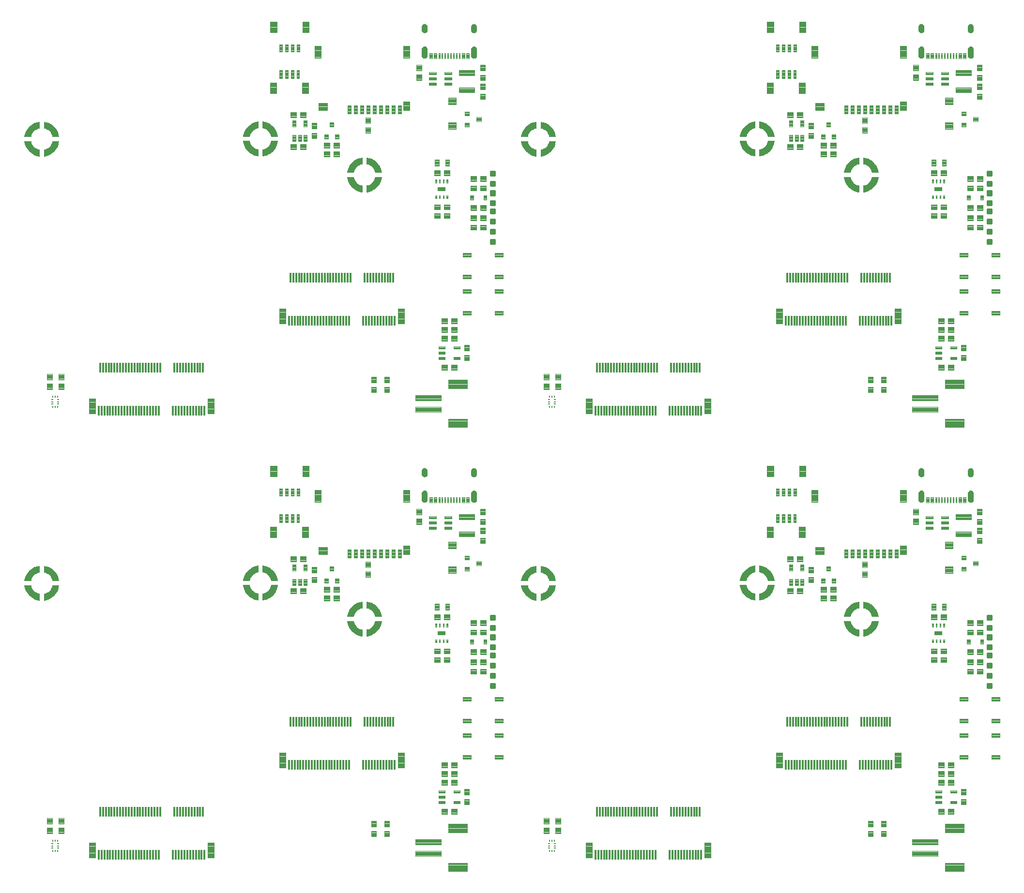
<source format=gtp>
G04 EAGLE Gerber RS-274X export*
G75*
%MOMM*%
%FSLAX34Y34*%
%LPD*%
%INSolderpaste Top*%
%IPPOS*%
%AMOC8*
5,1,8,0,0,1.08239X$1,22.5*%
G01*
%ADD10C,0.102000*%
%ADD11C,0.096000*%
%ADD12R,0.300000X1.750000*%
%ADD13C,0.100000*%
%ADD14C,0.099000*%
%ADD15C,0.300000*%
%ADD16C,0.099059*%
%ADD17R,1.375000X0.800000*%
%ADD18C,0.100800*%
%ADD19C,0.104000*%
%ADD20C,0.101600*%
%ADD21C,0.105000*%
%ADD22C,0.098000*%
%ADD23R,0.400000X0.200000*%
%ADD24R,0.200000X0.400000*%

G36*
X1296663Y1273547D02*
X1296663Y1273547D01*
X1296708Y1273548D01*
X1296759Y1273570D01*
X1296814Y1273583D01*
X1296850Y1273609D01*
X1296890Y1273627D01*
X1296929Y1273668D01*
X1296974Y1273701D01*
X1296997Y1273739D01*
X1297027Y1273771D01*
X1297047Y1273824D01*
X1297076Y1273872D01*
X1297084Y1273923D01*
X1297097Y1273957D01*
X1297096Y1273991D01*
X1297103Y1274036D01*
X1297103Y1285036D01*
X1297093Y1285089D01*
X1297092Y1285142D01*
X1297073Y1285185D01*
X1297064Y1285231D01*
X1297033Y1285275D01*
X1297012Y1285324D01*
X1296978Y1285356D01*
X1296951Y1285395D01*
X1296906Y1285424D01*
X1296867Y1285460D01*
X1296816Y1285481D01*
X1296784Y1285502D01*
X1296752Y1285507D01*
X1296713Y1285523D01*
X1293978Y1286134D01*
X1291414Y1287162D01*
X1289050Y1288589D01*
X1286946Y1290378D01*
X1285157Y1292482D01*
X1283730Y1294846D01*
X1282702Y1297410D01*
X1282091Y1300145D01*
X1282069Y1300194D01*
X1282057Y1300246D01*
X1282029Y1300284D01*
X1282010Y1300326D01*
X1281971Y1300363D01*
X1281939Y1300406D01*
X1281899Y1300430D01*
X1281865Y1300462D01*
X1281814Y1300480D01*
X1281768Y1300508D01*
X1281714Y1300517D01*
X1281678Y1300530D01*
X1281646Y1300528D01*
X1281604Y1300535D01*
X1270604Y1300535D01*
X1270549Y1300524D01*
X1270493Y1300523D01*
X1270452Y1300504D01*
X1270409Y1300496D01*
X1270363Y1300464D01*
X1270312Y1300441D01*
X1270282Y1300408D01*
X1270245Y1300383D01*
X1270215Y1300336D01*
X1270177Y1300294D01*
X1270162Y1300253D01*
X1270138Y1300216D01*
X1270129Y1300160D01*
X1270110Y1300107D01*
X1270111Y1300055D01*
X1270105Y1300019D01*
X1270113Y1299987D01*
X1270113Y1299982D01*
X1270113Y1299980D01*
X1270113Y1299979D01*
X1270114Y1299941D01*
X1270953Y1295620D01*
X1270965Y1295591D01*
X1270973Y1295549D01*
X1272442Y1291399D01*
X1272458Y1291372D01*
X1272472Y1291332D01*
X1274538Y1287445D01*
X1274558Y1287421D01*
X1274577Y1287383D01*
X1277195Y1283844D01*
X1277219Y1283823D01*
X1277244Y1283788D01*
X1280356Y1280676D01*
X1280371Y1280666D01*
X1280379Y1280655D01*
X1280394Y1280646D01*
X1280412Y1280627D01*
X1283951Y1278009D01*
X1283979Y1277996D01*
X1284013Y1277970D01*
X1287900Y1275904D01*
X1287930Y1275895D01*
X1287967Y1275874D01*
X1292117Y1274405D01*
X1292148Y1274400D01*
X1292188Y1274385D01*
X1296509Y1273546D01*
X1296565Y1273546D01*
X1296621Y1273537D01*
X1296663Y1273547D01*
G37*
G36*
X1478367Y433369D02*
X1478367Y433369D01*
X1478412Y433370D01*
X1478463Y433392D01*
X1478518Y433405D01*
X1478554Y433431D01*
X1478594Y433449D01*
X1478633Y433490D01*
X1478678Y433523D01*
X1478701Y433561D01*
X1478731Y433593D01*
X1478751Y433646D01*
X1478780Y433694D01*
X1478788Y433745D01*
X1478801Y433779D01*
X1478800Y433813D01*
X1478807Y433858D01*
X1478807Y444858D01*
X1478797Y444911D01*
X1478796Y444964D01*
X1478777Y445007D01*
X1478768Y445053D01*
X1478737Y445097D01*
X1478716Y445146D01*
X1478682Y445178D01*
X1478655Y445217D01*
X1478610Y445246D01*
X1478571Y445282D01*
X1478520Y445303D01*
X1478488Y445324D01*
X1478456Y445329D01*
X1478417Y445345D01*
X1475682Y445956D01*
X1473118Y446984D01*
X1470754Y448411D01*
X1468650Y450200D01*
X1466861Y452304D01*
X1465434Y454668D01*
X1464406Y457232D01*
X1463795Y459967D01*
X1463773Y460016D01*
X1463761Y460068D01*
X1463733Y460106D01*
X1463714Y460148D01*
X1463675Y460185D01*
X1463643Y460228D01*
X1463603Y460252D01*
X1463569Y460284D01*
X1463518Y460302D01*
X1463472Y460330D01*
X1463418Y460339D01*
X1463382Y460352D01*
X1463350Y460350D01*
X1463308Y460357D01*
X1452308Y460357D01*
X1452253Y460346D01*
X1452197Y460345D01*
X1452156Y460326D01*
X1452113Y460318D01*
X1452067Y460286D01*
X1452016Y460263D01*
X1451986Y460230D01*
X1451949Y460205D01*
X1451919Y460158D01*
X1451881Y460116D01*
X1451866Y460075D01*
X1451842Y460038D01*
X1451833Y459982D01*
X1451814Y459929D01*
X1451815Y459877D01*
X1451809Y459841D01*
X1451817Y459809D01*
X1451817Y459804D01*
X1451817Y459802D01*
X1451817Y459801D01*
X1451818Y459763D01*
X1452657Y455442D01*
X1452669Y455413D01*
X1452677Y455371D01*
X1454146Y451221D01*
X1454162Y451194D01*
X1454176Y451154D01*
X1456242Y447267D01*
X1456262Y447243D01*
X1456281Y447205D01*
X1458899Y443666D01*
X1458923Y443645D01*
X1458948Y443610D01*
X1462060Y440498D01*
X1462075Y440488D01*
X1462083Y440477D01*
X1462098Y440468D01*
X1462116Y440449D01*
X1465655Y437831D01*
X1465683Y437818D01*
X1465717Y437792D01*
X1469604Y435726D01*
X1469634Y435717D01*
X1469671Y435696D01*
X1473821Y434227D01*
X1473852Y434222D01*
X1473892Y434207D01*
X1478213Y433368D01*
X1478269Y433368D01*
X1478325Y433359D01*
X1478367Y433369D01*
G37*
G36*
X914107Y496053D02*
X914107Y496053D01*
X914152Y496054D01*
X914203Y496076D01*
X914258Y496089D01*
X914294Y496115D01*
X914334Y496133D01*
X914373Y496174D01*
X914418Y496207D01*
X914441Y496245D01*
X914471Y496277D01*
X914491Y496330D01*
X914520Y496378D01*
X914528Y496429D01*
X914541Y496463D01*
X914540Y496497D01*
X914547Y496542D01*
X914547Y507542D01*
X914537Y507595D01*
X914536Y507648D01*
X914517Y507691D01*
X914508Y507737D01*
X914477Y507781D01*
X914456Y507830D01*
X914422Y507862D01*
X914395Y507901D01*
X914350Y507930D01*
X914311Y507966D01*
X914260Y507987D01*
X914228Y508008D01*
X914196Y508013D01*
X914157Y508029D01*
X911422Y508640D01*
X908858Y509668D01*
X906494Y511095D01*
X904390Y512884D01*
X902601Y514988D01*
X901174Y517352D01*
X900146Y519916D01*
X899535Y522651D01*
X899513Y522700D01*
X899501Y522752D01*
X899473Y522790D01*
X899454Y522832D01*
X899415Y522869D01*
X899383Y522912D01*
X899343Y522936D01*
X899309Y522968D01*
X899258Y522986D01*
X899212Y523014D01*
X899158Y523023D01*
X899122Y523036D01*
X899090Y523034D01*
X899048Y523041D01*
X888048Y523041D01*
X887993Y523030D01*
X887937Y523029D01*
X887896Y523010D01*
X887853Y523002D01*
X887807Y522970D01*
X887756Y522947D01*
X887726Y522914D01*
X887689Y522889D01*
X887659Y522842D01*
X887621Y522800D01*
X887606Y522759D01*
X887582Y522722D01*
X887573Y522666D01*
X887554Y522613D01*
X887555Y522561D01*
X887549Y522525D01*
X887557Y522493D01*
X887557Y522488D01*
X887557Y522486D01*
X887557Y522485D01*
X887558Y522447D01*
X888397Y518126D01*
X888409Y518097D01*
X888417Y518055D01*
X889886Y513905D01*
X889902Y513878D01*
X889916Y513838D01*
X891982Y509951D01*
X892002Y509927D01*
X892021Y509889D01*
X894639Y506350D01*
X894663Y506329D01*
X894688Y506294D01*
X897800Y503182D01*
X897815Y503172D01*
X897823Y503161D01*
X897838Y503152D01*
X897856Y503133D01*
X901395Y500515D01*
X901423Y500502D01*
X901457Y500476D01*
X905344Y498410D01*
X905374Y498401D01*
X905411Y498380D01*
X909561Y496911D01*
X909592Y496906D01*
X909632Y496891D01*
X913953Y496052D01*
X914009Y496052D01*
X914065Y496043D01*
X914107Y496053D01*
G37*
G36*
X609687Y1210609D02*
X609687Y1210609D01*
X609732Y1210610D01*
X609783Y1210632D01*
X609838Y1210645D01*
X609874Y1210671D01*
X609914Y1210689D01*
X609953Y1210730D01*
X609998Y1210763D01*
X610021Y1210801D01*
X610051Y1210833D01*
X610071Y1210886D01*
X610100Y1210934D01*
X610108Y1210985D01*
X610121Y1211019D01*
X610120Y1211053D01*
X610127Y1211098D01*
X610127Y1222098D01*
X610117Y1222151D01*
X610116Y1222204D01*
X610097Y1222247D01*
X610088Y1222293D01*
X610057Y1222337D01*
X610036Y1222386D01*
X610002Y1222418D01*
X609975Y1222457D01*
X609930Y1222486D01*
X609891Y1222522D01*
X609840Y1222543D01*
X609808Y1222564D01*
X609776Y1222569D01*
X609737Y1222585D01*
X607002Y1223196D01*
X604438Y1224224D01*
X602074Y1225651D01*
X599970Y1227440D01*
X598181Y1229544D01*
X596754Y1231908D01*
X595726Y1234472D01*
X595115Y1237207D01*
X595093Y1237256D01*
X595081Y1237308D01*
X595053Y1237346D01*
X595034Y1237388D01*
X594995Y1237425D01*
X594963Y1237468D01*
X594923Y1237492D01*
X594889Y1237524D01*
X594838Y1237542D01*
X594792Y1237570D01*
X594738Y1237579D01*
X594702Y1237592D01*
X594670Y1237590D01*
X594628Y1237597D01*
X583628Y1237597D01*
X583573Y1237586D01*
X583517Y1237585D01*
X583476Y1237566D01*
X583433Y1237558D01*
X583387Y1237526D01*
X583336Y1237503D01*
X583306Y1237470D01*
X583269Y1237445D01*
X583239Y1237398D01*
X583201Y1237356D01*
X583186Y1237315D01*
X583162Y1237278D01*
X583153Y1237222D01*
X583134Y1237169D01*
X583135Y1237117D01*
X583129Y1237081D01*
X583137Y1237049D01*
X583137Y1237044D01*
X583137Y1237042D01*
X583137Y1237041D01*
X583138Y1237003D01*
X583977Y1232682D01*
X583989Y1232653D01*
X583997Y1232611D01*
X585466Y1228461D01*
X585482Y1228434D01*
X585496Y1228394D01*
X587562Y1224507D01*
X587582Y1224483D01*
X587601Y1224445D01*
X590219Y1220906D01*
X590243Y1220885D01*
X590268Y1220850D01*
X593380Y1217738D01*
X593395Y1217728D01*
X593403Y1217717D01*
X593418Y1217708D01*
X593436Y1217689D01*
X596975Y1215071D01*
X597003Y1215058D01*
X597037Y1215032D01*
X600924Y1212966D01*
X600954Y1212957D01*
X600991Y1212936D01*
X605141Y1211467D01*
X605172Y1211462D01*
X605212Y1211447D01*
X609533Y1210608D01*
X609589Y1210608D01*
X609645Y1210599D01*
X609687Y1210609D01*
G37*
G36*
X1478367Y1210609D02*
X1478367Y1210609D01*
X1478412Y1210610D01*
X1478463Y1210632D01*
X1478518Y1210645D01*
X1478554Y1210671D01*
X1478594Y1210689D01*
X1478633Y1210730D01*
X1478678Y1210763D01*
X1478701Y1210801D01*
X1478731Y1210833D01*
X1478751Y1210886D01*
X1478780Y1210934D01*
X1478788Y1210985D01*
X1478801Y1211019D01*
X1478800Y1211053D01*
X1478807Y1211098D01*
X1478807Y1222098D01*
X1478797Y1222151D01*
X1478796Y1222204D01*
X1478777Y1222247D01*
X1478768Y1222293D01*
X1478737Y1222337D01*
X1478716Y1222386D01*
X1478682Y1222418D01*
X1478655Y1222457D01*
X1478610Y1222486D01*
X1478571Y1222522D01*
X1478520Y1222543D01*
X1478488Y1222564D01*
X1478456Y1222569D01*
X1478417Y1222585D01*
X1475682Y1223196D01*
X1473118Y1224224D01*
X1470754Y1225651D01*
X1468650Y1227440D01*
X1466861Y1229544D01*
X1465434Y1231908D01*
X1464406Y1234472D01*
X1463795Y1237207D01*
X1463773Y1237256D01*
X1463761Y1237308D01*
X1463733Y1237346D01*
X1463714Y1237388D01*
X1463675Y1237425D01*
X1463643Y1237468D01*
X1463603Y1237492D01*
X1463569Y1237524D01*
X1463518Y1237542D01*
X1463472Y1237570D01*
X1463418Y1237579D01*
X1463382Y1237592D01*
X1463350Y1237590D01*
X1463308Y1237597D01*
X1452308Y1237597D01*
X1452253Y1237586D01*
X1452197Y1237585D01*
X1452156Y1237566D01*
X1452113Y1237558D01*
X1452067Y1237526D01*
X1452016Y1237503D01*
X1451986Y1237470D01*
X1451949Y1237445D01*
X1451919Y1237398D01*
X1451881Y1237356D01*
X1451866Y1237315D01*
X1451842Y1237278D01*
X1451833Y1237222D01*
X1451814Y1237169D01*
X1451815Y1237117D01*
X1451809Y1237081D01*
X1451817Y1237049D01*
X1451817Y1237044D01*
X1451817Y1237042D01*
X1451817Y1237041D01*
X1451818Y1237003D01*
X1452657Y1232682D01*
X1452669Y1232653D01*
X1452677Y1232611D01*
X1454146Y1228461D01*
X1454162Y1228434D01*
X1454176Y1228394D01*
X1456242Y1224507D01*
X1456262Y1224483D01*
X1456281Y1224445D01*
X1458899Y1220906D01*
X1458923Y1220885D01*
X1458948Y1220850D01*
X1462060Y1217738D01*
X1462075Y1217728D01*
X1462083Y1217717D01*
X1462098Y1217708D01*
X1462116Y1217689D01*
X1465655Y1215071D01*
X1465683Y1215058D01*
X1465717Y1215032D01*
X1469604Y1212966D01*
X1469634Y1212957D01*
X1469671Y1212936D01*
X1473821Y1211467D01*
X1473852Y1211462D01*
X1473892Y1211447D01*
X1478213Y1210608D01*
X1478269Y1210608D01*
X1478325Y1210599D01*
X1478367Y1210609D01*
G37*
G36*
X45427Y496053D02*
X45427Y496053D01*
X45472Y496054D01*
X45523Y496076D01*
X45578Y496089D01*
X45614Y496115D01*
X45654Y496133D01*
X45693Y496174D01*
X45738Y496207D01*
X45761Y496245D01*
X45791Y496277D01*
X45811Y496330D01*
X45840Y496378D01*
X45848Y496429D01*
X45861Y496463D01*
X45860Y496497D01*
X45867Y496542D01*
X45867Y507542D01*
X45857Y507595D01*
X45856Y507648D01*
X45837Y507691D01*
X45828Y507737D01*
X45797Y507781D01*
X45776Y507830D01*
X45742Y507862D01*
X45715Y507901D01*
X45670Y507930D01*
X45631Y507966D01*
X45580Y507987D01*
X45548Y508008D01*
X45516Y508013D01*
X45477Y508029D01*
X42742Y508640D01*
X40178Y509668D01*
X37814Y511095D01*
X35710Y512884D01*
X33921Y514988D01*
X32494Y517352D01*
X31466Y519916D01*
X30855Y522651D01*
X30833Y522700D01*
X30821Y522752D01*
X30793Y522790D01*
X30774Y522832D01*
X30735Y522869D01*
X30703Y522912D01*
X30663Y522936D01*
X30629Y522968D01*
X30578Y522986D01*
X30532Y523014D01*
X30478Y523023D01*
X30442Y523036D01*
X30410Y523034D01*
X30368Y523041D01*
X19368Y523041D01*
X19313Y523030D01*
X19257Y523029D01*
X19216Y523010D01*
X19173Y523002D01*
X19127Y522970D01*
X19076Y522947D01*
X19046Y522914D01*
X19009Y522889D01*
X18979Y522842D01*
X18941Y522800D01*
X18926Y522759D01*
X18902Y522722D01*
X18893Y522666D01*
X18874Y522613D01*
X18875Y522561D01*
X18869Y522525D01*
X18877Y522493D01*
X18877Y522488D01*
X18877Y522486D01*
X18877Y522485D01*
X18878Y522447D01*
X19717Y518126D01*
X19729Y518097D01*
X19737Y518055D01*
X21206Y513905D01*
X21222Y513878D01*
X21236Y513838D01*
X23302Y509951D01*
X23322Y509927D01*
X23341Y509889D01*
X25959Y506350D01*
X25983Y506329D01*
X26008Y506294D01*
X29120Y503182D01*
X29135Y503172D01*
X29143Y503161D01*
X29158Y503152D01*
X29176Y503133D01*
X32715Y500515D01*
X32743Y500502D01*
X32777Y500476D01*
X36664Y498410D01*
X36694Y498401D01*
X36731Y498380D01*
X40881Y496911D01*
X40912Y496906D01*
X40952Y496891D01*
X45273Y496052D01*
X45329Y496052D01*
X45385Y496043D01*
X45427Y496053D01*
G37*
G36*
X427983Y496307D02*
X427983Y496307D01*
X428028Y496308D01*
X428079Y496330D01*
X428134Y496343D01*
X428170Y496369D01*
X428210Y496387D01*
X428249Y496428D01*
X428294Y496461D01*
X428317Y496499D01*
X428347Y496531D01*
X428367Y496584D01*
X428396Y496632D01*
X428404Y496683D01*
X428417Y496717D01*
X428416Y496751D01*
X428423Y496796D01*
X428423Y507796D01*
X428413Y507849D01*
X428412Y507902D01*
X428393Y507945D01*
X428384Y507991D01*
X428353Y508035D01*
X428332Y508084D01*
X428298Y508116D01*
X428271Y508155D01*
X428226Y508184D01*
X428187Y508220D01*
X428136Y508241D01*
X428104Y508262D01*
X428072Y508267D01*
X428033Y508283D01*
X425298Y508894D01*
X422734Y509922D01*
X420370Y511349D01*
X418266Y513138D01*
X416477Y515242D01*
X415050Y517606D01*
X414022Y520170D01*
X413411Y522905D01*
X413389Y522954D01*
X413377Y523006D01*
X413349Y523044D01*
X413330Y523086D01*
X413291Y523123D01*
X413259Y523166D01*
X413219Y523190D01*
X413185Y523222D01*
X413134Y523240D01*
X413088Y523268D01*
X413034Y523277D01*
X412998Y523290D01*
X412966Y523288D01*
X412924Y523295D01*
X401924Y523295D01*
X401869Y523284D01*
X401813Y523283D01*
X401772Y523264D01*
X401729Y523256D01*
X401683Y523224D01*
X401632Y523201D01*
X401602Y523168D01*
X401565Y523143D01*
X401535Y523096D01*
X401497Y523054D01*
X401482Y523013D01*
X401458Y522976D01*
X401449Y522920D01*
X401430Y522867D01*
X401431Y522815D01*
X401425Y522779D01*
X401433Y522747D01*
X401433Y522742D01*
X401433Y522740D01*
X401433Y522739D01*
X401434Y522701D01*
X402273Y518380D01*
X402285Y518351D01*
X402293Y518309D01*
X403762Y514159D01*
X403778Y514132D01*
X403792Y514092D01*
X405858Y510205D01*
X405878Y510181D01*
X405897Y510143D01*
X408515Y506604D01*
X408539Y506583D01*
X408564Y506548D01*
X411676Y503436D01*
X411691Y503426D01*
X411699Y503415D01*
X411714Y503406D01*
X411732Y503387D01*
X415271Y500769D01*
X415299Y500756D01*
X415333Y500730D01*
X419220Y498664D01*
X419250Y498655D01*
X419287Y498634D01*
X423437Y497165D01*
X423468Y497160D01*
X423508Y497145D01*
X427829Y496306D01*
X427885Y496306D01*
X427941Y496297D01*
X427983Y496307D01*
G37*
G36*
X1296663Y496307D02*
X1296663Y496307D01*
X1296708Y496308D01*
X1296759Y496330D01*
X1296814Y496343D01*
X1296850Y496369D01*
X1296890Y496387D01*
X1296929Y496428D01*
X1296974Y496461D01*
X1296997Y496499D01*
X1297027Y496531D01*
X1297047Y496584D01*
X1297076Y496632D01*
X1297084Y496683D01*
X1297097Y496717D01*
X1297096Y496751D01*
X1297103Y496796D01*
X1297103Y507796D01*
X1297093Y507849D01*
X1297092Y507902D01*
X1297073Y507945D01*
X1297064Y507991D01*
X1297033Y508035D01*
X1297012Y508084D01*
X1296978Y508116D01*
X1296951Y508155D01*
X1296906Y508184D01*
X1296867Y508220D01*
X1296816Y508241D01*
X1296784Y508262D01*
X1296752Y508267D01*
X1296713Y508283D01*
X1293978Y508894D01*
X1291414Y509922D01*
X1289050Y511349D01*
X1286946Y513138D01*
X1285157Y515242D01*
X1283730Y517606D01*
X1282702Y520170D01*
X1282091Y522905D01*
X1282069Y522954D01*
X1282057Y523006D01*
X1282029Y523044D01*
X1282010Y523086D01*
X1281971Y523123D01*
X1281939Y523166D01*
X1281899Y523190D01*
X1281865Y523222D01*
X1281814Y523240D01*
X1281768Y523268D01*
X1281714Y523277D01*
X1281678Y523290D01*
X1281646Y523288D01*
X1281604Y523295D01*
X1270604Y523295D01*
X1270549Y523284D01*
X1270493Y523283D01*
X1270452Y523264D01*
X1270409Y523256D01*
X1270363Y523224D01*
X1270312Y523201D01*
X1270282Y523168D01*
X1270245Y523143D01*
X1270215Y523096D01*
X1270177Y523054D01*
X1270162Y523013D01*
X1270138Y522976D01*
X1270129Y522920D01*
X1270110Y522867D01*
X1270111Y522815D01*
X1270105Y522779D01*
X1270113Y522747D01*
X1270113Y522742D01*
X1270113Y522740D01*
X1270113Y522739D01*
X1270114Y522701D01*
X1270953Y518380D01*
X1270965Y518351D01*
X1270973Y518309D01*
X1272442Y514159D01*
X1272458Y514132D01*
X1272472Y514092D01*
X1274538Y510205D01*
X1274558Y510181D01*
X1274577Y510143D01*
X1277195Y506604D01*
X1277219Y506583D01*
X1277244Y506548D01*
X1280356Y503436D01*
X1280371Y503426D01*
X1280379Y503415D01*
X1280394Y503406D01*
X1280412Y503387D01*
X1283951Y500769D01*
X1283979Y500756D01*
X1284013Y500730D01*
X1287900Y498664D01*
X1287930Y498655D01*
X1287967Y498634D01*
X1292117Y497165D01*
X1292148Y497160D01*
X1292188Y497145D01*
X1296509Y496306D01*
X1296565Y496306D01*
X1296621Y496297D01*
X1296663Y496307D01*
G37*
G36*
X427983Y1273547D02*
X427983Y1273547D01*
X428028Y1273548D01*
X428079Y1273570D01*
X428134Y1273583D01*
X428170Y1273609D01*
X428210Y1273627D01*
X428249Y1273668D01*
X428294Y1273701D01*
X428317Y1273739D01*
X428347Y1273771D01*
X428367Y1273824D01*
X428396Y1273872D01*
X428404Y1273923D01*
X428417Y1273957D01*
X428416Y1273991D01*
X428423Y1274036D01*
X428423Y1285036D01*
X428413Y1285089D01*
X428412Y1285142D01*
X428393Y1285185D01*
X428384Y1285231D01*
X428353Y1285275D01*
X428332Y1285324D01*
X428298Y1285356D01*
X428271Y1285395D01*
X428226Y1285424D01*
X428187Y1285460D01*
X428136Y1285481D01*
X428104Y1285502D01*
X428072Y1285507D01*
X428033Y1285523D01*
X425298Y1286134D01*
X422734Y1287162D01*
X420370Y1288589D01*
X418266Y1290378D01*
X416477Y1292482D01*
X415050Y1294846D01*
X414022Y1297410D01*
X413411Y1300145D01*
X413389Y1300194D01*
X413377Y1300246D01*
X413349Y1300284D01*
X413330Y1300326D01*
X413291Y1300363D01*
X413259Y1300406D01*
X413219Y1300430D01*
X413185Y1300462D01*
X413134Y1300480D01*
X413088Y1300508D01*
X413034Y1300517D01*
X412998Y1300530D01*
X412966Y1300528D01*
X412924Y1300535D01*
X401924Y1300535D01*
X401869Y1300524D01*
X401813Y1300523D01*
X401772Y1300504D01*
X401729Y1300496D01*
X401683Y1300464D01*
X401632Y1300441D01*
X401602Y1300408D01*
X401565Y1300383D01*
X401535Y1300336D01*
X401497Y1300294D01*
X401482Y1300253D01*
X401458Y1300216D01*
X401449Y1300160D01*
X401430Y1300107D01*
X401431Y1300055D01*
X401425Y1300019D01*
X401433Y1299987D01*
X401433Y1299982D01*
X401433Y1299980D01*
X401433Y1299979D01*
X401434Y1299941D01*
X402273Y1295620D01*
X402285Y1295591D01*
X402293Y1295549D01*
X403762Y1291399D01*
X403778Y1291372D01*
X403792Y1291332D01*
X405858Y1287445D01*
X405878Y1287421D01*
X405897Y1287383D01*
X408515Y1283844D01*
X408539Y1283823D01*
X408564Y1283788D01*
X411676Y1280676D01*
X411691Y1280666D01*
X411699Y1280655D01*
X411714Y1280646D01*
X411732Y1280627D01*
X415271Y1278009D01*
X415299Y1277996D01*
X415333Y1277970D01*
X419220Y1275904D01*
X419250Y1275895D01*
X419287Y1275874D01*
X423437Y1274405D01*
X423468Y1274400D01*
X423508Y1274385D01*
X427829Y1273546D01*
X427885Y1273546D01*
X427941Y1273537D01*
X427983Y1273547D01*
G37*
G36*
X914107Y1273293D02*
X914107Y1273293D01*
X914152Y1273294D01*
X914203Y1273316D01*
X914258Y1273329D01*
X914294Y1273355D01*
X914334Y1273373D01*
X914373Y1273414D01*
X914418Y1273447D01*
X914441Y1273485D01*
X914471Y1273517D01*
X914491Y1273570D01*
X914520Y1273618D01*
X914528Y1273669D01*
X914541Y1273703D01*
X914540Y1273737D01*
X914547Y1273782D01*
X914547Y1284782D01*
X914537Y1284835D01*
X914536Y1284888D01*
X914517Y1284931D01*
X914508Y1284977D01*
X914477Y1285021D01*
X914456Y1285070D01*
X914422Y1285102D01*
X914395Y1285141D01*
X914350Y1285170D01*
X914311Y1285206D01*
X914260Y1285227D01*
X914228Y1285248D01*
X914196Y1285253D01*
X914157Y1285269D01*
X911422Y1285880D01*
X908858Y1286908D01*
X906494Y1288335D01*
X904390Y1290124D01*
X902601Y1292228D01*
X901174Y1294592D01*
X900146Y1297156D01*
X899535Y1299891D01*
X899513Y1299940D01*
X899501Y1299992D01*
X899473Y1300030D01*
X899454Y1300072D01*
X899415Y1300109D01*
X899383Y1300152D01*
X899343Y1300176D01*
X899309Y1300208D01*
X899258Y1300226D01*
X899212Y1300254D01*
X899158Y1300263D01*
X899122Y1300276D01*
X899090Y1300274D01*
X899048Y1300281D01*
X888048Y1300281D01*
X887993Y1300270D01*
X887937Y1300269D01*
X887896Y1300250D01*
X887853Y1300242D01*
X887807Y1300210D01*
X887756Y1300187D01*
X887726Y1300154D01*
X887689Y1300129D01*
X887659Y1300082D01*
X887621Y1300040D01*
X887606Y1299999D01*
X887582Y1299962D01*
X887573Y1299906D01*
X887554Y1299853D01*
X887555Y1299801D01*
X887549Y1299765D01*
X887557Y1299733D01*
X887557Y1299728D01*
X887557Y1299726D01*
X887557Y1299725D01*
X887558Y1299687D01*
X888397Y1295366D01*
X888409Y1295337D01*
X888417Y1295295D01*
X889886Y1291145D01*
X889902Y1291118D01*
X889916Y1291078D01*
X891982Y1287191D01*
X892002Y1287167D01*
X892021Y1287129D01*
X894639Y1283590D01*
X894663Y1283569D01*
X894688Y1283534D01*
X897800Y1280422D01*
X897815Y1280412D01*
X897823Y1280401D01*
X897838Y1280392D01*
X897856Y1280373D01*
X901395Y1277755D01*
X901423Y1277742D01*
X901457Y1277716D01*
X905344Y1275650D01*
X905374Y1275641D01*
X905411Y1275620D01*
X909561Y1274151D01*
X909592Y1274146D01*
X909632Y1274131D01*
X913953Y1273292D01*
X914009Y1273292D01*
X914065Y1273283D01*
X914107Y1273293D01*
G37*
G36*
X609687Y433369D02*
X609687Y433369D01*
X609732Y433370D01*
X609783Y433392D01*
X609838Y433405D01*
X609874Y433431D01*
X609914Y433449D01*
X609953Y433490D01*
X609998Y433523D01*
X610021Y433561D01*
X610051Y433593D01*
X610071Y433646D01*
X610100Y433694D01*
X610108Y433745D01*
X610121Y433779D01*
X610120Y433813D01*
X610127Y433858D01*
X610127Y444858D01*
X610117Y444911D01*
X610116Y444964D01*
X610097Y445007D01*
X610088Y445053D01*
X610057Y445097D01*
X610036Y445146D01*
X610002Y445178D01*
X609975Y445217D01*
X609930Y445246D01*
X609891Y445282D01*
X609840Y445303D01*
X609808Y445324D01*
X609776Y445329D01*
X609737Y445345D01*
X607002Y445956D01*
X604438Y446984D01*
X602074Y448411D01*
X599970Y450200D01*
X598181Y452304D01*
X596754Y454668D01*
X595726Y457232D01*
X595115Y459967D01*
X595093Y460016D01*
X595081Y460068D01*
X595053Y460106D01*
X595034Y460148D01*
X594995Y460185D01*
X594963Y460228D01*
X594923Y460252D01*
X594889Y460284D01*
X594838Y460302D01*
X594792Y460330D01*
X594738Y460339D01*
X594702Y460352D01*
X594670Y460350D01*
X594628Y460357D01*
X583628Y460357D01*
X583573Y460346D01*
X583517Y460345D01*
X583476Y460326D01*
X583433Y460318D01*
X583387Y460286D01*
X583336Y460263D01*
X583306Y460230D01*
X583269Y460205D01*
X583239Y460158D01*
X583201Y460116D01*
X583186Y460075D01*
X583162Y460038D01*
X583153Y459982D01*
X583134Y459929D01*
X583135Y459877D01*
X583129Y459841D01*
X583137Y459809D01*
X583137Y459804D01*
X583137Y459802D01*
X583137Y459801D01*
X583138Y459763D01*
X583977Y455442D01*
X583989Y455413D01*
X583997Y455371D01*
X585466Y451221D01*
X585482Y451194D01*
X585496Y451154D01*
X587562Y447267D01*
X587582Y447243D01*
X587601Y447205D01*
X590219Y443666D01*
X590243Y443645D01*
X590268Y443610D01*
X593380Y440498D01*
X593395Y440488D01*
X593403Y440477D01*
X593418Y440468D01*
X593436Y440449D01*
X596975Y437831D01*
X597003Y437818D01*
X597037Y437792D01*
X600924Y435726D01*
X600954Y435717D01*
X600991Y435696D01*
X605141Y434227D01*
X605172Y434222D01*
X605212Y434207D01*
X609533Y433368D01*
X609589Y433368D01*
X609645Y433359D01*
X609687Y433369D01*
G37*
G36*
X45427Y1273293D02*
X45427Y1273293D01*
X45472Y1273294D01*
X45523Y1273316D01*
X45578Y1273329D01*
X45614Y1273355D01*
X45654Y1273373D01*
X45693Y1273414D01*
X45738Y1273447D01*
X45761Y1273485D01*
X45791Y1273517D01*
X45811Y1273570D01*
X45840Y1273618D01*
X45848Y1273669D01*
X45861Y1273703D01*
X45860Y1273737D01*
X45867Y1273782D01*
X45867Y1284782D01*
X45857Y1284835D01*
X45856Y1284888D01*
X45837Y1284931D01*
X45828Y1284977D01*
X45797Y1285021D01*
X45776Y1285070D01*
X45742Y1285102D01*
X45715Y1285141D01*
X45670Y1285170D01*
X45631Y1285206D01*
X45580Y1285227D01*
X45548Y1285248D01*
X45516Y1285253D01*
X45477Y1285269D01*
X42742Y1285880D01*
X40178Y1286908D01*
X37814Y1288335D01*
X35710Y1290124D01*
X33921Y1292228D01*
X32494Y1294592D01*
X31466Y1297156D01*
X30855Y1299891D01*
X30833Y1299940D01*
X30821Y1299992D01*
X30793Y1300030D01*
X30774Y1300072D01*
X30735Y1300109D01*
X30703Y1300152D01*
X30663Y1300176D01*
X30629Y1300208D01*
X30578Y1300226D01*
X30532Y1300254D01*
X30478Y1300263D01*
X30442Y1300276D01*
X30410Y1300274D01*
X30368Y1300281D01*
X19368Y1300281D01*
X19313Y1300270D01*
X19257Y1300269D01*
X19216Y1300250D01*
X19173Y1300242D01*
X19127Y1300210D01*
X19076Y1300187D01*
X19046Y1300154D01*
X19009Y1300129D01*
X18979Y1300082D01*
X18941Y1300040D01*
X18926Y1299999D01*
X18902Y1299962D01*
X18893Y1299906D01*
X18874Y1299853D01*
X18875Y1299801D01*
X18869Y1299765D01*
X18877Y1299733D01*
X18877Y1299728D01*
X18877Y1299726D01*
X18877Y1299725D01*
X18878Y1299687D01*
X19717Y1295366D01*
X19729Y1295337D01*
X19737Y1295295D01*
X21206Y1291145D01*
X21222Y1291118D01*
X21236Y1291078D01*
X23302Y1287191D01*
X23322Y1287167D01*
X23341Y1287129D01*
X25959Y1283590D01*
X25983Y1283569D01*
X26008Y1283534D01*
X29120Y1280422D01*
X29135Y1280412D01*
X29143Y1280401D01*
X29158Y1280392D01*
X29176Y1280373D01*
X32715Y1277755D01*
X32743Y1277742D01*
X32777Y1277716D01*
X36664Y1275650D01*
X36694Y1275641D01*
X36731Y1275620D01*
X40881Y1274151D01*
X40912Y1274146D01*
X40952Y1274131D01*
X45273Y1273292D01*
X45329Y1273292D01*
X45385Y1273283D01*
X45427Y1273293D01*
G37*
G36*
X412977Y530307D02*
X412977Y530307D01*
X413030Y530308D01*
X413073Y530327D01*
X413119Y530336D01*
X413163Y530367D01*
X413212Y530388D01*
X413244Y530422D01*
X413283Y530449D01*
X413312Y530494D01*
X413348Y530533D01*
X413369Y530584D01*
X413390Y530616D01*
X413395Y530648D01*
X413411Y530687D01*
X414022Y533422D01*
X415050Y535986D01*
X416477Y538350D01*
X418266Y540454D01*
X420370Y542243D01*
X422734Y543670D01*
X425298Y544698D01*
X428033Y545309D01*
X428082Y545331D01*
X428134Y545343D01*
X428172Y545371D01*
X428214Y545390D01*
X428251Y545429D01*
X428294Y545461D01*
X428318Y545501D01*
X428350Y545535D01*
X428368Y545586D01*
X428396Y545632D01*
X428405Y545686D01*
X428418Y545722D01*
X428416Y545754D01*
X428423Y545796D01*
X428423Y556796D01*
X428412Y556851D01*
X428411Y556907D01*
X428392Y556948D01*
X428384Y556991D01*
X428352Y557037D01*
X428329Y557089D01*
X428296Y557118D01*
X428271Y557155D01*
X428224Y557185D01*
X428182Y557223D01*
X428141Y557238D01*
X428104Y557262D01*
X428048Y557271D01*
X427995Y557290D01*
X427943Y557289D01*
X427907Y557295D01*
X427875Y557287D01*
X427829Y557286D01*
X423508Y556447D01*
X423479Y556435D01*
X423437Y556427D01*
X419287Y554958D01*
X419260Y554942D01*
X419220Y554928D01*
X415333Y552862D01*
X415309Y552842D01*
X415271Y552823D01*
X411732Y550205D01*
X411711Y550181D01*
X411676Y550156D01*
X408564Y547044D01*
X408546Y547018D01*
X408515Y546988D01*
X405897Y543450D01*
X405884Y543421D01*
X405858Y543387D01*
X403792Y539500D01*
X403785Y539477D01*
X403776Y539463D01*
X403775Y539455D01*
X403762Y539433D01*
X402293Y535283D01*
X402288Y535252D01*
X402273Y535212D01*
X401434Y530891D01*
X401434Y530835D01*
X401425Y530779D01*
X401435Y530737D01*
X401436Y530692D01*
X401458Y530641D01*
X401471Y530586D01*
X401497Y530551D01*
X401515Y530510D01*
X401556Y530471D01*
X401589Y530426D01*
X401627Y530403D01*
X401659Y530373D01*
X401712Y530353D01*
X401760Y530324D01*
X401811Y530316D01*
X401845Y530303D01*
X401879Y530304D01*
X401924Y530297D01*
X412924Y530297D01*
X412977Y530307D01*
G37*
G36*
X1281657Y530307D02*
X1281657Y530307D01*
X1281710Y530308D01*
X1281753Y530327D01*
X1281799Y530336D01*
X1281843Y530367D01*
X1281892Y530388D01*
X1281924Y530422D01*
X1281963Y530449D01*
X1281992Y530494D01*
X1282028Y530533D01*
X1282049Y530584D01*
X1282070Y530616D01*
X1282075Y530648D01*
X1282091Y530687D01*
X1282702Y533422D01*
X1283730Y535986D01*
X1285157Y538350D01*
X1286946Y540454D01*
X1289050Y542243D01*
X1291414Y543670D01*
X1293978Y544698D01*
X1296713Y545309D01*
X1296762Y545331D01*
X1296814Y545343D01*
X1296852Y545371D01*
X1296894Y545390D01*
X1296931Y545429D01*
X1296974Y545461D01*
X1296998Y545501D01*
X1297030Y545535D01*
X1297048Y545586D01*
X1297076Y545632D01*
X1297085Y545686D01*
X1297098Y545722D01*
X1297096Y545754D01*
X1297103Y545796D01*
X1297103Y556796D01*
X1297092Y556851D01*
X1297091Y556907D01*
X1297072Y556948D01*
X1297064Y556991D01*
X1297032Y557037D01*
X1297009Y557089D01*
X1296976Y557118D01*
X1296951Y557155D01*
X1296904Y557185D01*
X1296862Y557223D01*
X1296821Y557238D01*
X1296784Y557262D01*
X1296728Y557271D01*
X1296675Y557290D01*
X1296623Y557289D01*
X1296587Y557295D01*
X1296555Y557287D01*
X1296509Y557286D01*
X1292188Y556447D01*
X1292159Y556435D01*
X1292117Y556427D01*
X1287967Y554958D01*
X1287940Y554942D01*
X1287900Y554928D01*
X1284013Y552862D01*
X1283989Y552842D01*
X1283951Y552823D01*
X1280412Y550205D01*
X1280391Y550181D01*
X1280356Y550156D01*
X1277244Y547044D01*
X1277226Y547018D01*
X1277195Y546988D01*
X1274577Y543450D01*
X1274564Y543421D01*
X1274538Y543387D01*
X1272472Y539500D01*
X1272465Y539477D01*
X1272456Y539463D01*
X1272455Y539455D01*
X1272442Y539433D01*
X1270973Y535283D01*
X1270968Y535252D01*
X1270953Y535212D01*
X1270114Y530891D01*
X1270114Y530835D01*
X1270105Y530779D01*
X1270115Y530737D01*
X1270116Y530692D01*
X1270138Y530641D01*
X1270151Y530586D01*
X1270177Y530551D01*
X1270195Y530510D01*
X1270236Y530471D01*
X1270269Y530426D01*
X1270307Y530403D01*
X1270339Y530373D01*
X1270392Y530353D01*
X1270440Y530324D01*
X1270491Y530316D01*
X1270525Y530303D01*
X1270559Y530304D01*
X1270604Y530297D01*
X1281604Y530297D01*
X1281657Y530307D01*
G37*
G36*
X594681Y1244609D02*
X594681Y1244609D01*
X594734Y1244610D01*
X594777Y1244629D01*
X594823Y1244638D01*
X594867Y1244669D01*
X594916Y1244690D01*
X594948Y1244724D01*
X594987Y1244751D01*
X595016Y1244796D01*
X595052Y1244835D01*
X595073Y1244886D01*
X595094Y1244918D01*
X595099Y1244950D01*
X595115Y1244989D01*
X595726Y1247724D01*
X596754Y1250288D01*
X598181Y1252652D01*
X599970Y1254756D01*
X602074Y1256545D01*
X604438Y1257972D01*
X607002Y1259000D01*
X609737Y1259611D01*
X609786Y1259633D01*
X609838Y1259645D01*
X609876Y1259673D01*
X609918Y1259692D01*
X609955Y1259731D01*
X609998Y1259763D01*
X610022Y1259803D01*
X610054Y1259837D01*
X610072Y1259888D01*
X610100Y1259934D01*
X610109Y1259988D01*
X610122Y1260024D01*
X610120Y1260056D01*
X610127Y1260098D01*
X610127Y1271098D01*
X610116Y1271153D01*
X610115Y1271209D01*
X610096Y1271250D01*
X610088Y1271293D01*
X610056Y1271339D01*
X610033Y1271391D01*
X610000Y1271420D01*
X609975Y1271457D01*
X609928Y1271487D01*
X609886Y1271525D01*
X609845Y1271540D01*
X609808Y1271564D01*
X609752Y1271573D01*
X609699Y1271592D01*
X609647Y1271591D01*
X609611Y1271597D01*
X609579Y1271589D01*
X609533Y1271588D01*
X605212Y1270749D01*
X605183Y1270737D01*
X605141Y1270729D01*
X600991Y1269260D01*
X600964Y1269244D01*
X600924Y1269230D01*
X597037Y1267164D01*
X597013Y1267144D01*
X596975Y1267125D01*
X593436Y1264507D01*
X593415Y1264483D01*
X593380Y1264458D01*
X590268Y1261346D01*
X590250Y1261320D01*
X590219Y1261290D01*
X587601Y1257752D01*
X587588Y1257723D01*
X587562Y1257689D01*
X585496Y1253802D01*
X585489Y1253779D01*
X585480Y1253765D01*
X585479Y1253757D01*
X585466Y1253735D01*
X583997Y1249585D01*
X583992Y1249554D01*
X583977Y1249514D01*
X583138Y1245193D01*
X583138Y1245137D01*
X583129Y1245081D01*
X583139Y1245039D01*
X583140Y1244994D01*
X583162Y1244943D01*
X583175Y1244888D01*
X583201Y1244853D01*
X583219Y1244812D01*
X583260Y1244773D01*
X583293Y1244728D01*
X583331Y1244705D01*
X583363Y1244675D01*
X583416Y1244655D01*
X583464Y1244626D01*
X583515Y1244618D01*
X583549Y1244605D01*
X583583Y1244606D01*
X583628Y1244599D01*
X594628Y1244599D01*
X594681Y1244609D01*
G37*
G36*
X1463361Y467369D02*
X1463361Y467369D01*
X1463414Y467370D01*
X1463457Y467389D01*
X1463503Y467398D01*
X1463547Y467429D01*
X1463596Y467450D01*
X1463628Y467484D01*
X1463667Y467511D01*
X1463696Y467556D01*
X1463732Y467595D01*
X1463753Y467646D01*
X1463774Y467678D01*
X1463779Y467710D01*
X1463795Y467749D01*
X1464406Y470484D01*
X1465434Y473048D01*
X1466861Y475412D01*
X1468650Y477516D01*
X1470754Y479305D01*
X1473118Y480732D01*
X1475682Y481760D01*
X1478417Y482371D01*
X1478466Y482393D01*
X1478518Y482405D01*
X1478556Y482433D01*
X1478598Y482452D01*
X1478635Y482491D01*
X1478678Y482523D01*
X1478702Y482563D01*
X1478734Y482597D01*
X1478752Y482648D01*
X1478780Y482694D01*
X1478789Y482748D01*
X1478802Y482784D01*
X1478800Y482816D01*
X1478807Y482858D01*
X1478807Y493858D01*
X1478796Y493913D01*
X1478795Y493969D01*
X1478776Y494010D01*
X1478768Y494053D01*
X1478736Y494099D01*
X1478713Y494151D01*
X1478680Y494180D01*
X1478655Y494217D01*
X1478608Y494247D01*
X1478566Y494285D01*
X1478525Y494300D01*
X1478488Y494324D01*
X1478432Y494333D01*
X1478379Y494352D01*
X1478327Y494351D01*
X1478291Y494357D01*
X1478259Y494349D01*
X1478213Y494348D01*
X1473892Y493509D01*
X1473863Y493497D01*
X1473821Y493489D01*
X1469671Y492020D01*
X1469644Y492004D01*
X1469604Y491990D01*
X1465717Y489924D01*
X1465693Y489904D01*
X1465655Y489885D01*
X1462116Y487267D01*
X1462095Y487243D01*
X1462060Y487218D01*
X1458948Y484106D01*
X1458930Y484080D01*
X1458899Y484050D01*
X1456281Y480512D01*
X1456268Y480483D01*
X1456242Y480449D01*
X1454176Y476562D01*
X1454169Y476539D01*
X1454160Y476525D01*
X1454159Y476517D01*
X1454146Y476495D01*
X1452677Y472345D01*
X1452672Y472314D01*
X1452657Y472274D01*
X1451818Y467953D01*
X1451818Y467897D01*
X1451809Y467841D01*
X1451819Y467799D01*
X1451820Y467754D01*
X1451842Y467703D01*
X1451855Y467648D01*
X1451881Y467613D01*
X1451899Y467572D01*
X1451940Y467533D01*
X1451973Y467488D01*
X1452011Y467465D01*
X1452043Y467435D01*
X1452096Y467415D01*
X1452144Y467386D01*
X1452195Y467378D01*
X1452229Y467365D01*
X1452263Y467366D01*
X1452308Y467359D01*
X1463308Y467359D01*
X1463361Y467369D01*
G37*
G36*
X594681Y467369D02*
X594681Y467369D01*
X594734Y467370D01*
X594777Y467389D01*
X594823Y467398D01*
X594867Y467429D01*
X594916Y467450D01*
X594948Y467484D01*
X594987Y467511D01*
X595016Y467556D01*
X595052Y467595D01*
X595073Y467646D01*
X595094Y467678D01*
X595099Y467710D01*
X595115Y467749D01*
X595726Y470484D01*
X596754Y473048D01*
X598181Y475412D01*
X599970Y477516D01*
X602074Y479305D01*
X604438Y480732D01*
X607002Y481760D01*
X609737Y482371D01*
X609786Y482393D01*
X609838Y482405D01*
X609876Y482433D01*
X609918Y482452D01*
X609955Y482491D01*
X609998Y482523D01*
X610022Y482563D01*
X610054Y482597D01*
X610072Y482648D01*
X610100Y482694D01*
X610109Y482748D01*
X610122Y482784D01*
X610120Y482816D01*
X610127Y482858D01*
X610127Y493858D01*
X610116Y493913D01*
X610115Y493969D01*
X610096Y494010D01*
X610088Y494053D01*
X610056Y494099D01*
X610033Y494151D01*
X610000Y494180D01*
X609975Y494217D01*
X609928Y494247D01*
X609886Y494285D01*
X609845Y494300D01*
X609808Y494324D01*
X609752Y494333D01*
X609699Y494352D01*
X609647Y494351D01*
X609611Y494357D01*
X609579Y494349D01*
X609533Y494348D01*
X605212Y493509D01*
X605183Y493497D01*
X605141Y493489D01*
X600991Y492020D01*
X600964Y492004D01*
X600924Y491990D01*
X597037Y489924D01*
X597013Y489904D01*
X596975Y489885D01*
X593436Y487267D01*
X593415Y487243D01*
X593380Y487218D01*
X590268Y484106D01*
X590250Y484080D01*
X590219Y484050D01*
X587601Y480512D01*
X587588Y480483D01*
X587562Y480449D01*
X585496Y476562D01*
X585489Y476539D01*
X585480Y476525D01*
X585479Y476517D01*
X585466Y476495D01*
X583997Y472345D01*
X583992Y472314D01*
X583977Y472274D01*
X583138Y467953D01*
X583138Y467897D01*
X583129Y467841D01*
X583139Y467799D01*
X583140Y467754D01*
X583162Y467703D01*
X583175Y467648D01*
X583201Y467613D01*
X583219Y467572D01*
X583260Y467533D01*
X583293Y467488D01*
X583331Y467465D01*
X583363Y467435D01*
X583416Y467415D01*
X583464Y467386D01*
X583515Y467378D01*
X583549Y467365D01*
X583583Y467366D01*
X583628Y467359D01*
X594628Y467359D01*
X594681Y467369D01*
G37*
G36*
X412977Y1307547D02*
X412977Y1307547D01*
X413030Y1307548D01*
X413073Y1307567D01*
X413119Y1307576D01*
X413163Y1307607D01*
X413212Y1307628D01*
X413244Y1307662D01*
X413283Y1307689D01*
X413312Y1307734D01*
X413348Y1307773D01*
X413369Y1307824D01*
X413390Y1307856D01*
X413395Y1307888D01*
X413411Y1307927D01*
X414022Y1310662D01*
X415050Y1313226D01*
X416477Y1315590D01*
X418266Y1317694D01*
X420370Y1319483D01*
X422734Y1320910D01*
X425298Y1321938D01*
X428033Y1322549D01*
X428082Y1322571D01*
X428134Y1322583D01*
X428172Y1322611D01*
X428214Y1322630D01*
X428251Y1322669D01*
X428294Y1322701D01*
X428318Y1322741D01*
X428350Y1322775D01*
X428368Y1322826D01*
X428396Y1322872D01*
X428405Y1322926D01*
X428418Y1322962D01*
X428416Y1322994D01*
X428423Y1323036D01*
X428423Y1334036D01*
X428412Y1334091D01*
X428411Y1334147D01*
X428392Y1334188D01*
X428384Y1334231D01*
X428352Y1334277D01*
X428329Y1334329D01*
X428296Y1334358D01*
X428271Y1334395D01*
X428224Y1334425D01*
X428182Y1334463D01*
X428141Y1334478D01*
X428104Y1334502D01*
X428048Y1334511D01*
X427995Y1334530D01*
X427943Y1334529D01*
X427907Y1334535D01*
X427875Y1334527D01*
X427829Y1334526D01*
X423508Y1333687D01*
X423479Y1333675D01*
X423437Y1333667D01*
X419287Y1332198D01*
X419260Y1332182D01*
X419220Y1332168D01*
X415333Y1330102D01*
X415309Y1330082D01*
X415271Y1330063D01*
X411732Y1327445D01*
X411711Y1327421D01*
X411676Y1327396D01*
X408564Y1324284D01*
X408546Y1324258D01*
X408515Y1324228D01*
X405897Y1320690D01*
X405884Y1320661D01*
X405858Y1320627D01*
X403792Y1316740D01*
X403785Y1316717D01*
X403776Y1316703D01*
X403775Y1316695D01*
X403762Y1316673D01*
X402293Y1312523D01*
X402288Y1312492D01*
X402273Y1312452D01*
X401434Y1308131D01*
X401434Y1308075D01*
X401425Y1308019D01*
X401435Y1307977D01*
X401436Y1307932D01*
X401458Y1307881D01*
X401471Y1307826D01*
X401497Y1307791D01*
X401515Y1307750D01*
X401556Y1307711D01*
X401589Y1307666D01*
X401627Y1307643D01*
X401659Y1307613D01*
X401712Y1307593D01*
X401760Y1307564D01*
X401811Y1307556D01*
X401845Y1307543D01*
X401879Y1307544D01*
X401924Y1307537D01*
X412924Y1307537D01*
X412977Y1307547D01*
G37*
G36*
X1463361Y1244609D02*
X1463361Y1244609D01*
X1463414Y1244610D01*
X1463457Y1244629D01*
X1463503Y1244638D01*
X1463547Y1244669D01*
X1463596Y1244690D01*
X1463628Y1244724D01*
X1463667Y1244751D01*
X1463696Y1244796D01*
X1463732Y1244835D01*
X1463753Y1244886D01*
X1463774Y1244918D01*
X1463779Y1244950D01*
X1463795Y1244989D01*
X1464406Y1247724D01*
X1465434Y1250288D01*
X1466861Y1252652D01*
X1468650Y1254756D01*
X1470754Y1256545D01*
X1473118Y1257972D01*
X1475682Y1259000D01*
X1478417Y1259611D01*
X1478466Y1259633D01*
X1478518Y1259645D01*
X1478556Y1259673D01*
X1478598Y1259692D01*
X1478635Y1259731D01*
X1478678Y1259763D01*
X1478702Y1259803D01*
X1478734Y1259837D01*
X1478752Y1259888D01*
X1478780Y1259934D01*
X1478789Y1259988D01*
X1478802Y1260024D01*
X1478800Y1260056D01*
X1478807Y1260098D01*
X1478807Y1271098D01*
X1478796Y1271153D01*
X1478795Y1271209D01*
X1478776Y1271250D01*
X1478768Y1271293D01*
X1478736Y1271339D01*
X1478713Y1271391D01*
X1478680Y1271420D01*
X1478655Y1271457D01*
X1478608Y1271487D01*
X1478566Y1271525D01*
X1478525Y1271540D01*
X1478488Y1271564D01*
X1478432Y1271573D01*
X1478379Y1271592D01*
X1478327Y1271591D01*
X1478291Y1271597D01*
X1478259Y1271589D01*
X1478213Y1271588D01*
X1473892Y1270749D01*
X1473863Y1270737D01*
X1473821Y1270729D01*
X1469671Y1269260D01*
X1469644Y1269244D01*
X1469604Y1269230D01*
X1465717Y1267164D01*
X1465693Y1267144D01*
X1465655Y1267125D01*
X1462116Y1264507D01*
X1462095Y1264483D01*
X1462060Y1264458D01*
X1458948Y1261346D01*
X1458930Y1261320D01*
X1458899Y1261290D01*
X1456281Y1257752D01*
X1456268Y1257723D01*
X1456242Y1257689D01*
X1454176Y1253802D01*
X1454169Y1253779D01*
X1454160Y1253765D01*
X1454159Y1253757D01*
X1454146Y1253735D01*
X1452677Y1249585D01*
X1452672Y1249554D01*
X1452657Y1249514D01*
X1451818Y1245193D01*
X1451818Y1245137D01*
X1451809Y1245081D01*
X1451819Y1245039D01*
X1451820Y1244994D01*
X1451842Y1244943D01*
X1451855Y1244888D01*
X1451881Y1244853D01*
X1451899Y1244812D01*
X1451940Y1244773D01*
X1451973Y1244728D01*
X1452011Y1244705D01*
X1452043Y1244675D01*
X1452096Y1244655D01*
X1452144Y1244626D01*
X1452195Y1244618D01*
X1452229Y1244605D01*
X1452263Y1244606D01*
X1452308Y1244599D01*
X1463308Y1244599D01*
X1463361Y1244609D01*
G37*
G36*
X1281657Y1307547D02*
X1281657Y1307547D01*
X1281710Y1307548D01*
X1281753Y1307567D01*
X1281799Y1307576D01*
X1281843Y1307607D01*
X1281892Y1307628D01*
X1281924Y1307662D01*
X1281963Y1307689D01*
X1281992Y1307734D01*
X1282028Y1307773D01*
X1282049Y1307824D01*
X1282070Y1307856D01*
X1282075Y1307888D01*
X1282091Y1307927D01*
X1282702Y1310662D01*
X1283730Y1313226D01*
X1285157Y1315590D01*
X1286946Y1317694D01*
X1289050Y1319483D01*
X1291414Y1320910D01*
X1293978Y1321938D01*
X1296713Y1322549D01*
X1296762Y1322571D01*
X1296814Y1322583D01*
X1296852Y1322611D01*
X1296894Y1322630D01*
X1296931Y1322669D01*
X1296974Y1322701D01*
X1296998Y1322741D01*
X1297030Y1322775D01*
X1297048Y1322826D01*
X1297076Y1322872D01*
X1297085Y1322926D01*
X1297098Y1322962D01*
X1297096Y1322994D01*
X1297103Y1323036D01*
X1297103Y1334036D01*
X1297092Y1334091D01*
X1297091Y1334147D01*
X1297072Y1334188D01*
X1297064Y1334231D01*
X1297032Y1334277D01*
X1297009Y1334329D01*
X1296976Y1334358D01*
X1296951Y1334395D01*
X1296904Y1334425D01*
X1296862Y1334463D01*
X1296821Y1334478D01*
X1296784Y1334502D01*
X1296728Y1334511D01*
X1296675Y1334530D01*
X1296623Y1334529D01*
X1296587Y1334535D01*
X1296555Y1334527D01*
X1296509Y1334526D01*
X1292188Y1333687D01*
X1292159Y1333675D01*
X1292117Y1333667D01*
X1287967Y1332198D01*
X1287940Y1332182D01*
X1287900Y1332168D01*
X1284013Y1330102D01*
X1283989Y1330082D01*
X1283951Y1330063D01*
X1280412Y1327445D01*
X1280391Y1327421D01*
X1280356Y1327396D01*
X1277244Y1324284D01*
X1277226Y1324258D01*
X1277195Y1324228D01*
X1274577Y1320690D01*
X1274564Y1320661D01*
X1274538Y1320627D01*
X1272472Y1316740D01*
X1272465Y1316717D01*
X1272456Y1316703D01*
X1272455Y1316695D01*
X1272442Y1316673D01*
X1270973Y1312523D01*
X1270968Y1312492D01*
X1270953Y1312452D01*
X1270114Y1308131D01*
X1270114Y1308075D01*
X1270105Y1308019D01*
X1270115Y1307977D01*
X1270116Y1307932D01*
X1270138Y1307881D01*
X1270151Y1307826D01*
X1270177Y1307791D01*
X1270195Y1307750D01*
X1270236Y1307711D01*
X1270269Y1307666D01*
X1270307Y1307643D01*
X1270339Y1307613D01*
X1270392Y1307593D01*
X1270440Y1307564D01*
X1270491Y1307556D01*
X1270525Y1307543D01*
X1270559Y1307544D01*
X1270604Y1307537D01*
X1281604Y1307537D01*
X1281657Y1307547D01*
G37*
G36*
X899101Y1307293D02*
X899101Y1307293D01*
X899154Y1307294D01*
X899197Y1307313D01*
X899243Y1307322D01*
X899287Y1307353D01*
X899336Y1307374D01*
X899368Y1307408D01*
X899407Y1307435D01*
X899436Y1307480D01*
X899472Y1307519D01*
X899493Y1307570D01*
X899514Y1307602D01*
X899519Y1307634D01*
X899535Y1307673D01*
X900146Y1310408D01*
X901174Y1312972D01*
X902601Y1315336D01*
X904390Y1317440D01*
X906494Y1319229D01*
X908858Y1320656D01*
X911422Y1321684D01*
X914157Y1322295D01*
X914206Y1322317D01*
X914258Y1322329D01*
X914296Y1322357D01*
X914338Y1322376D01*
X914375Y1322415D01*
X914418Y1322447D01*
X914442Y1322487D01*
X914474Y1322521D01*
X914492Y1322572D01*
X914520Y1322618D01*
X914529Y1322672D01*
X914542Y1322708D01*
X914540Y1322740D01*
X914547Y1322782D01*
X914547Y1333782D01*
X914536Y1333837D01*
X914535Y1333893D01*
X914516Y1333934D01*
X914508Y1333977D01*
X914476Y1334023D01*
X914453Y1334075D01*
X914420Y1334104D01*
X914395Y1334141D01*
X914348Y1334171D01*
X914306Y1334209D01*
X914265Y1334224D01*
X914228Y1334248D01*
X914172Y1334257D01*
X914119Y1334276D01*
X914067Y1334275D01*
X914031Y1334281D01*
X913999Y1334273D01*
X913953Y1334272D01*
X909632Y1333433D01*
X909603Y1333421D01*
X909561Y1333413D01*
X905411Y1331944D01*
X905384Y1331928D01*
X905344Y1331914D01*
X901457Y1329848D01*
X901433Y1329828D01*
X901395Y1329809D01*
X897856Y1327191D01*
X897835Y1327167D01*
X897800Y1327142D01*
X894688Y1324030D01*
X894670Y1324004D01*
X894639Y1323974D01*
X892021Y1320436D01*
X892008Y1320407D01*
X891982Y1320373D01*
X889916Y1316486D01*
X889909Y1316463D01*
X889900Y1316449D01*
X889899Y1316441D01*
X889886Y1316419D01*
X888417Y1312269D01*
X888412Y1312238D01*
X888397Y1312198D01*
X887558Y1307877D01*
X887558Y1307821D01*
X887549Y1307765D01*
X887559Y1307723D01*
X887560Y1307678D01*
X887582Y1307627D01*
X887595Y1307572D01*
X887621Y1307537D01*
X887639Y1307496D01*
X887680Y1307457D01*
X887713Y1307412D01*
X887751Y1307389D01*
X887783Y1307359D01*
X887836Y1307339D01*
X887884Y1307310D01*
X887935Y1307302D01*
X887969Y1307289D01*
X888003Y1307290D01*
X888048Y1307283D01*
X899048Y1307283D01*
X899101Y1307293D01*
G37*
G36*
X30421Y1307293D02*
X30421Y1307293D01*
X30474Y1307294D01*
X30517Y1307313D01*
X30563Y1307322D01*
X30607Y1307353D01*
X30656Y1307374D01*
X30688Y1307408D01*
X30727Y1307435D01*
X30756Y1307480D01*
X30792Y1307519D01*
X30813Y1307570D01*
X30834Y1307602D01*
X30839Y1307634D01*
X30855Y1307673D01*
X31466Y1310408D01*
X32494Y1312972D01*
X33921Y1315336D01*
X35710Y1317440D01*
X37814Y1319229D01*
X40178Y1320656D01*
X42742Y1321684D01*
X45477Y1322295D01*
X45526Y1322317D01*
X45578Y1322329D01*
X45616Y1322357D01*
X45658Y1322376D01*
X45695Y1322415D01*
X45738Y1322447D01*
X45762Y1322487D01*
X45794Y1322521D01*
X45812Y1322572D01*
X45840Y1322618D01*
X45849Y1322672D01*
X45862Y1322708D01*
X45860Y1322740D01*
X45867Y1322782D01*
X45867Y1333782D01*
X45856Y1333837D01*
X45855Y1333893D01*
X45836Y1333934D01*
X45828Y1333977D01*
X45796Y1334023D01*
X45773Y1334075D01*
X45740Y1334104D01*
X45715Y1334141D01*
X45668Y1334171D01*
X45626Y1334209D01*
X45585Y1334224D01*
X45548Y1334248D01*
X45492Y1334257D01*
X45439Y1334276D01*
X45387Y1334275D01*
X45351Y1334281D01*
X45319Y1334273D01*
X45273Y1334272D01*
X40952Y1333433D01*
X40923Y1333421D01*
X40881Y1333413D01*
X36731Y1331944D01*
X36704Y1331928D01*
X36664Y1331914D01*
X32777Y1329848D01*
X32753Y1329828D01*
X32715Y1329809D01*
X29176Y1327191D01*
X29155Y1327167D01*
X29120Y1327142D01*
X26008Y1324030D01*
X25990Y1324004D01*
X25959Y1323974D01*
X23341Y1320436D01*
X23328Y1320407D01*
X23302Y1320373D01*
X21236Y1316486D01*
X21229Y1316463D01*
X21220Y1316449D01*
X21219Y1316441D01*
X21206Y1316419D01*
X19737Y1312269D01*
X19732Y1312238D01*
X19717Y1312198D01*
X18878Y1307877D01*
X18878Y1307821D01*
X18869Y1307765D01*
X18879Y1307723D01*
X18880Y1307678D01*
X18902Y1307627D01*
X18915Y1307572D01*
X18941Y1307537D01*
X18959Y1307496D01*
X19000Y1307457D01*
X19033Y1307412D01*
X19071Y1307389D01*
X19103Y1307359D01*
X19156Y1307339D01*
X19204Y1307310D01*
X19255Y1307302D01*
X19289Y1307289D01*
X19323Y1307290D01*
X19368Y1307283D01*
X30368Y1307283D01*
X30421Y1307293D01*
G37*
G36*
X30421Y530053D02*
X30421Y530053D01*
X30474Y530054D01*
X30517Y530073D01*
X30563Y530082D01*
X30607Y530113D01*
X30656Y530134D01*
X30688Y530168D01*
X30727Y530195D01*
X30756Y530240D01*
X30792Y530279D01*
X30813Y530330D01*
X30834Y530362D01*
X30839Y530394D01*
X30855Y530433D01*
X31466Y533168D01*
X32494Y535732D01*
X33921Y538096D01*
X35710Y540200D01*
X37814Y541989D01*
X40178Y543416D01*
X42742Y544444D01*
X45477Y545055D01*
X45526Y545077D01*
X45578Y545089D01*
X45616Y545117D01*
X45658Y545136D01*
X45695Y545175D01*
X45738Y545207D01*
X45762Y545247D01*
X45794Y545281D01*
X45812Y545332D01*
X45840Y545378D01*
X45849Y545432D01*
X45862Y545468D01*
X45860Y545500D01*
X45867Y545542D01*
X45867Y556542D01*
X45856Y556597D01*
X45855Y556653D01*
X45836Y556694D01*
X45828Y556737D01*
X45796Y556783D01*
X45773Y556835D01*
X45740Y556864D01*
X45715Y556901D01*
X45668Y556931D01*
X45626Y556969D01*
X45585Y556984D01*
X45548Y557008D01*
X45492Y557017D01*
X45439Y557036D01*
X45387Y557035D01*
X45351Y557041D01*
X45319Y557033D01*
X45273Y557032D01*
X40952Y556193D01*
X40923Y556181D01*
X40881Y556173D01*
X36731Y554704D01*
X36704Y554688D01*
X36664Y554674D01*
X32777Y552608D01*
X32753Y552588D01*
X32715Y552569D01*
X29176Y549951D01*
X29155Y549927D01*
X29120Y549902D01*
X26008Y546790D01*
X25990Y546764D01*
X25959Y546734D01*
X23341Y543196D01*
X23328Y543167D01*
X23302Y543133D01*
X21236Y539246D01*
X21229Y539223D01*
X21220Y539209D01*
X21219Y539201D01*
X21206Y539179D01*
X19737Y535029D01*
X19732Y534998D01*
X19717Y534958D01*
X18878Y530637D01*
X18878Y530581D01*
X18869Y530525D01*
X18879Y530483D01*
X18880Y530438D01*
X18902Y530387D01*
X18915Y530332D01*
X18941Y530297D01*
X18959Y530256D01*
X19000Y530217D01*
X19033Y530172D01*
X19071Y530149D01*
X19103Y530119D01*
X19156Y530099D01*
X19204Y530070D01*
X19255Y530062D01*
X19289Y530049D01*
X19323Y530050D01*
X19368Y530043D01*
X30368Y530043D01*
X30421Y530053D01*
G37*
G36*
X899101Y530053D02*
X899101Y530053D01*
X899154Y530054D01*
X899197Y530073D01*
X899243Y530082D01*
X899287Y530113D01*
X899336Y530134D01*
X899368Y530168D01*
X899407Y530195D01*
X899436Y530240D01*
X899472Y530279D01*
X899493Y530330D01*
X899514Y530362D01*
X899519Y530394D01*
X899535Y530433D01*
X900146Y533168D01*
X901174Y535732D01*
X902601Y538096D01*
X904390Y540200D01*
X906494Y541989D01*
X908858Y543416D01*
X911422Y544444D01*
X914157Y545055D01*
X914206Y545077D01*
X914258Y545089D01*
X914296Y545117D01*
X914338Y545136D01*
X914375Y545175D01*
X914418Y545207D01*
X914442Y545247D01*
X914474Y545281D01*
X914492Y545332D01*
X914520Y545378D01*
X914529Y545432D01*
X914542Y545468D01*
X914540Y545500D01*
X914547Y545542D01*
X914547Y556542D01*
X914536Y556597D01*
X914535Y556653D01*
X914516Y556694D01*
X914508Y556737D01*
X914476Y556783D01*
X914453Y556835D01*
X914420Y556864D01*
X914395Y556901D01*
X914348Y556931D01*
X914306Y556969D01*
X914265Y556984D01*
X914228Y557008D01*
X914172Y557017D01*
X914119Y557036D01*
X914067Y557035D01*
X914031Y557041D01*
X913999Y557033D01*
X913953Y557032D01*
X909632Y556193D01*
X909603Y556181D01*
X909561Y556173D01*
X905411Y554704D01*
X905384Y554688D01*
X905344Y554674D01*
X901457Y552608D01*
X901433Y552588D01*
X901395Y552569D01*
X897856Y549951D01*
X897835Y549927D01*
X897800Y549902D01*
X894688Y546790D01*
X894670Y546764D01*
X894639Y546734D01*
X892021Y543196D01*
X892008Y543167D01*
X891982Y543133D01*
X889916Y539246D01*
X889909Y539223D01*
X889900Y539209D01*
X889899Y539201D01*
X889886Y539179D01*
X888417Y535029D01*
X888412Y534998D01*
X888397Y534958D01*
X887558Y530637D01*
X887558Y530581D01*
X887549Y530525D01*
X887559Y530483D01*
X887560Y530438D01*
X887582Y530387D01*
X887595Y530332D01*
X887621Y530297D01*
X887639Y530256D01*
X887680Y530217D01*
X887713Y530172D01*
X887751Y530149D01*
X887783Y530119D01*
X887836Y530099D01*
X887884Y530070D01*
X887935Y530062D01*
X887969Y530049D01*
X888003Y530050D01*
X888048Y530043D01*
X899048Y530043D01*
X899101Y530053D01*
G37*
G36*
X79423Y530054D02*
X79423Y530054D01*
X79479Y530055D01*
X79520Y530074D01*
X79563Y530082D01*
X79609Y530114D01*
X79661Y530137D01*
X79690Y530170D01*
X79727Y530195D01*
X79757Y530242D01*
X79795Y530284D01*
X79810Y530325D01*
X79834Y530362D01*
X79843Y530418D01*
X79862Y530471D01*
X79861Y530523D01*
X79867Y530559D01*
X79859Y530591D01*
X79858Y530637D01*
X79019Y534958D01*
X79007Y534987D01*
X78999Y535029D01*
X77530Y539179D01*
X77514Y539206D01*
X77505Y539233D01*
X77503Y539239D01*
X77502Y539241D01*
X77500Y539246D01*
X75434Y543133D01*
X75414Y543157D01*
X75395Y543196D01*
X72777Y546734D01*
X72753Y546755D01*
X72728Y546790D01*
X69616Y549902D01*
X69590Y549920D01*
X69560Y549951D01*
X66022Y552569D01*
X65993Y552582D01*
X65959Y552608D01*
X62072Y554674D01*
X62042Y554683D01*
X62005Y554704D01*
X57855Y556173D01*
X57824Y556178D01*
X57784Y556193D01*
X53463Y557032D01*
X53407Y557032D01*
X53351Y557041D01*
X53309Y557031D01*
X53264Y557030D01*
X53213Y557008D01*
X53158Y556995D01*
X53123Y556969D01*
X53082Y556951D01*
X53043Y556910D01*
X52998Y556877D01*
X52975Y556839D01*
X52945Y556807D01*
X52925Y556754D01*
X52896Y556706D01*
X52888Y556655D01*
X52875Y556621D01*
X52876Y556587D01*
X52869Y556542D01*
X52869Y545542D01*
X52879Y545489D01*
X52880Y545436D01*
X52899Y545393D01*
X52908Y545347D01*
X52939Y545303D01*
X52960Y545254D01*
X52994Y545222D01*
X53021Y545183D01*
X53066Y545154D01*
X53105Y545118D01*
X53156Y545097D01*
X53188Y545076D01*
X53220Y545071D01*
X53259Y545055D01*
X55994Y544444D01*
X58558Y543416D01*
X60922Y541989D01*
X63026Y540200D01*
X64815Y538096D01*
X66242Y535732D01*
X67270Y533168D01*
X67881Y530433D01*
X67903Y530384D01*
X67915Y530332D01*
X67943Y530294D01*
X67962Y530252D01*
X68001Y530215D01*
X68033Y530172D01*
X68073Y530148D01*
X68107Y530116D01*
X68158Y530098D01*
X68204Y530070D01*
X68258Y530061D01*
X68294Y530048D01*
X68326Y530050D01*
X68368Y530043D01*
X79368Y530043D01*
X79423Y530054D01*
G37*
G36*
X643683Y467370D02*
X643683Y467370D01*
X643739Y467371D01*
X643780Y467390D01*
X643823Y467398D01*
X643869Y467430D01*
X643921Y467453D01*
X643950Y467486D01*
X643987Y467511D01*
X644017Y467558D01*
X644055Y467600D01*
X644070Y467641D01*
X644094Y467678D01*
X644103Y467734D01*
X644122Y467787D01*
X644121Y467839D01*
X644127Y467875D01*
X644119Y467907D01*
X644118Y467953D01*
X643279Y472274D01*
X643267Y472303D01*
X643259Y472345D01*
X641790Y476495D01*
X641774Y476522D01*
X641765Y476549D01*
X641763Y476555D01*
X641762Y476557D01*
X641760Y476562D01*
X639694Y480449D01*
X639674Y480473D01*
X639655Y480512D01*
X637037Y484050D01*
X637013Y484071D01*
X636988Y484106D01*
X633876Y487218D01*
X633850Y487236D01*
X633820Y487267D01*
X630282Y489885D01*
X630253Y489898D01*
X630219Y489924D01*
X626332Y491990D01*
X626302Y491999D01*
X626265Y492020D01*
X622115Y493489D01*
X622084Y493494D01*
X622044Y493509D01*
X617723Y494348D01*
X617667Y494348D01*
X617611Y494357D01*
X617569Y494347D01*
X617524Y494346D01*
X617473Y494324D01*
X617418Y494311D01*
X617383Y494285D01*
X617342Y494267D01*
X617303Y494226D01*
X617258Y494193D01*
X617235Y494155D01*
X617205Y494123D01*
X617185Y494070D01*
X617156Y494022D01*
X617148Y493971D01*
X617135Y493937D01*
X617136Y493903D01*
X617129Y493858D01*
X617129Y482858D01*
X617139Y482805D01*
X617140Y482752D01*
X617159Y482709D01*
X617168Y482663D01*
X617199Y482619D01*
X617220Y482570D01*
X617254Y482538D01*
X617281Y482499D01*
X617326Y482470D01*
X617365Y482434D01*
X617416Y482413D01*
X617448Y482392D01*
X617480Y482387D01*
X617519Y482371D01*
X620254Y481760D01*
X622818Y480732D01*
X625182Y479305D01*
X627286Y477516D01*
X629075Y475412D01*
X630502Y473048D01*
X631530Y470484D01*
X632141Y467749D01*
X632163Y467700D01*
X632175Y467648D01*
X632203Y467610D01*
X632222Y467568D01*
X632261Y467531D01*
X632293Y467488D01*
X632333Y467464D01*
X632367Y467432D01*
X632418Y467414D01*
X632464Y467386D01*
X632518Y467377D01*
X632554Y467364D01*
X632586Y467366D01*
X632628Y467359D01*
X643628Y467359D01*
X643683Y467370D01*
G37*
G36*
X1512363Y467370D02*
X1512363Y467370D01*
X1512419Y467371D01*
X1512460Y467390D01*
X1512503Y467398D01*
X1512549Y467430D01*
X1512601Y467453D01*
X1512630Y467486D01*
X1512667Y467511D01*
X1512697Y467558D01*
X1512735Y467600D01*
X1512750Y467641D01*
X1512774Y467678D01*
X1512783Y467734D01*
X1512802Y467787D01*
X1512801Y467839D01*
X1512807Y467875D01*
X1512799Y467907D01*
X1512798Y467953D01*
X1511959Y472274D01*
X1511947Y472303D01*
X1511939Y472345D01*
X1510470Y476495D01*
X1510454Y476522D01*
X1510445Y476549D01*
X1510443Y476555D01*
X1510442Y476557D01*
X1510440Y476562D01*
X1508374Y480449D01*
X1508354Y480473D01*
X1508335Y480512D01*
X1505717Y484050D01*
X1505693Y484071D01*
X1505668Y484106D01*
X1502556Y487218D01*
X1502530Y487236D01*
X1502500Y487267D01*
X1498962Y489885D01*
X1498933Y489898D01*
X1498899Y489924D01*
X1495012Y491990D01*
X1494982Y491999D01*
X1494945Y492020D01*
X1490795Y493489D01*
X1490764Y493494D01*
X1490724Y493509D01*
X1486403Y494348D01*
X1486347Y494348D01*
X1486291Y494357D01*
X1486249Y494347D01*
X1486204Y494346D01*
X1486153Y494324D01*
X1486098Y494311D01*
X1486063Y494285D01*
X1486022Y494267D01*
X1485983Y494226D01*
X1485938Y494193D01*
X1485915Y494155D01*
X1485885Y494123D01*
X1485865Y494070D01*
X1485836Y494022D01*
X1485828Y493971D01*
X1485815Y493937D01*
X1485816Y493903D01*
X1485809Y493858D01*
X1485809Y482858D01*
X1485819Y482805D01*
X1485820Y482752D01*
X1485839Y482709D01*
X1485848Y482663D01*
X1485879Y482619D01*
X1485900Y482570D01*
X1485934Y482538D01*
X1485961Y482499D01*
X1486006Y482470D01*
X1486045Y482434D01*
X1486096Y482413D01*
X1486128Y482392D01*
X1486160Y482387D01*
X1486199Y482371D01*
X1488934Y481760D01*
X1491498Y480732D01*
X1493862Y479305D01*
X1495966Y477516D01*
X1497755Y475412D01*
X1499182Y473048D01*
X1500210Y470484D01*
X1500821Y467749D01*
X1500843Y467700D01*
X1500855Y467648D01*
X1500883Y467610D01*
X1500902Y467568D01*
X1500941Y467531D01*
X1500973Y467488D01*
X1501013Y467464D01*
X1501047Y467432D01*
X1501098Y467414D01*
X1501144Y467386D01*
X1501198Y467377D01*
X1501234Y467364D01*
X1501266Y467366D01*
X1501308Y467359D01*
X1512308Y467359D01*
X1512363Y467370D01*
G37*
G36*
X461979Y1307548D02*
X461979Y1307548D01*
X462035Y1307549D01*
X462076Y1307568D01*
X462119Y1307576D01*
X462165Y1307608D01*
X462217Y1307631D01*
X462246Y1307664D01*
X462283Y1307689D01*
X462313Y1307736D01*
X462351Y1307778D01*
X462366Y1307819D01*
X462390Y1307856D01*
X462399Y1307912D01*
X462418Y1307965D01*
X462417Y1308017D01*
X462423Y1308053D01*
X462415Y1308085D01*
X462414Y1308131D01*
X461575Y1312452D01*
X461563Y1312481D01*
X461555Y1312523D01*
X460086Y1316673D01*
X460070Y1316700D01*
X460061Y1316727D01*
X460059Y1316733D01*
X460058Y1316735D01*
X460056Y1316740D01*
X457990Y1320627D01*
X457970Y1320651D01*
X457951Y1320690D01*
X455333Y1324228D01*
X455309Y1324249D01*
X455284Y1324284D01*
X452172Y1327396D01*
X452146Y1327414D01*
X452116Y1327445D01*
X448578Y1330063D01*
X448549Y1330076D01*
X448515Y1330102D01*
X444628Y1332168D01*
X444598Y1332177D01*
X444561Y1332198D01*
X440411Y1333667D01*
X440380Y1333672D01*
X440340Y1333687D01*
X436019Y1334526D01*
X435963Y1334526D01*
X435907Y1334535D01*
X435865Y1334525D01*
X435820Y1334524D01*
X435769Y1334502D01*
X435714Y1334489D01*
X435679Y1334463D01*
X435638Y1334445D01*
X435599Y1334404D01*
X435554Y1334371D01*
X435531Y1334333D01*
X435501Y1334301D01*
X435481Y1334248D01*
X435452Y1334200D01*
X435444Y1334149D01*
X435431Y1334115D01*
X435432Y1334081D01*
X435425Y1334036D01*
X435425Y1323036D01*
X435435Y1322983D01*
X435436Y1322930D01*
X435455Y1322887D01*
X435464Y1322841D01*
X435495Y1322797D01*
X435516Y1322748D01*
X435550Y1322716D01*
X435577Y1322677D01*
X435622Y1322648D01*
X435661Y1322612D01*
X435712Y1322591D01*
X435744Y1322570D01*
X435776Y1322565D01*
X435815Y1322549D01*
X438550Y1321938D01*
X441114Y1320910D01*
X443478Y1319483D01*
X445582Y1317694D01*
X447371Y1315590D01*
X448798Y1313226D01*
X449826Y1310662D01*
X450437Y1307927D01*
X450459Y1307878D01*
X450471Y1307826D01*
X450499Y1307788D01*
X450518Y1307746D01*
X450557Y1307709D01*
X450589Y1307666D01*
X450629Y1307642D01*
X450663Y1307610D01*
X450714Y1307592D01*
X450760Y1307564D01*
X450814Y1307555D01*
X450850Y1307542D01*
X450882Y1307544D01*
X450924Y1307537D01*
X461924Y1307537D01*
X461979Y1307548D01*
G37*
G36*
X1330659Y1307548D02*
X1330659Y1307548D01*
X1330715Y1307549D01*
X1330756Y1307568D01*
X1330799Y1307576D01*
X1330845Y1307608D01*
X1330897Y1307631D01*
X1330926Y1307664D01*
X1330963Y1307689D01*
X1330993Y1307736D01*
X1331031Y1307778D01*
X1331046Y1307819D01*
X1331070Y1307856D01*
X1331079Y1307912D01*
X1331098Y1307965D01*
X1331097Y1308017D01*
X1331103Y1308053D01*
X1331095Y1308085D01*
X1331094Y1308131D01*
X1330255Y1312452D01*
X1330243Y1312481D01*
X1330235Y1312523D01*
X1328766Y1316673D01*
X1328750Y1316700D01*
X1328741Y1316727D01*
X1328739Y1316733D01*
X1328738Y1316735D01*
X1328736Y1316740D01*
X1326670Y1320627D01*
X1326650Y1320651D01*
X1326631Y1320690D01*
X1324013Y1324228D01*
X1323989Y1324249D01*
X1323964Y1324284D01*
X1320852Y1327396D01*
X1320826Y1327414D01*
X1320796Y1327445D01*
X1317258Y1330063D01*
X1317229Y1330076D01*
X1317195Y1330102D01*
X1313308Y1332168D01*
X1313278Y1332177D01*
X1313241Y1332198D01*
X1309091Y1333667D01*
X1309060Y1333672D01*
X1309020Y1333687D01*
X1304699Y1334526D01*
X1304643Y1334526D01*
X1304587Y1334535D01*
X1304545Y1334525D01*
X1304500Y1334524D01*
X1304449Y1334502D01*
X1304394Y1334489D01*
X1304359Y1334463D01*
X1304318Y1334445D01*
X1304279Y1334404D01*
X1304234Y1334371D01*
X1304211Y1334333D01*
X1304181Y1334301D01*
X1304161Y1334248D01*
X1304132Y1334200D01*
X1304124Y1334149D01*
X1304111Y1334115D01*
X1304112Y1334081D01*
X1304105Y1334036D01*
X1304105Y1323036D01*
X1304115Y1322983D01*
X1304116Y1322930D01*
X1304135Y1322887D01*
X1304144Y1322841D01*
X1304175Y1322797D01*
X1304196Y1322748D01*
X1304230Y1322716D01*
X1304257Y1322677D01*
X1304302Y1322648D01*
X1304341Y1322612D01*
X1304392Y1322591D01*
X1304424Y1322570D01*
X1304456Y1322565D01*
X1304495Y1322549D01*
X1307230Y1321938D01*
X1309794Y1320910D01*
X1312158Y1319483D01*
X1314262Y1317694D01*
X1316051Y1315590D01*
X1317478Y1313226D01*
X1318506Y1310662D01*
X1319117Y1307927D01*
X1319139Y1307878D01*
X1319151Y1307826D01*
X1319179Y1307788D01*
X1319198Y1307746D01*
X1319237Y1307709D01*
X1319269Y1307666D01*
X1319309Y1307642D01*
X1319343Y1307610D01*
X1319394Y1307592D01*
X1319440Y1307564D01*
X1319494Y1307555D01*
X1319530Y1307542D01*
X1319562Y1307544D01*
X1319604Y1307537D01*
X1330604Y1307537D01*
X1330659Y1307548D01*
G37*
G36*
X79423Y1307294D02*
X79423Y1307294D01*
X79479Y1307295D01*
X79520Y1307314D01*
X79563Y1307322D01*
X79609Y1307354D01*
X79661Y1307377D01*
X79690Y1307410D01*
X79727Y1307435D01*
X79757Y1307482D01*
X79795Y1307524D01*
X79810Y1307565D01*
X79834Y1307602D01*
X79843Y1307658D01*
X79862Y1307711D01*
X79861Y1307763D01*
X79867Y1307799D01*
X79859Y1307831D01*
X79858Y1307877D01*
X79019Y1312198D01*
X79007Y1312227D01*
X78999Y1312269D01*
X77530Y1316419D01*
X77514Y1316446D01*
X77505Y1316473D01*
X77503Y1316479D01*
X77502Y1316481D01*
X77500Y1316486D01*
X75434Y1320373D01*
X75414Y1320397D01*
X75395Y1320436D01*
X72777Y1323974D01*
X72753Y1323995D01*
X72728Y1324030D01*
X69616Y1327142D01*
X69590Y1327160D01*
X69560Y1327191D01*
X66022Y1329809D01*
X65993Y1329822D01*
X65959Y1329848D01*
X62072Y1331914D01*
X62042Y1331923D01*
X62005Y1331944D01*
X57855Y1333413D01*
X57824Y1333418D01*
X57784Y1333433D01*
X53463Y1334272D01*
X53407Y1334272D01*
X53351Y1334281D01*
X53309Y1334271D01*
X53264Y1334270D01*
X53213Y1334248D01*
X53158Y1334235D01*
X53123Y1334209D01*
X53082Y1334191D01*
X53043Y1334150D01*
X52998Y1334117D01*
X52975Y1334079D01*
X52945Y1334047D01*
X52925Y1333994D01*
X52896Y1333946D01*
X52888Y1333895D01*
X52875Y1333861D01*
X52876Y1333827D01*
X52869Y1333782D01*
X52869Y1322782D01*
X52879Y1322729D01*
X52880Y1322676D01*
X52899Y1322633D01*
X52908Y1322587D01*
X52939Y1322543D01*
X52960Y1322494D01*
X52994Y1322462D01*
X53021Y1322423D01*
X53066Y1322394D01*
X53105Y1322358D01*
X53156Y1322337D01*
X53188Y1322316D01*
X53220Y1322311D01*
X53259Y1322295D01*
X55994Y1321684D01*
X58558Y1320656D01*
X60922Y1319229D01*
X63026Y1317440D01*
X64815Y1315336D01*
X66242Y1312972D01*
X67270Y1310408D01*
X67881Y1307673D01*
X67903Y1307624D01*
X67915Y1307572D01*
X67943Y1307534D01*
X67962Y1307492D01*
X68001Y1307455D01*
X68033Y1307412D01*
X68073Y1307388D01*
X68107Y1307356D01*
X68158Y1307338D01*
X68204Y1307310D01*
X68258Y1307301D01*
X68294Y1307288D01*
X68326Y1307290D01*
X68368Y1307283D01*
X79368Y1307283D01*
X79423Y1307294D01*
G37*
G36*
X948103Y1307294D02*
X948103Y1307294D01*
X948159Y1307295D01*
X948200Y1307314D01*
X948243Y1307322D01*
X948289Y1307354D01*
X948341Y1307377D01*
X948370Y1307410D01*
X948407Y1307435D01*
X948437Y1307482D01*
X948475Y1307524D01*
X948490Y1307565D01*
X948514Y1307602D01*
X948523Y1307658D01*
X948542Y1307711D01*
X948541Y1307763D01*
X948547Y1307799D01*
X948539Y1307831D01*
X948538Y1307877D01*
X947699Y1312198D01*
X947687Y1312227D01*
X947679Y1312269D01*
X946210Y1316419D01*
X946194Y1316446D01*
X946185Y1316473D01*
X946183Y1316479D01*
X946182Y1316481D01*
X946180Y1316486D01*
X944114Y1320373D01*
X944094Y1320397D01*
X944075Y1320436D01*
X941457Y1323974D01*
X941433Y1323995D01*
X941408Y1324030D01*
X938296Y1327142D01*
X938270Y1327160D01*
X938240Y1327191D01*
X934702Y1329809D01*
X934673Y1329822D01*
X934639Y1329848D01*
X930752Y1331914D01*
X930722Y1331923D01*
X930685Y1331944D01*
X926535Y1333413D01*
X926504Y1333418D01*
X926464Y1333433D01*
X922143Y1334272D01*
X922087Y1334272D01*
X922031Y1334281D01*
X921989Y1334271D01*
X921944Y1334270D01*
X921893Y1334248D01*
X921838Y1334235D01*
X921803Y1334209D01*
X921762Y1334191D01*
X921723Y1334150D01*
X921678Y1334117D01*
X921655Y1334079D01*
X921625Y1334047D01*
X921605Y1333994D01*
X921576Y1333946D01*
X921568Y1333895D01*
X921555Y1333861D01*
X921556Y1333827D01*
X921549Y1333782D01*
X921549Y1322782D01*
X921559Y1322729D01*
X921560Y1322676D01*
X921579Y1322633D01*
X921588Y1322587D01*
X921619Y1322543D01*
X921640Y1322494D01*
X921674Y1322462D01*
X921701Y1322423D01*
X921746Y1322394D01*
X921785Y1322358D01*
X921836Y1322337D01*
X921868Y1322316D01*
X921900Y1322311D01*
X921939Y1322295D01*
X924674Y1321684D01*
X927238Y1320656D01*
X929602Y1319229D01*
X931706Y1317440D01*
X933495Y1315336D01*
X934922Y1312972D01*
X935950Y1310408D01*
X936561Y1307673D01*
X936583Y1307624D01*
X936595Y1307572D01*
X936623Y1307534D01*
X936642Y1307492D01*
X936681Y1307455D01*
X936713Y1307412D01*
X936753Y1307388D01*
X936787Y1307356D01*
X936838Y1307338D01*
X936884Y1307310D01*
X936938Y1307301D01*
X936974Y1307288D01*
X937006Y1307290D01*
X937048Y1307283D01*
X948048Y1307283D01*
X948103Y1307294D01*
G37*
G36*
X1512363Y1244610D02*
X1512363Y1244610D01*
X1512419Y1244611D01*
X1512460Y1244630D01*
X1512503Y1244638D01*
X1512549Y1244670D01*
X1512601Y1244693D01*
X1512630Y1244726D01*
X1512667Y1244751D01*
X1512697Y1244798D01*
X1512735Y1244840D01*
X1512750Y1244881D01*
X1512774Y1244918D01*
X1512783Y1244974D01*
X1512802Y1245027D01*
X1512801Y1245079D01*
X1512807Y1245115D01*
X1512799Y1245147D01*
X1512798Y1245193D01*
X1511959Y1249514D01*
X1511947Y1249543D01*
X1511939Y1249585D01*
X1510470Y1253735D01*
X1510454Y1253762D01*
X1510445Y1253789D01*
X1510443Y1253795D01*
X1510442Y1253797D01*
X1510440Y1253802D01*
X1508374Y1257689D01*
X1508354Y1257713D01*
X1508335Y1257752D01*
X1505717Y1261290D01*
X1505693Y1261311D01*
X1505668Y1261346D01*
X1502556Y1264458D01*
X1502530Y1264476D01*
X1502500Y1264507D01*
X1498962Y1267125D01*
X1498933Y1267138D01*
X1498899Y1267164D01*
X1495012Y1269230D01*
X1494982Y1269239D01*
X1494945Y1269260D01*
X1490795Y1270729D01*
X1490764Y1270734D01*
X1490724Y1270749D01*
X1486403Y1271588D01*
X1486347Y1271588D01*
X1486291Y1271597D01*
X1486249Y1271587D01*
X1486204Y1271586D01*
X1486153Y1271564D01*
X1486098Y1271551D01*
X1486063Y1271525D01*
X1486022Y1271507D01*
X1485983Y1271466D01*
X1485938Y1271433D01*
X1485915Y1271395D01*
X1485885Y1271363D01*
X1485865Y1271310D01*
X1485836Y1271262D01*
X1485828Y1271211D01*
X1485815Y1271177D01*
X1485816Y1271143D01*
X1485809Y1271098D01*
X1485809Y1260098D01*
X1485819Y1260045D01*
X1485820Y1259992D01*
X1485839Y1259949D01*
X1485848Y1259903D01*
X1485879Y1259859D01*
X1485900Y1259810D01*
X1485934Y1259778D01*
X1485961Y1259739D01*
X1486006Y1259710D01*
X1486045Y1259674D01*
X1486096Y1259653D01*
X1486128Y1259632D01*
X1486160Y1259627D01*
X1486199Y1259611D01*
X1488934Y1259000D01*
X1491498Y1257972D01*
X1493862Y1256545D01*
X1495966Y1254756D01*
X1497755Y1252652D01*
X1499182Y1250288D01*
X1500210Y1247724D01*
X1500821Y1244989D01*
X1500843Y1244940D01*
X1500855Y1244888D01*
X1500883Y1244850D01*
X1500902Y1244808D01*
X1500941Y1244771D01*
X1500973Y1244728D01*
X1501013Y1244704D01*
X1501047Y1244672D01*
X1501098Y1244654D01*
X1501144Y1244626D01*
X1501198Y1244617D01*
X1501234Y1244604D01*
X1501266Y1244606D01*
X1501308Y1244599D01*
X1512308Y1244599D01*
X1512363Y1244610D01*
G37*
G36*
X643683Y1244610D02*
X643683Y1244610D01*
X643739Y1244611D01*
X643780Y1244630D01*
X643823Y1244638D01*
X643869Y1244670D01*
X643921Y1244693D01*
X643950Y1244726D01*
X643987Y1244751D01*
X644017Y1244798D01*
X644055Y1244840D01*
X644070Y1244881D01*
X644094Y1244918D01*
X644103Y1244974D01*
X644122Y1245027D01*
X644121Y1245079D01*
X644127Y1245115D01*
X644119Y1245147D01*
X644118Y1245193D01*
X643279Y1249514D01*
X643267Y1249543D01*
X643259Y1249585D01*
X641790Y1253735D01*
X641774Y1253762D01*
X641765Y1253789D01*
X641763Y1253795D01*
X641762Y1253797D01*
X641760Y1253802D01*
X639694Y1257689D01*
X639674Y1257713D01*
X639655Y1257752D01*
X637037Y1261290D01*
X637013Y1261311D01*
X636988Y1261346D01*
X633876Y1264458D01*
X633850Y1264476D01*
X633820Y1264507D01*
X630282Y1267125D01*
X630253Y1267138D01*
X630219Y1267164D01*
X626332Y1269230D01*
X626302Y1269239D01*
X626265Y1269260D01*
X622115Y1270729D01*
X622084Y1270734D01*
X622044Y1270749D01*
X617723Y1271588D01*
X617667Y1271588D01*
X617611Y1271597D01*
X617569Y1271587D01*
X617524Y1271586D01*
X617473Y1271564D01*
X617418Y1271551D01*
X617383Y1271525D01*
X617342Y1271507D01*
X617303Y1271466D01*
X617258Y1271433D01*
X617235Y1271395D01*
X617205Y1271363D01*
X617185Y1271310D01*
X617156Y1271262D01*
X617148Y1271211D01*
X617135Y1271177D01*
X617136Y1271143D01*
X617129Y1271098D01*
X617129Y1260098D01*
X617139Y1260045D01*
X617140Y1259992D01*
X617159Y1259949D01*
X617168Y1259903D01*
X617199Y1259859D01*
X617220Y1259810D01*
X617254Y1259778D01*
X617281Y1259739D01*
X617326Y1259710D01*
X617365Y1259674D01*
X617416Y1259653D01*
X617448Y1259632D01*
X617480Y1259627D01*
X617519Y1259611D01*
X620254Y1259000D01*
X622818Y1257972D01*
X625182Y1256545D01*
X627286Y1254756D01*
X629075Y1252652D01*
X630502Y1250288D01*
X631530Y1247724D01*
X632141Y1244989D01*
X632163Y1244940D01*
X632175Y1244888D01*
X632203Y1244850D01*
X632222Y1244808D01*
X632261Y1244771D01*
X632293Y1244728D01*
X632333Y1244704D01*
X632367Y1244672D01*
X632418Y1244654D01*
X632464Y1244626D01*
X632518Y1244617D01*
X632554Y1244604D01*
X632586Y1244606D01*
X632628Y1244599D01*
X643628Y1244599D01*
X643683Y1244610D01*
G37*
G36*
X461979Y530308D02*
X461979Y530308D01*
X462035Y530309D01*
X462076Y530328D01*
X462119Y530336D01*
X462165Y530368D01*
X462217Y530391D01*
X462246Y530424D01*
X462283Y530449D01*
X462313Y530496D01*
X462351Y530538D01*
X462366Y530579D01*
X462390Y530616D01*
X462399Y530672D01*
X462418Y530725D01*
X462417Y530777D01*
X462423Y530813D01*
X462415Y530845D01*
X462414Y530891D01*
X461575Y535212D01*
X461563Y535241D01*
X461555Y535283D01*
X460086Y539433D01*
X460070Y539460D01*
X460061Y539487D01*
X460059Y539493D01*
X460058Y539495D01*
X460056Y539500D01*
X457990Y543387D01*
X457970Y543411D01*
X457951Y543450D01*
X455333Y546988D01*
X455309Y547009D01*
X455284Y547044D01*
X452172Y550156D01*
X452146Y550174D01*
X452116Y550205D01*
X448578Y552823D01*
X448549Y552836D01*
X448515Y552862D01*
X444628Y554928D01*
X444598Y554937D01*
X444561Y554958D01*
X440411Y556427D01*
X440380Y556432D01*
X440340Y556447D01*
X436019Y557286D01*
X435963Y557286D01*
X435907Y557295D01*
X435865Y557285D01*
X435820Y557284D01*
X435769Y557262D01*
X435714Y557249D01*
X435679Y557223D01*
X435638Y557205D01*
X435599Y557164D01*
X435554Y557131D01*
X435531Y557093D01*
X435501Y557061D01*
X435481Y557008D01*
X435452Y556960D01*
X435444Y556909D01*
X435431Y556875D01*
X435432Y556841D01*
X435425Y556796D01*
X435425Y545796D01*
X435435Y545743D01*
X435436Y545690D01*
X435455Y545647D01*
X435464Y545601D01*
X435495Y545557D01*
X435516Y545508D01*
X435550Y545476D01*
X435577Y545437D01*
X435622Y545408D01*
X435661Y545372D01*
X435712Y545351D01*
X435744Y545330D01*
X435776Y545325D01*
X435815Y545309D01*
X438550Y544698D01*
X441114Y543670D01*
X443478Y542243D01*
X445582Y540454D01*
X447371Y538350D01*
X448798Y535986D01*
X449826Y533422D01*
X450437Y530687D01*
X450459Y530638D01*
X450471Y530586D01*
X450499Y530548D01*
X450518Y530506D01*
X450557Y530469D01*
X450589Y530426D01*
X450629Y530402D01*
X450663Y530370D01*
X450714Y530352D01*
X450760Y530324D01*
X450814Y530315D01*
X450850Y530302D01*
X450882Y530304D01*
X450924Y530297D01*
X461924Y530297D01*
X461979Y530308D01*
G37*
G36*
X1330659Y530308D02*
X1330659Y530308D01*
X1330715Y530309D01*
X1330756Y530328D01*
X1330799Y530336D01*
X1330845Y530368D01*
X1330897Y530391D01*
X1330926Y530424D01*
X1330963Y530449D01*
X1330993Y530496D01*
X1331031Y530538D01*
X1331046Y530579D01*
X1331070Y530616D01*
X1331079Y530672D01*
X1331098Y530725D01*
X1331097Y530777D01*
X1331103Y530813D01*
X1331095Y530845D01*
X1331094Y530891D01*
X1330255Y535212D01*
X1330243Y535241D01*
X1330235Y535283D01*
X1328766Y539433D01*
X1328750Y539460D01*
X1328741Y539487D01*
X1328739Y539493D01*
X1328738Y539495D01*
X1328736Y539500D01*
X1326670Y543387D01*
X1326650Y543411D01*
X1326631Y543450D01*
X1324013Y546988D01*
X1323989Y547009D01*
X1323964Y547044D01*
X1320852Y550156D01*
X1320826Y550174D01*
X1320796Y550205D01*
X1317258Y552823D01*
X1317229Y552836D01*
X1317195Y552862D01*
X1313308Y554928D01*
X1313278Y554937D01*
X1313241Y554958D01*
X1309091Y556427D01*
X1309060Y556432D01*
X1309020Y556447D01*
X1304699Y557286D01*
X1304643Y557286D01*
X1304587Y557295D01*
X1304545Y557285D01*
X1304500Y557284D01*
X1304449Y557262D01*
X1304394Y557249D01*
X1304359Y557223D01*
X1304318Y557205D01*
X1304279Y557164D01*
X1304234Y557131D01*
X1304211Y557093D01*
X1304181Y557061D01*
X1304161Y557008D01*
X1304132Y556960D01*
X1304124Y556909D01*
X1304111Y556875D01*
X1304112Y556841D01*
X1304105Y556796D01*
X1304105Y545796D01*
X1304115Y545743D01*
X1304116Y545690D01*
X1304135Y545647D01*
X1304144Y545601D01*
X1304175Y545557D01*
X1304196Y545508D01*
X1304230Y545476D01*
X1304257Y545437D01*
X1304302Y545408D01*
X1304341Y545372D01*
X1304392Y545351D01*
X1304424Y545330D01*
X1304456Y545325D01*
X1304495Y545309D01*
X1307230Y544698D01*
X1309794Y543670D01*
X1312158Y542243D01*
X1314262Y540454D01*
X1316051Y538350D01*
X1317478Y535986D01*
X1318506Y533422D01*
X1319117Y530687D01*
X1319139Y530638D01*
X1319151Y530586D01*
X1319179Y530548D01*
X1319198Y530506D01*
X1319237Y530469D01*
X1319269Y530426D01*
X1319309Y530402D01*
X1319343Y530370D01*
X1319394Y530352D01*
X1319440Y530324D01*
X1319494Y530315D01*
X1319530Y530302D01*
X1319562Y530304D01*
X1319604Y530297D01*
X1330604Y530297D01*
X1330659Y530308D01*
G37*
G36*
X948103Y530054D02*
X948103Y530054D01*
X948159Y530055D01*
X948200Y530074D01*
X948243Y530082D01*
X948289Y530114D01*
X948341Y530137D01*
X948370Y530170D01*
X948407Y530195D01*
X948437Y530242D01*
X948475Y530284D01*
X948490Y530325D01*
X948514Y530362D01*
X948523Y530418D01*
X948542Y530471D01*
X948541Y530523D01*
X948547Y530559D01*
X948539Y530591D01*
X948538Y530637D01*
X947699Y534958D01*
X947687Y534987D01*
X947679Y535029D01*
X946210Y539179D01*
X946194Y539206D01*
X946185Y539233D01*
X946183Y539239D01*
X946182Y539241D01*
X946180Y539246D01*
X944114Y543133D01*
X944094Y543157D01*
X944075Y543196D01*
X941457Y546734D01*
X941433Y546755D01*
X941408Y546790D01*
X938296Y549902D01*
X938270Y549920D01*
X938240Y549951D01*
X934702Y552569D01*
X934673Y552582D01*
X934639Y552608D01*
X930752Y554674D01*
X930722Y554683D01*
X930685Y554704D01*
X926535Y556173D01*
X926504Y556178D01*
X926464Y556193D01*
X922143Y557032D01*
X922087Y557032D01*
X922031Y557041D01*
X921989Y557031D01*
X921944Y557030D01*
X921893Y557008D01*
X921838Y556995D01*
X921803Y556969D01*
X921762Y556951D01*
X921723Y556910D01*
X921678Y556877D01*
X921655Y556839D01*
X921625Y556807D01*
X921605Y556754D01*
X921576Y556706D01*
X921568Y556655D01*
X921555Y556621D01*
X921556Y556587D01*
X921549Y556542D01*
X921549Y545542D01*
X921559Y545489D01*
X921560Y545436D01*
X921579Y545393D01*
X921588Y545347D01*
X921619Y545303D01*
X921640Y545254D01*
X921674Y545222D01*
X921701Y545183D01*
X921746Y545154D01*
X921785Y545118D01*
X921836Y545097D01*
X921868Y545076D01*
X921900Y545071D01*
X921939Y545055D01*
X924674Y544444D01*
X927238Y543416D01*
X929602Y541989D01*
X931706Y540200D01*
X933495Y538096D01*
X934922Y535732D01*
X935950Y533168D01*
X936561Y530433D01*
X936583Y530384D01*
X936595Y530332D01*
X936623Y530294D01*
X936642Y530252D01*
X936681Y530215D01*
X936713Y530172D01*
X936753Y530148D01*
X936787Y530116D01*
X936838Y530098D01*
X936884Y530070D01*
X936938Y530061D01*
X936974Y530048D01*
X937006Y530050D01*
X937048Y530043D01*
X948048Y530043D01*
X948103Y530054D01*
G37*
G36*
X1486357Y1210607D02*
X1486357Y1210607D01*
X1486403Y1210608D01*
X1490724Y1211447D01*
X1490753Y1211459D01*
X1490795Y1211467D01*
X1494945Y1212936D01*
X1494972Y1212952D01*
X1495012Y1212966D01*
X1498899Y1215032D01*
X1498923Y1215052D01*
X1498962Y1215071D01*
X1502500Y1217689D01*
X1502521Y1217713D01*
X1502556Y1217738D01*
X1505668Y1220850D01*
X1505686Y1220877D01*
X1505717Y1220906D01*
X1508335Y1224445D01*
X1508348Y1224473D01*
X1508374Y1224507D01*
X1510440Y1228394D01*
X1510449Y1228424D01*
X1510470Y1228461D01*
X1511939Y1232611D01*
X1511944Y1232642D01*
X1511959Y1232682D01*
X1512798Y1237003D01*
X1512798Y1237059D01*
X1512807Y1237115D01*
X1512797Y1237157D01*
X1512796Y1237202D01*
X1512774Y1237253D01*
X1512761Y1237308D01*
X1512735Y1237344D01*
X1512717Y1237384D01*
X1512676Y1237423D01*
X1512643Y1237468D01*
X1512605Y1237491D01*
X1512573Y1237521D01*
X1512520Y1237541D01*
X1512472Y1237570D01*
X1512421Y1237578D01*
X1512387Y1237591D01*
X1512353Y1237590D01*
X1512308Y1237597D01*
X1501308Y1237597D01*
X1501255Y1237587D01*
X1501202Y1237586D01*
X1501159Y1237567D01*
X1501113Y1237558D01*
X1501069Y1237527D01*
X1501020Y1237506D01*
X1500988Y1237472D01*
X1500949Y1237445D01*
X1500920Y1237400D01*
X1500884Y1237361D01*
X1500863Y1237310D01*
X1500842Y1237278D01*
X1500837Y1237246D01*
X1500834Y1237240D01*
X1500833Y1237239D01*
X1500833Y1237238D01*
X1500821Y1237207D01*
X1500210Y1234472D01*
X1499182Y1231908D01*
X1497755Y1229544D01*
X1495966Y1227440D01*
X1493862Y1225651D01*
X1491498Y1224224D01*
X1488934Y1223196D01*
X1486199Y1222585D01*
X1486150Y1222563D01*
X1486098Y1222551D01*
X1486060Y1222523D01*
X1486018Y1222504D01*
X1485981Y1222465D01*
X1485938Y1222433D01*
X1485914Y1222393D01*
X1485882Y1222359D01*
X1485864Y1222308D01*
X1485836Y1222262D01*
X1485827Y1222208D01*
X1485814Y1222172D01*
X1485816Y1222140D01*
X1485809Y1222098D01*
X1485809Y1211098D01*
X1485820Y1211043D01*
X1485821Y1210987D01*
X1485840Y1210946D01*
X1485848Y1210903D01*
X1485880Y1210857D01*
X1485903Y1210806D01*
X1485936Y1210776D01*
X1485961Y1210739D01*
X1486008Y1210709D01*
X1486050Y1210671D01*
X1486091Y1210656D01*
X1486128Y1210632D01*
X1486184Y1210623D01*
X1486237Y1210604D01*
X1486289Y1210605D01*
X1486325Y1210599D01*
X1486357Y1210607D01*
G37*
G36*
X617677Y1210607D02*
X617677Y1210607D01*
X617723Y1210608D01*
X622044Y1211447D01*
X622073Y1211459D01*
X622115Y1211467D01*
X626265Y1212936D01*
X626292Y1212952D01*
X626332Y1212966D01*
X630219Y1215032D01*
X630243Y1215052D01*
X630282Y1215071D01*
X633820Y1217689D01*
X633841Y1217713D01*
X633876Y1217738D01*
X636988Y1220850D01*
X637006Y1220877D01*
X637037Y1220906D01*
X639655Y1224445D01*
X639668Y1224473D01*
X639694Y1224507D01*
X641760Y1228394D01*
X641769Y1228424D01*
X641790Y1228461D01*
X643259Y1232611D01*
X643264Y1232642D01*
X643279Y1232682D01*
X644118Y1237003D01*
X644118Y1237059D01*
X644127Y1237115D01*
X644117Y1237157D01*
X644116Y1237202D01*
X644094Y1237253D01*
X644081Y1237308D01*
X644055Y1237344D01*
X644037Y1237384D01*
X643996Y1237423D01*
X643963Y1237468D01*
X643925Y1237491D01*
X643893Y1237521D01*
X643840Y1237541D01*
X643792Y1237570D01*
X643741Y1237578D01*
X643707Y1237591D01*
X643673Y1237590D01*
X643628Y1237597D01*
X632628Y1237597D01*
X632575Y1237587D01*
X632522Y1237586D01*
X632479Y1237567D01*
X632433Y1237558D01*
X632389Y1237527D01*
X632340Y1237506D01*
X632308Y1237472D01*
X632269Y1237445D01*
X632240Y1237400D01*
X632204Y1237361D01*
X632183Y1237310D01*
X632162Y1237278D01*
X632157Y1237246D01*
X632154Y1237240D01*
X632153Y1237239D01*
X632153Y1237238D01*
X632141Y1237207D01*
X631530Y1234472D01*
X630502Y1231908D01*
X629075Y1229544D01*
X627286Y1227440D01*
X625182Y1225651D01*
X622818Y1224224D01*
X620254Y1223196D01*
X617519Y1222585D01*
X617470Y1222563D01*
X617418Y1222551D01*
X617380Y1222523D01*
X617338Y1222504D01*
X617301Y1222465D01*
X617258Y1222433D01*
X617234Y1222393D01*
X617202Y1222359D01*
X617184Y1222308D01*
X617156Y1222262D01*
X617147Y1222208D01*
X617134Y1222172D01*
X617136Y1222140D01*
X617129Y1222098D01*
X617129Y1211098D01*
X617140Y1211043D01*
X617141Y1210987D01*
X617160Y1210946D01*
X617168Y1210903D01*
X617200Y1210857D01*
X617223Y1210806D01*
X617256Y1210776D01*
X617281Y1210739D01*
X617328Y1210709D01*
X617370Y1210671D01*
X617411Y1210656D01*
X617448Y1210632D01*
X617504Y1210623D01*
X617557Y1210604D01*
X617609Y1210605D01*
X617645Y1210599D01*
X617677Y1210607D01*
G37*
G36*
X922097Y1273291D02*
X922097Y1273291D01*
X922143Y1273292D01*
X926464Y1274131D01*
X926493Y1274143D01*
X926535Y1274151D01*
X930685Y1275620D01*
X930712Y1275636D01*
X930752Y1275650D01*
X934639Y1277716D01*
X934663Y1277736D01*
X934702Y1277755D01*
X938240Y1280373D01*
X938261Y1280397D01*
X938296Y1280422D01*
X941408Y1283534D01*
X941426Y1283561D01*
X941457Y1283590D01*
X944075Y1287129D01*
X944088Y1287157D01*
X944114Y1287191D01*
X946180Y1291078D01*
X946189Y1291108D01*
X946210Y1291145D01*
X947679Y1295295D01*
X947684Y1295326D01*
X947699Y1295366D01*
X948538Y1299687D01*
X948538Y1299743D01*
X948547Y1299799D01*
X948537Y1299841D01*
X948536Y1299886D01*
X948514Y1299937D01*
X948501Y1299992D01*
X948475Y1300028D01*
X948457Y1300068D01*
X948416Y1300107D01*
X948383Y1300152D01*
X948345Y1300175D01*
X948313Y1300205D01*
X948260Y1300225D01*
X948212Y1300254D01*
X948161Y1300262D01*
X948127Y1300275D01*
X948093Y1300274D01*
X948048Y1300281D01*
X937048Y1300281D01*
X936995Y1300271D01*
X936942Y1300270D01*
X936899Y1300251D01*
X936853Y1300242D01*
X936809Y1300211D01*
X936760Y1300190D01*
X936728Y1300156D01*
X936689Y1300129D01*
X936660Y1300084D01*
X936624Y1300045D01*
X936603Y1299994D01*
X936582Y1299962D01*
X936577Y1299930D01*
X936574Y1299924D01*
X936573Y1299923D01*
X936573Y1299922D01*
X936561Y1299891D01*
X935950Y1297156D01*
X934922Y1294592D01*
X933495Y1292228D01*
X931706Y1290124D01*
X929602Y1288335D01*
X927238Y1286908D01*
X924674Y1285880D01*
X921939Y1285269D01*
X921890Y1285247D01*
X921838Y1285235D01*
X921800Y1285207D01*
X921758Y1285188D01*
X921721Y1285149D01*
X921678Y1285117D01*
X921654Y1285077D01*
X921622Y1285043D01*
X921604Y1284992D01*
X921576Y1284946D01*
X921567Y1284892D01*
X921554Y1284856D01*
X921556Y1284824D01*
X921549Y1284782D01*
X921549Y1273782D01*
X921560Y1273727D01*
X921561Y1273671D01*
X921580Y1273630D01*
X921588Y1273587D01*
X921620Y1273541D01*
X921643Y1273490D01*
X921676Y1273460D01*
X921701Y1273423D01*
X921748Y1273393D01*
X921790Y1273355D01*
X921831Y1273340D01*
X921868Y1273316D01*
X921924Y1273307D01*
X921977Y1273288D01*
X922029Y1273289D01*
X922065Y1273283D01*
X922097Y1273291D01*
G37*
G36*
X53417Y1273291D02*
X53417Y1273291D01*
X53463Y1273292D01*
X57784Y1274131D01*
X57813Y1274143D01*
X57855Y1274151D01*
X62005Y1275620D01*
X62032Y1275636D01*
X62072Y1275650D01*
X65959Y1277716D01*
X65983Y1277736D01*
X66022Y1277755D01*
X69560Y1280373D01*
X69581Y1280397D01*
X69616Y1280422D01*
X72728Y1283534D01*
X72746Y1283561D01*
X72777Y1283590D01*
X75395Y1287129D01*
X75408Y1287157D01*
X75434Y1287191D01*
X77500Y1291078D01*
X77509Y1291108D01*
X77530Y1291145D01*
X78999Y1295295D01*
X79004Y1295326D01*
X79019Y1295366D01*
X79858Y1299687D01*
X79858Y1299743D01*
X79867Y1299799D01*
X79857Y1299841D01*
X79856Y1299886D01*
X79834Y1299937D01*
X79821Y1299992D01*
X79795Y1300028D01*
X79777Y1300068D01*
X79736Y1300107D01*
X79703Y1300152D01*
X79665Y1300175D01*
X79633Y1300205D01*
X79580Y1300225D01*
X79532Y1300254D01*
X79481Y1300262D01*
X79447Y1300275D01*
X79413Y1300274D01*
X79368Y1300281D01*
X68368Y1300281D01*
X68315Y1300271D01*
X68262Y1300270D01*
X68219Y1300251D01*
X68173Y1300242D01*
X68129Y1300211D01*
X68080Y1300190D01*
X68048Y1300156D01*
X68009Y1300129D01*
X67980Y1300084D01*
X67944Y1300045D01*
X67923Y1299994D01*
X67902Y1299962D01*
X67897Y1299930D01*
X67894Y1299924D01*
X67893Y1299923D01*
X67893Y1299922D01*
X67881Y1299891D01*
X67270Y1297156D01*
X66242Y1294592D01*
X64815Y1292228D01*
X63026Y1290124D01*
X60922Y1288335D01*
X58558Y1286908D01*
X55994Y1285880D01*
X53259Y1285269D01*
X53210Y1285247D01*
X53158Y1285235D01*
X53120Y1285207D01*
X53078Y1285188D01*
X53041Y1285149D01*
X52998Y1285117D01*
X52974Y1285077D01*
X52942Y1285043D01*
X52924Y1284992D01*
X52896Y1284946D01*
X52887Y1284892D01*
X52874Y1284856D01*
X52876Y1284824D01*
X52869Y1284782D01*
X52869Y1273782D01*
X52880Y1273727D01*
X52881Y1273671D01*
X52900Y1273630D01*
X52908Y1273587D01*
X52940Y1273541D01*
X52963Y1273490D01*
X52996Y1273460D01*
X53021Y1273423D01*
X53068Y1273393D01*
X53110Y1273355D01*
X53151Y1273340D01*
X53188Y1273316D01*
X53244Y1273307D01*
X53297Y1273288D01*
X53349Y1273289D01*
X53385Y1273283D01*
X53417Y1273291D01*
G37*
G36*
X435973Y496305D02*
X435973Y496305D01*
X436019Y496306D01*
X440340Y497145D01*
X440369Y497157D01*
X440411Y497165D01*
X444561Y498634D01*
X444588Y498650D01*
X444628Y498664D01*
X448515Y500730D01*
X448539Y500750D01*
X448578Y500769D01*
X452116Y503387D01*
X452137Y503411D01*
X452172Y503436D01*
X455284Y506548D01*
X455302Y506575D01*
X455333Y506604D01*
X457951Y510143D01*
X457964Y510171D01*
X457990Y510205D01*
X460056Y514092D01*
X460065Y514122D01*
X460086Y514159D01*
X461555Y518309D01*
X461560Y518340D01*
X461575Y518380D01*
X462414Y522701D01*
X462414Y522757D01*
X462423Y522813D01*
X462413Y522855D01*
X462412Y522900D01*
X462390Y522951D01*
X462377Y523006D01*
X462351Y523042D01*
X462333Y523082D01*
X462292Y523121D01*
X462259Y523166D01*
X462221Y523189D01*
X462189Y523219D01*
X462136Y523239D01*
X462088Y523268D01*
X462037Y523276D01*
X462003Y523289D01*
X461969Y523288D01*
X461924Y523295D01*
X450924Y523295D01*
X450871Y523285D01*
X450818Y523284D01*
X450775Y523265D01*
X450729Y523256D01*
X450685Y523225D01*
X450636Y523204D01*
X450604Y523170D01*
X450565Y523143D01*
X450536Y523098D01*
X450500Y523059D01*
X450479Y523008D01*
X450458Y522976D01*
X450453Y522944D01*
X450450Y522938D01*
X450449Y522937D01*
X450449Y522936D01*
X450437Y522905D01*
X449826Y520170D01*
X448798Y517606D01*
X447371Y515242D01*
X445582Y513138D01*
X443478Y511349D01*
X441114Y509922D01*
X438550Y508894D01*
X435815Y508283D01*
X435766Y508261D01*
X435714Y508249D01*
X435676Y508221D01*
X435634Y508202D01*
X435597Y508163D01*
X435554Y508131D01*
X435530Y508091D01*
X435498Y508057D01*
X435480Y508006D01*
X435452Y507960D01*
X435443Y507906D01*
X435430Y507870D01*
X435432Y507838D01*
X435425Y507796D01*
X435425Y496796D01*
X435436Y496741D01*
X435437Y496685D01*
X435456Y496644D01*
X435464Y496601D01*
X435496Y496555D01*
X435519Y496504D01*
X435552Y496474D01*
X435577Y496437D01*
X435624Y496407D01*
X435666Y496369D01*
X435707Y496354D01*
X435744Y496330D01*
X435800Y496321D01*
X435853Y496302D01*
X435905Y496303D01*
X435941Y496297D01*
X435973Y496305D01*
G37*
G36*
X435973Y1273545D02*
X435973Y1273545D01*
X436019Y1273546D01*
X440340Y1274385D01*
X440369Y1274397D01*
X440411Y1274405D01*
X444561Y1275874D01*
X444588Y1275890D01*
X444628Y1275904D01*
X448515Y1277970D01*
X448539Y1277990D01*
X448578Y1278009D01*
X452116Y1280627D01*
X452137Y1280651D01*
X452172Y1280676D01*
X455284Y1283788D01*
X455302Y1283815D01*
X455333Y1283844D01*
X457951Y1287383D01*
X457964Y1287411D01*
X457990Y1287445D01*
X460056Y1291332D01*
X460065Y1291362D01*
X460086Y1291399D01*
X461555Y1295549D01*
X461560Y1295580D01*
X461575Y1295620D01*
X462414Y1299941D01*
X462414Y1299997D01*
X462423Y1300053D01*
X462413Y1300095D01*
X462412Y1300140D01*
X462390Y1300191D01*
X462377Y1300246D01*
X462351Y1300282D01*
X462333Y1300322D01*
X462292Y1300361D01*
X462259Y1300406D01*
X462221Y1300429D01*
X462189Y1300459D01*
X462136Y1300479D01*
X462088Y1300508D01*
X462037Y1300516D01*
X462003Y1300529D01*
X461969Y1300528D01*
X461924Y1300535D01*
X450924Y1300535D01*
X450871Y1300525D01*
X450818Y1300524D01*
X450775Y1300505D01*
X450729Y1300496D01*
X450685Y1300465D01*
X450636Y1300444D01*
X450604Y1300410D01*
X450565Y1300383D01*
X450536Y1300338D01*
X450500Y1300299D01*
X450479Y1300248D01*
X450458Y1300216D01*
X450453Y1300184D01*
X450450Y1300178D01*
X450449Y1300177D01*
X450449Y1300176D01*
X450437Y1300145D01*
X449826Y1297410D01*
X448798Y1294846D01*
X447371Y1292482D01*
X445582Y1290378D01*
X443478Y1288589D01*
X441114Y1287162D01*
X438550Y1286134D01*
X435815Y1285523D01*
X435766Y1285501D01*
X435714Y1285489D01*
X435676Y1285461D01*
X435634Y1285442D01*
X435597Y1285403D01*
X435554Y1285371D01*
X435530Y1285331D01*
X435498Y1285297D01*
X435480Y1285246D01*
X435452Y1285200D01*
X435443Y1285146D01*
X435430Y1285110D01*
X435432Y1285078D01*
X435425Y1285036D01*
X435425Y1274036D01*
X435436Y1273981D01*
X435437Y1273925D01*
X435456Y1273884D01*
X435464Y1273841D01*
X435496Y1273795D01*
X435519Y1273744D01*
X435552Y1273714D01*
X435577Y1273677D01*
X435624Y1273647D01*
X435666Y1273609D01*
X435707Y1273594D01*
X435744Y1273570D01*
X435800Y1273561D01*
X435853Y1273542D01*
X435905Y1273543D01*
X435941Y1273537D01*
X435973Y1273545D01*
G37*
G36*
X1304653Y496305D02*
X1304653Y496305D01*
X1304699Y496306D01*
X1309020Y497145D01*
X1309049Y497157D01*
X1309091Y497165D01*
X1313241Y498634D01*
X1313268Y498650D01*
X1313308Y498664D01*
X1317195Y500730D01*
X1317219Y500750D01*
X1317258Y500769D01*
X1320796Y503387D01*
X1320817Y503411D01*
X1320852Y503436D01*
X1323964Y506548D01*
X1323982Y506575D01*
X1324013Y506604D01*
X1326631Y510143D01*
X1326644Y510171D01*
X1326670Y510205D01*
X1328736Y514092D01*
X1328745Y514122D01*
X1328766Y514159D01*
X1330235Y518309D01*
X1330240Y518340D01*
X1330255Y518380D01*
X1331094Y522701D01*
X1331094Y522757D01*
X1331103Y522813D01*
X1331093Y522855D01*
X1331092Y522900D01*
X1331070Y522951D01*
X1331057Y523006D01*
X1331031Y523042D01*
X1331013Y523082D01*
X1330972Y523121D01*
X1330939Y523166D01*
X1330901Y523189D01*
X1330869Y523219D01*
X1330816Y523239D01*
X1330768Y523268D01*
X1330717Y523276D01*
X1330683Y523289D01*
X1330649Y523288D01*
X1330604Y523295D01*
X1319604Y523295D01*
X1319551Y523285D01*
X1319498Y523284D01*
X1319455Y523265D01*
X1319409Y523256D01*
X1319365Y523225D01*
X1319316Y523204D01*
X1319284Y523170D01*
X1319245Y523143D01*
X1319216Y523098D01*
X1319180Y523059D01*
X1319159Y523008D01*
X1319138Y522976D01*
X1319133Y522944D01*
X1319130Y522938D01*
X1319129Y522937D01*
X1319129Y522936D01*
X1319117Y522905D01*
X1318506Y520170D01*
X1317478Y517606D01*
X1316051Y515242D01*
X1314262Y513138D01*
X1312158Y511349D01*
X1309794Y509922D01*
X1307230Y508894D01*
X1304495Y508283D01*
X1304446Y508261D01*
X1304394Y508249D01*
X1304356Y508221D01*
X1304314Y508202D01*
X1304277Y508163D01*
X1304234Y508131D01*
X1304210Y508091D01*
X1304178Y508057D01*
X1304160Y508006D01*
X1304132Y507960D01*
X1304123Y507906D01*
X1304110Y507870D01*
X1304112Y507838D01*
X1304105Y507796D01*
X1304105Y496796D01*
X1304116Y496741D01*
X1304117Y496685D01*
X1304136Y496644D01*
X1304144Y496601D01*
X1304176Y496555D01*
X1304199Y496504D01*
X1304232Y496474D01*
X1304257Y496437D01*
X1304304Y496407D01*
X1304346Y496369D01*
X1304387Y496354D01*
X1304424Y496330D01*
X1304480Y496321D01*
X1304533Y496302D01*
X1304585Y496303D01*
X1304621Y496297D01*
X1304653Y496305D01*
G37*
G36*
X1304653Y1273545D02*
X1304653Y1273545D01*
X1304699Y1273546D01*
X1309020Y1274385D01*
X1309049Y1274397D01*
X1309091Y1274405D01*
X1313241Y1275874D01*
X1313268Y1275890D01*
X1313308Y1275904D01*
X1317195Y1277970D01*
X1317219Y1277990D01*
X1317258Y1278009D01*
X1320796Y1280627D01*
X1320817Y1280651D01*
X1320852Y1280676D01*
X1323964Y1283788D01*
X1323982Y1283815D01*
X1324013Y1283844D01*
X1326631Y1287383D01*
X1326644Y1287411D01*
X1326670Y1287445D01*
X1328736Y1291332D01*
X1328745Y1291362D01*
X1328766Y1291399D01*
X1330235Y1295549D01*
X1330240Y1295580D01*
X1330255Y1295620D01*
X1331094Y1299941D01*
X1331094Y1299997D01*
X1331103Y1300053D01*
X1331093Y1300095D01*
X1331092Y1300140D01*
X1331070Y1300191D01*
X1331057Y1300246D01*
X1331031Y1300282D01*
X1331013Y1300322D01*
X1330972Y1300361D01*
X1330939Y1300406D01*
X1330901Y1300429D01*
X1330869Y1300459D01*
X1330816Y1300479D01*
X1330768Y1300508D01*
X1330717Y1300516D01*
X1330683Y1300529D01*
X1330649Y1300528D01*
X1330604Y1300535D01*
X1319604Y1300535D01*
X1319551Y1300525D01*
X1319498Y1300524D01*
X1319455Y1300505D01*
X1319409Y1300496D01*
X1319365Y1300465D01*
X1319316Y1300444D01*
X1319284Y1300410D01*
X1319245Y1300383D01*
X1319216Y1300338D01*
X1319180Y1300299D01*
X1319159Y1300248D01*
X1319138Y1300216D01*
X1319133Y1300184D01*
X1319130Y1300178D01*
X1319129Y1300177D01*
X1319129Y1300176D01*
X1319117Y1300145D01*
X1318506Y1297410D01*
X1317478Y1294846D01*
X1316051Y1292482D01*
X1314262Y1290378D01*
X1312158Y1288589D01*
X1309794Y1287162D01*
X1307230Y1286134D01*
X1304495Y1285523D01*
X1304446Y1285501D01*
X1304394Y1285489D01*
X1304356Y1285461D01*
X1304314Y1285442D01*
X1304277Y1285403D01*
X1304234Y1285371D01*
X1304210Y1285331D01*
X1304178Y1285297D01*
X1304160Y1285246D01*
X1304132Y1285200D01*
X1304123Y1285146D01*
X1304110Y1285110D01*
X1304112Y1285078D01*
X1304105Y1285036D01*
X1304105Y1274036D01*
X1304116Y1273981D01*
X1304117Y1273925D01*
X1304136Y1273884D01*
X1304144Y1273841D01*
X1304176Y1273795D01*
X1304199Y1273744D01*
X1304232Y1273714D01*
X1304257Y1273677D01*
X1304304Y1273647D01*
X1304346Y1273609D01*
X1304387Y1273594D01*
X1304424Y1273570D01*
X1304480Y1273561D01*
X1304533Y1273542D01*
X1304585Y1273543D01*
X1304621Y1273537D01*
X1304653Y1273545D01*
G37*
G36*
X922097Y496051D02*
X922097Y496051D01*
X922143Y496052D01*
X926464Y496891D01*
X926493Y496903D01*
X926535Y496911D01*
X930685Y498380D01*
X930712Y498396D01*
X930752Y498410D01*
X934639Y500476D01*
X934663Y500496D01*
X934702Y500515D01*
X938240Y503133D01*
X938261Y503157D01*
X938296Y503182D01*
X941408Y506294D01*
X941426Y506321D01*
X941457Y506350D01*
X944075Y509889D01*
X944088Y509917D01*
X944114Y509951D01*
X946180Y513838D01*
X946189Y513868D01*
X946210Y513905D01*
X947679Y518055D01*
X947684Y518086D01*
X947699Y518126D01*
X948538Y522447D01*
X948538Y522503D01*
X948547Y522559D01*
X948537Y522601D01*
X948536Y522646D01*
X948514Y522697D01*
X948501Y522752D01*
X948475Y522788D01*
X948457Y522828D01*
X948416Y522867D01*
X948383Y522912D01*
X948345Y522935D01*
X948313Y522965D01*
X948260Y522985D01*
X948212Y523014D01*
X948161Y523022D01*
X948127Y523035D01*
X948093Y523034D01*
X948048Y523041D01*
X937048Y523041D01*
X936995Y523031D01*
X936942Y523030D01*
X936899Y523011D01*
X936853Y523002D01*
X936809Y522971D01*
X936760Y522950D01*
X936728Y522916D01*
X936689Y522889D01*
X936660Y522844D01*
X936624Y522805D01*
X936603Y522754D01*
X936582Y522722D01*
X936577Y522690D01*
X936574Y522684D01*
X936573Y522683D01*
X936573Y522682D01*
X936561Y522651D01*
X935950Y519916D01*
X934922Y517352D01*
X933495Y514988D01*
X931706Y512884D01*
X929602Y511095D01*
X927238Y509668D01*
X924674Y508640D01*
X921939Y508029D01*
X921890Y508007D01*
X921838Y507995D01*
X921800Y507967D01*
X921758Y507948D01*
X921721Y507909D01*
X921678Y507877D01*
X921654Y507837D01*
X921622Y507803D01*
X921604Y507752D01*
X921576Y507706D01*
X921567Y507652D01*
X921554Y507616D01*
X921556Y507584D01*
X921549Y507542D01*
X921549Y496542D01*
X921560Y496487D01*
X921561Y496431D01*
X921580Y496390D01*
X921588Y496347D01*
X921620Y496301D01*
X921643Y496250D01*
X921676Y496220D01*
X921701Y496183D01*
X921748Y496153D01*
X921790Y496115D01*
X921831Y496100D01*
X921868Y496076D01*
X921924Y496067D01*
X921977Y496048D01*
X922029Y496049D01*
X922065Y496043D01*
X922097Y496051D01*
G37*
G36*
X1486357Y433367D02*
X1486357Y433367D01*
X1486403Y433368D01*
X1490724Y434207D01*
X1490753Y434219D01*
X1490795Y434227D01*
X1494945Y435696D01*
X1494972Y435712D01*
X1495012Y435726D01*
X1498899Y437792D01*
X1498923Y437812D01*
X1498962Y437831D01*
X1502500Y440449D01*
X1502521Y440473D01*
X1502556Y440498D01*
X1505668Y443610D01*
X1505686Y443637D01*
X1505717Y443666D01*
X1508335Y447205D01*
X1508348Y447233D01*
X1508374Y447267D01*
X1510440Y451154D01*
X1510449Y451184D01*
X1510470Y451221D01*
X1511939Y455371D01*
X1511944Y455402D01*
X1511959Y455442D01*
X1512798Y459763D01*
X1512798Y459819D01*
X1512807Y459875D01*
X1512797Y459917D01*
X1512796Y459962D01*
X1512774Y460013D01*
X1512761Y460068D01*
X1512735Y460104D01*
X1512717Y460144D01*
X1512676Y460183D01*
X1512643Y460228D01*
X1512605Y460251D01*
X1512573Y460281D01*
X1512520Y460301D01*
X1512472Y460330D01*
X1512421Y460338D01*
X1512387Y460351D01*
X1512353Y460350D01*
X1512308Y460357D01*
X1501308Y460357D01*
X1501255Y460347D01*
X1501202Y460346D01*
X1501159Y460327D01*
X1501113Y460318D01*
X1501069Y460287D01*
X1501020Y460266D01*
X1500988Y460232D01*
X1500949Y460205D01*
X1500920Y460160D01*
X1500884Y460121D01*
X1500863Y460070D01*
X1500842Y460038D01*
X1500837Y460006D01*
X1500834Y460000D01*
X1500833Y459999D01*
X1500833Y459998D01*
X1500821Y459967D01*
X1500210Y457232D01*
X1499182Y454668D01*
X1497755Y452304D01*
X1495966Y450200D01*
X1493862Y448411D01*
X1491498Y446984D01*
X1488934Y445956D01*
X1486199Y445345D01*
X1486150Y445323D01*
X1486098Y445311D01*
X1486060Y445283D01*
X1486018Y445264D01*
X1485981Y445225D01*
X1485938Y445193D01*
X1485914Y445153D01*
X1485882Y445119D01*
X1485864Y445068D01*
X1485836Y445022D01*
X1485827Y444968D01*
X1485814Y444932D01*
X1485816Y444900D01*
X1485809Y444858D01*
X1485809Y433858D01*
X1485820Y433803D01*
X1485821Y433747D01*
X1485840Y433706D01*
X1485848Y433663D01*
X1485880Y433617D01*
X1485903Y433566D01*
X1485936Y433536D01*
X1485961Y433499D01*
X1486008Y433469D01*
X1486050Y433431D01*
X1486091Y433416D01*
X1486128Y433392D01*
X1486184Y433383D01*
X1486237Y433364D01*
X1486289Y433365D01*
X1486325Y433359D01*
X1486357Y433367D01*
G37*
G36*
X617677Y433367D02*
X617677Y433367D01*
X617723Y433368D01*
X622044Y434207D01*
X622073Y434219D01*
X622115Y434227D01*
X626265Y435696D01*
X626292Y435712D01*
X626332Y435726D01*
X630219Y437792D01*
X630243Y437812D01*
X630282Y437831D01*
X633820Y440449D01*
X633841Y440473D01*
X633876Y440498D01*
X636988Y443610D01*
X637006Y443637D01*
X637037Y443666D01*
X639655Y447205D01*
X639668Y447233D01*
X639694Y447267D01*
X641760Y451154D01*
X641769Y451184D01*
X641790Y451221D01*
X643259Y455371D01*
X643264Y455402D01*
X643279Y455442D01*
X644118Y459763D01*
X644118Y459819D01*
X644127Y459875D01*
X644117Y459917D01*
X644116Y459962D01*
X644094Y460013D01*
X644081Y460068D01*
X644055Y460104D01*
X644037Y460144D01*
X643996Y460183D01*
X643963Y460228D01*
X643925Y460251D01*
X643893Y460281D01*
X643840Y460301D01*
X643792Y460330D01*
X643741Y460338D01*
X643707Y460351D01*
X643673Y460350D01*
X643628Y460357D01*
X632628Y460357D01*
X632575Y460347D01*
X632522Y460346D01*
X632479Y460327D01*
X632433Y460318D01*
X632389Y460287D01*
X632340Y460266D01*
X632308Y460232D01*
X632269Y460205D01*
X632240Y460160D01*
X632204Y460121D01*
X632183Y460070D01*
X632162Y460038D01*
X632157Y460006D01*
X632154Y460000D01*
X632153Y459999D01*
X632153Y459998D01*
X632141Y459967D01*
X631530Y457232D01*
X630502Y454668D01*
X629075Y452304D01*
X627286Y450200D01*
X625182Y448411D01*
X622818Y446984D01*
X620254Y445956D01*
X617519Y445345D01*
X617470Y445323D01*
X617418Y445311D01*
X617380Y445283D01*
X617338Y445264D01*
X617301Y445225D01*
X617258Y445193D01*
X617234Y445153D01*
X617202Y445119D01*
X617184Y445068D01*
X617156Y445022D01*
X617147Y444968D01*
X617134Y444932D01*
X617136Y444900D01*
X617129Y444858D01*
X617129Y433858D01*
X617140Y433803D01*
X617141Y433747D01*
X617160Y433706D01*
X617168Y433663D01*
X617200Y433617D01*
X617223Y433566D01*
X617256Y433536D01*
X617281Y433499D01*
X617328Y433469D01*
X617370Y433431D01*
X617411Y433416D01*
X617448Y433392D01*
X617504Y433383D01*
X617557Y433364D01*
X617609Y433365D01*
X617645Y433359D01*
X617677Y433367D01*
G37*
G36*
X53417Y496051D02*
X53417Y496051D01*
X53463Y496052D01*
X57784Y496891D01*
X57813Y496903D01*
X57855Y496911D01*
X62005Y498380D01*
X62032Y498396D01*
X62072Y498410D01*
X65959Y500476D01*
X65983Y500496D01*
X66022Y500515D01*
X69560Y503133D01*
X69581Y503157D01*
X69616Y503182D01*
X72728Y506294D01*
X72746Y506321D01*
X72777Y506350D01*
X75395Y509889D01*
X75408Y509917D01*
X75434Y509951D01*
X77500Y513838D01*
X77509Y513868D01*
X77530Y513905D01*
X78999Y518055D01*
X79004Y518086D01*
X79019Y518126D01*
X79858Y522447D01*
X79858Y522503D01*
X79867Y522559D01*
X79857Y522601D01*
X79856Y522646D01*
X79834Y522697D01*
X79821Y522752D01*
X79795Y522788D01*
X79777Y522828D01*
X79736Y522867D01*
X79703Y522912D01*
X79665Y522935D01*
X79633Y522965D01*
X79580Y522985D01*
X79532Y523014D01*
X79481Y523022D01*
X79447Y523035D01*
X79413Y523034D01*
X79368Y523041D01*
X68368Y523041D01*
X68315Y523031D01*
X68262Y523030D01*
X68219Y523011D01*
X68173Y523002D01*
X68129Y522971D01*
X68080Y522950D01*
X68048Y522916D01*
X68009Y522889D01*
X67980Y522844D01*
X67944Y522805D01*
X67923Y522754D01*
X67902Y522722D01*
X67897Y522690D01*
X67894Y522684D01*
X67893Y522683D01*
X67893Y522682D01*
X67881Y522651D01*
X67270Y519916D01*
X66242Y517352D01*
X64815Y514988D01*
X63026Y512884D01*
X60922Y511095D01*
X58558Y509668D01*
X55994Y508640D01*
X53259Y508029D01*
X53210Y508007D01*
X53158Y507995D01*
X53120Y507967D01*
X53078Y507948D01*
X53041Y507909D01*
X52998Y507877D01*
X52974Y507837D01*
X52942Y507803D01*
X52924Y507752D01*
X52896Y507706D01*
X52887Y507652D01*
X52874Y507616D01*
X52876Y507584D01*
X52869Y507542D01*
X52869Y496542D01*
X52880Y496487D01*
X52881Y496431D01*
X52900Y496390D01*
X52908Y496347D01*
X52940Y496301D01*
X52963Y496250D01*
X52996Y496220D01*
X53021Y496183D01*
X53068Y496153D01*
X53110Y496115D01*
X53151Y496100D01*
X53188Y496076D01*
X53244Y496067D01*
X53297Y496048D01*
X53349Y496049D01*
X53385Y496043D01*
X53417Y496051D01*
G37*
G36*
X1587684Y667491D02*
X1587684Y667491D01*
X1587687Y667487D01*
X1588795Y667657D01*
X1588801Y667663D01*
X1588806Y667660D01*
X1589848Y668072D01*
X1589852Y668079D01*
X1589857Y668077D01*
X1590782Y668711D01*
X1590784Y668719D01*
X1590790Y668718D01*
X1591550Y669542D01*
X1591551Y669550D01*
X1591557Y669550D01*
X1592114Y670522D01*
X1592114Y670526D01*
X1592115Y670527D01*
X1592113Y670529D01*
X1592113Y670530D01*
X1592119Y670532D01*
X1592446Y671604D01*
X1592445Y671609D01*
X1592447Y671610D01*
X1592445Y671613D01*
X1592448Y671615D01*
X1592529Y672732D01*
X1592528Y672735D01*
X1592529Y672736D01*
X1592529Y684736D01*
X1592524Y684743D01*
X1592528Y684747D01*
X1592309Y685691D01*
X1592303Y685697D01*
X1592305Y685702D01*
X1591882Y686574D01*
X1591874Y686577D01*
X1591876Y686583D01*
X1591269Y687339D01*
X1591261Y687341D01*
X1591261Y687347D01*
X1590501Y687948D01*
X1590492Y687948D01*
X1590491Y687954D01*
X1589616Y688372D01*
X1589608Y688370D01*
X1589606Y688375D01*
X1588660Y688588D01*
X1588653Y688584D01*
X1588649Y688589D01*
X1587680Y688585D01*
X1587679Y688585D01*
X1586611Y688566D01*
X1586610Y688566D01*
X1586604Y688562D01*
X1586600Y688565D01*
X1585563Y688309D01*
X1585558Y688302D01*
X1585552Y688305D01*
X1584598Y687824D01*
X1584595Y687817D01*
X1584589Y687818D01*
X1583766Y687137D01*
X1583764Y687129D01*
X1583758Y687129D01*
X1583107Y686282D01*
X1583107Y686274D01*
X1583101Y686273D01*
X1582654Y685302D01*
X1582656Y685294D01*
X1582651Y685292D01*
X1582432Y684246D01*
X1582435Y684239D01*
X1582431Y684236D01*
X1582431Y672236D01*
X1582434Y672231D01*
X1582431Y672228D01*
X1582611Y671133D01*
X1582617Y671127D01*
X1582614Y671122D01*
X1583033Y670094D01*
X1583040Y670090D01*
X1583038Y670085D01*
X1583676Y669176D01*
X1583683Y669174D01*
X1583683Y669168D01*
X1584506Y668424D01*
X1584514Y668423D01*
X1584515Y668417D01*
X1585483Y667875D01*
X1585492Y667876D01*
X1585494Y667870D01*
X1586558Y667557D01*
X1586566Y667560D01*
X1586569Y667555D01*
X1587677Y667487D01*
X1587684Y667491D01*
G37*
G36*
X1587684Y1444731D02*
X1587684Y1444731D01*
X1587687Y1444727D01*
X1588795Y1444897D01*
X1588801Y1444903D01*
X1588806Y1444900D01*
X1589848Y1445312D01*
X1589852Y1445319D01*
X1589857Y1445317D01*
X1590782Y1445951D01*
X1590784Y1445959D01*
X1590790Y1445958D01*
X1591550Y1446782D01*
X1591551Y1446790D01*
X1591557Y1446790D01*
X1592114Y1447762D01*
X1592114Y1447766D01*
X1592115Y1447767D01*
X1592113Y1447769D01*
X1592113Y1447770D01*
X1592119Y1447772D01*
X1592446Y1448844D01*
X1592445Y1448849D01*
X1592447Y1448850D01*
X1592445Y1448853D01*
X1592448Y1448855D01*
X1592529Y1449972D01*
X1592528Y1449975D01*
X1592529Y1449976D01*
X1592529Y1461976D01*
X1592524Y1461983D01*
X1592528Y1461987D01*
X1592309Y1462931D01*
X1592303Y1462937D01*
X1592305Y1462942D01*
X1591882Y1463814D01*
X1591874Y1463817D01*
X1591876Y1463823D01*
X1591269Y1464579D01*
X1591261Y1464581D01*
X1591261Y1464587D01*
X1590501Y1465188D01*
X1590492Y1465188D01*
X1590491Y1465194D01*
X1589616Y1465612D01*
X1589608Y1465610D01*
X1589606Y1465615D01*
X1588660Y1465828D01*
X1588653Y1465824D01*
X1588649Y1465829D01*
X1587680Y1465825D01*
X1587679Y1465825D01*
X1586611Y1465806D01*
X1586610Y1465806D01*
X1586604Y1465802D01*
X1586600Y1465805D01*
X1585563Y1465549D01*
X1585558Y1465542D01*
X1585552Y1465545D01*
X1584598Y1465064D01*
X1584595Y1465057D01*
X1584589Y1465058D01*
X1583766Y1464377D01*
X1583764Y1464369D01*
X1583758Y1464369D01*
X1583107Y1463522D01*
X1583107Y1463514D01*
X1583101Y1463513D01*
X1582654Y1462542D01*
X1582656Y1462534D01*
X1582651Y1462532D01*
X1582432Y1461486D01*
X1582435Y1461479D01*
X1582431Y1461476D01*
X1582431Y1449476D01*
X1582434Y1449471D01*
X1582431Y1449468D01*
X1582611Y1448373D01*
X1582617Y1448367D01*
X1582614Y1448362D01*
X1583033Y1447334D01*
X1583040Y1447330D01*
X1583038Y1447325D01*
X1583676Y1446416D01*
X1583683Y1446414D01*
X1583683Y1446408D01*
X1584506Y1445664D01*
X1584514Y1445663D01*
X1584515Y1445657D01*
X1585483Y1445115D01*
X1585492Y1445116D01*
X1585494Y1445110D01*
X1586558Y1444797D01*
X1586566Y1444800D01*
X1586569Y1444795D01*
X1587677Y1444727D01*
X1587684Y1444731D01*
G37*
G36*
X719004Y667491D02*
X719004Y667491D01*
X719007Y667487D01*
X720115Y667657D01*
X720121Y667663D01*
X720126Y667660D01*
X721168Y668072D01*
X721172Y668079D01*
X721177Y668077D01*
X722102Y668711D01*
X722104Y668719D01*
X722110Y668718D01*
X722870Y669542D01*
X722871Y669550D01*
X722877Y669550D01*
X723434Y670522D01*
X723434Y670526D01*
X723435Y670527D01*
X723433Y670529D01*
X723433Y670530D01*
X723439Y670532D01*
X723766Y671604D01*
X723765Y671609D01*
X723767Y671610D01*
X723765Y671613D01*
X723768Y671615D01*
X723849Y672732D01*
X723848Y672735D01*
X723849Y672736D01*
X723849Y684736D01*
X723844Y684743D01*
X723848Y684747D01*
X723629Y685691D01*
X723623Y685697D01*
X723625Y685702D01*
X723202Y686574D01*
X723194Y686577D01*
X723196Y686583D01*
X722589Y687339D01*
X722581Y687341D01*
X722581Y687347D01*
X721821Y687948D01*
X721812Y687948D01*
X721811Y687954D01*
X720936Y688372D01*
X720928Y688370D01*
X720926Y688375D01*
X719980Y688588D01*
X719973Y688584D01*
X719969Y688589D01*
X719000Y688585D01*
X718999Y688585D01*
X717931Y688566D01*
X717930Y688566D01*
X717924Y688562D01*
X717920Y688565D01*
X716883Y688309D01*
X716878Y688302D01*
X716872Y688305D01*
X715918Y687824D01*
X715915Y687817D01*
X715909Y687818D01*
X715086Y687137D01*
X715084Y687129D01*
X715078Y687129D01*
X714427Y686282D01*
X714427Y686274D01*
X714421Y686273D01*
X713974Y685302D01*
X713976Y685294D01*
X713971Y685292D01*
X713752Y684246D01*
X713755Y684239D01*
X713751Y684236D01*
X713751Y672236D01*
X713754Y672231D01*
X713751Y672228D01*
X713931Y671133D01*
X713937Y671127D01*
X713934Y671122D01*
X714353Y670094D01*
X714360Y670090D01*
X714358Y670085D01*
X714996Y669176D01*
X715003Y669174D01*
X715003Y669168D01*
X715826Y668424D01*
X715834Y668423D01*
X715835Y668417D01*
X716803Y667875D01*
X716812Y667876D01*
X716814Y667870D01*
X717878Y667557D01*
X717886Y667560D01*
X717889Y667555D01*
X718997Y667487D01*
X719004Y667491D01*
G37*
G36*
X719004Y1444731D02*
X719004Y1444731D01*
X719007Y1444727D01*
X720115Y1444897D01*
X720121Y1444903D01*
X720126Y1444900D01*
X721168Y1445312D01*
X721172Y1445319D01*
X721177Y1445317D01*
X722102Y1445951D01*
X722104Y1445959D01*
X722110Y1445958D01*
X722870Y1446782D01*
X722871Y1446790D01*
X722877Y1446790D01*
X723434Y1447762D01*
X723434Y1447766D01*
X723435Y1447767D01*
X723433Y1447769D01*
X723433Y1447770D01*
X723439Y1447772D01*
X723766Y1448844D01*
X723765Y1448849D01*
X723767Y1448850D01*
X723765Y1448853D01*
X723768Y1448855D01*
X723849Y1449972D01*
X723848Y1449975D01*
X723849Y1449976D01*
X723849Y1461976D01*
X723844Y1461983D01*
X723848Y1461987D01*
X723629Y1462931D01*
X723623Y1462937D01*
X723625Y1462942D01*
X723202Y1463814D01*
X723194Y1463817D01*
X723196Y1463823D01*
X722589Y1464579D01*
X722581Y1464581D01*
X722581Y1464587D01*
X721821Y1465188D01*
X721812Y1465188D01*
X721811Y1465194D01*
X720936Y1465612D01*
X720928Y1465610D01*
X720926Y1465615D01*
X719980Y1465828D01*
X719973Y1465824D01*
X719969Y1465829D01*
X719000Y1465825D01*
X718999Y1465825D01*
X717931Y1465806D01*
X717930Y1465806D01*
X717924Y1465802D01*
X717920Y1465805D01*
X716883Y1465549D01*
X716878Y1465542D01*
X716872Y1465545D01*
X715918Y1465064D01*
X715915Y1465057D01*
X715909Y1465058D01*
X715086Y1464377D01*
X715084Y1464369D01*
X715078Y1464369D01*
X714427Y1463522D01*
X714427Y1463514D01*
X714421Y1463513D01*
X713974Y1462542D01*
X713976Y1462534D01*
X713971Y1462532D01*
X713752Y1461486D01*
X713755Y1461479D01*
X713751Y1461476D01*
X713751Y1449476D01*
X713754Y1449471D01*
X713751Y1449468D01*
X713931Y1448373D01*
X713937Y1448367D01*
X713934Y1448362D01*
X714353Y1447334D01*
X714360Y1447330D01*
X714358Y1447325D01*
X714996Y1446416D01*
X715003Y1446414D01*
X715003Y1446408D01*
X715826Y1445664D01*
X715834Y1445663D01*
X715835Y1445657D01*
X716803Y1445115D01*
X716812Y1445116D01*
X716814Y1445110D01*
X717878Y1444797D01*
X717886Y1444800D01*
X717889Y1444795D01*
X718997Y1444727D01*
X719004Y1444731D01*
G37*
G36*
X1674182Y667490D02*
X1674182Y667490D01*
X1674186Y667487D01*
X1675231Y667605D01*
X1675237Y667611D01*
X1675242Y667607D01*
X1676236Y667955D01*
X1676240Y667962D01*
X1676245Y667960D01*
X1677137Y668520D01*
X1677140Y668527D01*
X1677145Y668527D01*
X1677889Y669271D01*
X1677891Y669279D01*
X1677896Y669279D01*
X1678456Y670171D01*
X1678456Y670178D01*
X1678457Y670179D01*
X1678461Y670180D01*
X1678809Y671174D01*
X1678806Y671182D01*
X1678811Y671185D01*
X1678929Y672231D01*
X1678927Y672234D01*
X1678929Y672236D01*
X1678929Y684236D01*
X1678926Y684241D01*
X1678929Y684244D01*
X1678771Y685240D01*
X1678765Y685246D01*
X1678768Y685251D01*
X1678393Y686187D01*
X1678386Y686191D01*
X1678388Y686197D01*
X1677814Y687026D01*
X1677806Y687029D01*
X1677807Y687034D01*
X1677063Y687715D01*
X1677054Y687716D01*
X1677054Y687722D01*
X1676177Y688220D01*
X1676169Y688219D01*
X1676166Y688224D01*
X1675201Y688515D01*
X1675193Y688512D01*
X1675190Y688517D01*
X1674183Y688585D01*
X1674181Y688584D01*
X1674180Y688585D01*
X1673099Y688576D01*
X1673092Y688571D01*
X1673088Y688575D01*
X1672036Y688326D01*
X1672031Y688319D01*
X1672026Y688322D01*
X1671056Y687845D01*
X1671053Y687837D01*
X1671047Y687839D01*
X1670208Y687158D01*
X1670206Y687150D01*
X1670200Y687150D01*
X1669534Y686300D01*
X1669533Y686291D01*
X1669528Y686290D01*
X1669067Y685313D01*
X1669069Y685305D01*
X1669064Y685302D01*
X1668832Y684247D01*
X1668835Y684239D01*
X1668831Y684236D01*
X1668831Y672236D01*
X1668835Y672231D01*
X1668831Y672228D01*
X1669024Y671122D01*
X1669030Y671117D01*
X1669027Y671112D01*
X1669460Y670077D01*
X1669467Y670073D01*
X1669465Y670068D01*
X1670118Y669155D01*
X1670126Y669153D01*
X1670125Y669147D01*
X1670964Y668403D01*
X1670973Y668402D01*
X1670973Y668397D01*
X1671957Y667858D01*
X1671965Y667859D01*
X1671967Y667854D01*
X1673046Y667547D01*
X1673054Y667550D01*
X1673057Y667545D01*
X1674177Y667487D01*
X1674182Y667490D01*
G37*
G36*
X805502Y1444730D02*
X805502Y1444730D01*
X805506Y1444727D01*
X806551Y1444845D01*
X806557Y1444851D01*
X806562Y1444847D01*
X807556Y1445195D01*
X807560Y1445202D01*
X807565Y1445200D01*
X808457Y1445760D01*
X808460Y1445767D01*
X808465Y1445767D01*
X809209Y1446511D01*
X809211Y1446519D01*
X809216Y1446519D01*
X809776Y1447411D01*
X809776Y1447418D01*
X809777Y1447419D01*
X809781Y1447420D01*
X810129Y1448414D01*
X810126Y1448422D01*
X810131Y1448425D01*
X810249Y1449471D01*
X810247Y1449474D01*
X810249Y1449476D01*
X810249Y1461476D01*
X810246Y1461481D01*
X810249Y1461484D01*
X810091Y1462480D01*
X810085Y1462486D01*
X810088Y1462491D01*
X809713Y1463427D01*
X809706Y1463431D01*
X809708Y1463437D01*
X809134Y1464266D01*
X809126Y1464269D01*
X809127Y1464274D01*
X808383Y1464955D01*
X808374Y1464956D01*
X808374Y1464962D01*
X807497Y1465460D01*
X807489Y1465459D01*
X807486Y1465464D01*
X806521Y1465755D01*
X806513Y1465752D01*
X806510Y1465757D01*
X805503Y1465825D01*
X805501Y1465824D01*
X805500Y1465825D01*
X804419Y1465816D01*
X804412Y1465811D01*
X804408Y1465815D01*
X803356Y1465566D01*
X803351Y1465559D01*
X803346Y1465562D01*
X802376Y1465085D01*
X802373Y1465077D01*
X802367Y1465079D01*
X801528Y1464398D01*
X801526Y1464390D01*
X801520Y1464390D01*
X800854Y1463540D01*
X800853Y1463531D01*
X800848Y1463530D01*
X800387Y1462553D01*
X800389Y1462545D01*
X800384Y1462542D01*
X800152Y1461487D01*
X800155Y1461479D01*
X800151Y1461476D01*
X800151Y1449476D01*
X800155Y1449471D01*
X800151Y1449468D01*
X800344Y1448362D01*
X800350Y1448357D01*
X800347Y1448352D01*
X800780Y1447317D01*
X800787Y1447313D01*
X800785Y1447308D01*
X801438Y1446395D01*
X801446Y1446393D01*
X801445Y1446387D01*
X802284Y1445643D01*
X802293Y1445642D01*
X802293Y1445637D01*
X803277Y1445098D01*
X803285Y1445099D01*
X803287Y1445094D01*
X804366Y1444787D01*
X804374Y1444790D01*
X804377Y1444785D01*
X805497Y1444727D01*
X805502Y1444730D01*
G37*
G36*
X1674182Y1444730D02*
X1674182Y1444730D01*
X1674186Y1444727D01*
X1675231Y1444845D01*
X1675237Y1444851D01*
X1675242Y1444847D01*
X1676236Y1445195D01*
X1676240Y1445202D01*
X1676245Y1445200D01*
X1677137Y1445760D01*
X1677140Y1445767D01*
X1677145Y1445767D01*
X1677889Y1446511D01*
X1677891Y1446519D01*
X1677896Y1446519D01*
X1678456Y1447411D01*
X1678456Y1447418D01*
X1678457Y1447419D01*
X1678461Y1447420D01*
X1678809Y1448414D01*
X1678806Y1448422D01*
X1678811Y1448425D01*
X1678929Y1449471D01*
X1678927Y1449474D01*
X1678929Y1449476D01*
X1678929Y1461476D01*
X1678926Y1461481D01*
X1678929Y1461484D01*
X1678771Y1462480D01*
X1678765Y1462486D01*
X1678768Y1462491D01*
X1678393Y1463427D01*
X1678386Y1463431D01*
X1678388Y1463437D01*
X1677814Y1464266D01*
X1677806Y1464269D01*
X1677807Y1464274D01*
X1677063Y1464955D01*
X1677054Y1464956D01*
X1677054Y1464962D01*
X1676177Y1465460D01*
X1676169Y1465459D01*
X1676166Y1465464D01*
X1675201Y1465755D01*
X1675193Y1465752D01*
X1675190Y1465757D01*
X1674183Y1465825D01*
X1674181Y1465824D01*
X1674180Y1465825D01*
X1673099Y1465816D01*
X1673092Y1465811D01*
X1673088Y1465815D01*
X1672036Y1465566D01*
X1672031Y1465559D01*
X1672026Y1465562D01*
X1671056Y1465085D01*
X1671053Y1465077D01*
X1671047Y1465079D01*
X1670208Y1464398D01*
X1670206Y1464390D01*
X1670200Y1464390D01*
X1669534Y1463540D01*
X1669533Y1463531D01*
X1669528Y1463530D01*
X1669067Y1462553D01*
X1669069Y1462545D01*
X1669064Y1462542D01*
X1668832Y1461487D01*
X1668835Y1461479D01*
X1668831Y1461476D01*
X1668831Y1449476D01*
X1668835Y1449471D01*
X1668831Y1449468D01*
X1669024Y1448362D01*
X1669030Y1448357D01*
X1669027Y1448352D01*
X1669460Y1447317D01*
X1669467Y1447313D01*
X1669465Y1447308D01*
X1670118Y1446395D01*
X1670126Y1446393D01*
X1670125Y1446387D01*
X1670964Y1445643D01*
X1670973Y1445642D01*
X1670973Y1445637D01*
X1671957Y1445098D01*
X1671965Y1445099D01*
X1671967Y1445094D01*
X1673046Y1444787D01*
X1673054Y1444790D01*
X1673057Y1444785D01*
X1674177Y1444727D01*
X1674182Y1444730D01*
G37*
G36*
X805502Y667490D02*
X805502Y667490D01*
X805506Y667487D01*
X806551Y667605D01*
X806557Y667611D01*
X806562Y667607D01*
X807556Y667955D01*
X807560Y667962D01*
X807565Y667960D01*
X808457Y668520D01*
X808460Y668527D01*
X808465Y668527D01*
X809209Y669271D01*
X809211Y669279D01*
X809216Y669279D01*
X809776Y670171D01*
X809776Y670178D01*
X809777Y670179D01*
X809781Y670180D01*
X810129Y671174D01*
X810126Y671182D01*
X810131Y671185D01*
X810249Y672231D01*
X810247Y672234D01*
X810249Y672236D01*
X810249Y684236D01*
X810246Y684241D01*
X810249Y684244D01*
X810091Y685240D01*
X810085Y685246D01*
X810088Y685251D01*
X809713Y686187D01*
X809706Y686191D01*
X809708Y686197D01*
X809134Y687026D01*
X809126Y687029D01*
X809127Y687034D01*
X808383Y687715D01*
X808374Y687716D01*
X808374Y687722D01*
X807497Y688220D01*
X807489Y688219D01*
X807486Y688224D01*
X806521Y688515D01*
X806513Y688512D01*
X806510Y688517D01*
X805503Y688585D01*
X805501Y688584D01*
X805500Y688585D01*
X804419Y688576D01*
X804412Y688571D01*
X804408Y688575D01*
X803356Y688326D01*
X803351Y688319D01*
X803346Y688322D01*
X802376Y687845D01*
X802373Y687837D01*
X802367Y687839D01*
X801528Y687158D01*
X801526Y687150D01*
X801520Y687150D01*
X800854Y686300D01*
X800853Y686291D01*
X800848Y686290D01*
X800387Y685313D01*
X800389Y685305D01*
X800384Y685302D01*
X800152Y684247D01*
X800155Y684239D01*
X800151Y684236D01*
X800151Y672236D01*
X800155Y672231D01*
X800151Y672228D01*
X800344Y671122D01*
X800350Y671117D01*
X800347Y671112D01*
X800780Y670077D01*
X800787Y670073D01*
X800785Y670068D01*
X801438Y669155D01*
X801446Y669153D01*
X801445Y669147D01*
X802284Y668403D01*
X802293Y668402D01*
X802293Y668397D01*
X803277Y667858D01*
X803285Y667859D01*
X803287Y667854D01*
X804366Y667547D01*
X804374Y667550D01*
X804377Y667545D01*
X805497Y667487D01*
X805502Y667490D01*
G37*
G36*
X1587684Y1489232D02*
X1587684Y1489232D01*
X1587689Y1489228D01*
X1588826Y1489435D01*
X1588832Y1489441D01*
X1588837Y1489438D01*
X1589899Y1489893D01*
X1589903Y1489900D01*
X1589909Y1489898D01*
X1590844Y1490578D01*
X1590846Y1490586D01*
X1590852Y1490585D01*
X1591612Y1491456D01*
X1591612Y1491464D01*
X1591618Y1491465D01*
X1592165Y1492484D01*
X1592164Y1492492D01*
X1592169Y1492494D01*
X1592175Y1492513D01*
X1592188Y1492562D01*
X1592202Y1492612D01*
X1592215Y1492661D01*
X1592229Y1492710D01*
X1592242Y1492759D01*
X1592243Y1492759D01*
X1592242Y1492759D01*
X1592256Y1492809D01*
X1592270Y1492858D01*
X1592283Y1492907D01*
X1592297Y1492956D01*
X1592310Y1493006D01*
X1592324Y1493055D01*
X1592337Y1493104D01*
X1592351Y1493153D01*
X1592365Y1493203D01*
X1592378Y1493252D01*
X1592392Y1493301D01*
X1592476Y1493608D01*
X1592473Y1493616D01*
X1592478Y1493619D01*
X1592529Y1494774D01*
X1592528Y1494775D01*
X1592529Y1494776D01*
X1592529Y1500776D01*
X1592525Y1500782D01*
X1592528Y1500785D01*
X1592316Y1501866D01*
X1592310Y1501871D01*
X1592313Y1501876D01*
X1591866Y1502882D01*
X1591859Y1502886D01*
X1591861Y1502892D01*
X1591201Y1503773D01*
X1591193Y1503776D01*
X1591193Y1503781D01*
X1590354Y1504494D01*
X1590346Y1504494D01*
X1590345Y1504500D01*
X1589368Y1505008D01*
X1589360Y1505007D01*
X1589358Y1505012D01*
X1588293Y1505290D01*
X1588285Y1505287D01*
X1588282Y1505291D01*
X1587182Y1505325D01*
X1587176Y1505322D01*
X1587173Y1505325D01*
X1586098Y1505170D01*
X1586092Y1505164D01*
X1586087Y1505167D01*
X1585073Y1504777D01*
X1585069Y1504770D01*
X1585063Y1504772D01*
X1584161Y1504165D01*
X1584159Y1504157D01*
X1584153Y1504158D01*
X1583409Y1503366D01*
X1583408Y1503358D01*
X1583402Y1503358D01*
X1582853Y1502420D01*
X1582854Y1502412D01*
X1582848Y1502410D01*
X1582521Y1501374D01*
X1582524Y1501366D01*
X1582519Y1501363D01*
X1582431Y1500280D01*
X1582433Y1500277D01*
X1582431Y1500276D01*
X1582431Y1494276D01*
X1582434Y1494272D01*
X1582431Y1494270D01*
X1582581Y1493137D01*
X1582587Y1493131D01*
X1582584Y1493126D01*
X1582982Y1492056D01*
X1582989Y1492052D01*
X1582987Y1492046D01*
X1583614Y1491091D01*
X1583622Y1491088D01*
X1583621Y1491083D01*
X1584444Y1490291D01*
X1584452Y1490290D01*
X1584453Y1490284D01*
X1585432Y1489695D01*
X1585440Y1489696D01*
X1585442Y1489691D01*
X1586527Y1489335D01*
X1586535Y1489338D01*
X1586538Y1489333D01*
X1587675Y1489227D01*
X1587684Y1489232D01*
G37*
G36*
X719004Y711992D02*
X719004Y711992D01*
X719009Y711988D01*
X720146Y712195D01*
X720152Y712201D01*
X720157Y712198D01*
X721219Y712653D01*
X721223Y712660D01*
X721229Y712658D01*
X722164Y713338D01*
X722166Y713346D01*
X722172Y713345D01*
X722932Y714216D01*
X722932Y714224D01*
X722938Y714225D01*
X723485Y715244D01*
X723484Y715252D01*
X723489Y715254D01*
X723495Y715273D01*
X723508Y715322D01*
X723522Y715372D01*
X723535Y715421D01*
X723549Y715470D01*
X723562Y715519D01*
X723563Y715519D01*
X723562Y715519D01*
X723576Y715569D01*
X723590Y715618D01*
X723603Y715667D01*
X723617Y715716D01*
X723630Y715766D01*
X723644Y715815D01*
X723657Y715864D01*
X723671Y715913D01*
X723685Y715963D01*
X723698Y716012D01*
X723712Y716061D01*
X723796Y716368D01*
X723793Y716376D01*
X723798Y716379D01*
X723849Y717534D01*
X723848Y717535D01*
X723849Y717536D01*
X723849Y723536D01*
X723845Y723542D01*
X723848Y723545D01*
X723636Y724626D01*
X723630Y724631D01*
X723633Y724636D01*
X723186Y725642D01*
X723179Y725646D01*
X723181Y725652D01*
X722521Y726533D01*
X722513Y726536D01*
X722513Y726541D01*
X721674Y727254D01*
X721666Y727254D01*
X721665Y727260D01*
X720688Y727768D01*
X720680Y727767D01*
X720678Y727772D01*
X719613Y728050D01*
X719605Y728047D01*
X719602Y728051D01*
X718502Y728085D01*
X718496Y728082D01*
X718493Y728085D01*
X717418Y727930D01*
X717412Y727924D01*
X717407Y727927D01*
X716393Y727537D01*
X716389Y727530D01*
X716383Y727532D01*
X715481Y726925D01*
X715479Y726917D01*
X715473Y726918D01*
X714729Y726126D01*
X714728Y726118D01*
X714722Y726118D01*
X714173Y725180D01*
X714174Y725172D01*
X714168Y725170D01*
X713841Y724134D01*
X713844Y724126D01*
X713839Y724123D01*
X713751Y723040D01*
X713753Y723037D01*
X713751Y723036D01*
X713751Y717036D01*
X713754Y717032D01*
X713751Y717030D01*
X713901Y715897D01*
X713907Y715891D01*
X713904Y715886D01*
X714302Y714816D01*
X714309Y714812D01*
X714307Y714806D01*
X714934Y713851D01*
X714942Y713848D01*
X714941Y713843D01*
X715764Y713051D01*
X715772Y713050D01*
X715773Y713044D01*
X716752Y712455D01*
X716760Y712456D01*
X716762Y712451D01*
X717847Y712095D01*
X717855Y712098D01*
X717858Y712093D01*
X718995Y711987D01*
X719004Y711992D01*
G37*
G36*
X1587684Y711992D02*
X1587684Y711992D01*
X1587689Y711988D01*
X1588826Y712195D01*
X1588832Y712201D01*
X1588837Y712198D01*
X1589899Y712653D01*
X1589903Y712660D01*
X1589909Y712658D01*
X1590844Y713338D01*
X1590846Y713346D01*
X1590852Y713345D01*
X1591612Y714216D01*
X1591612Y714224D01*
X1591618Y714225D01*
X1592165Y715244D01*
X1592164Y715252D01*
X1592169Y715254D01*
X1592175Y715273D01*
X1592188Y715322D01*
X1592202Y715372D01*
X1592215Y715421D01*
X1592229Y715470D01*
X1592242Y715519D01*
X1592243Y715519D01*
X1592242Y715519D01*
X1592256Y715569D01*
X1592270Y715618D01*
X1592283Y715667D01*
X1592297Y715716D01*
X1592310Y715766D01*
X1592324Y715815D01*
X1592337Y715864D01*
X1592351Y715913D01*
X1592365Y715963D01*
X1592378Y716012D01*
X1592392Y716061D01*
X1592476Y716368D01*
X1592473Y716376D01*
X1592478Y716379D01*
X1592529Y717534D01*
X1592528Y717535D01*
X1592529Y717536D01*
X1592529Y723536D01*
X1592525Y723542D01*
X1592528Y723545D01*
X1592316Y724626D01*
X1592310Y724631D01*
X1592313Y724636D01*
X1591866Y725642D01*
X1591859Y725646D01*
X1591861Y725652D01*
X1591201Y726533D01*
X1591193Y726536D01*
X1591193Y726541D01*
X1590354Y727254D01*
X1590346Y727254D01*
X1590345Y727260D01*
X1589368Y727768D01*
X1589360Y727767D01*
X1589358Y727772D01*
X1588293Y728050D01*
X1588285Y728047D01*
X1588282Y728051D01*
X1587182Y728085D01*
X1587176Y728082D01*
X1587173Y728085D01*
X1586098Y727930D01*
X1586092Y727924D01*
X1586087Y727927D01*
X1585073Y727537D01*
X1585069Y727530D01*
X1585063Y727532D01*
X1584161Y726925D01*
X1584159Y726917D01*
X1584153Y726918D01*
X1583409Y726126D01*
X1583408Y726118D01*
X1583402Y726118D01*
X1582853Y725180D01*
X1582854Y725172D01*
X1582848Y725170D01*
X1582521Y724134D01*
X1582524Y724126D01*
X1582519Y724123D01*
X1582431Y723040D01*
X1582433Y723037D01*
X1582431Y723036D01*
X1582431Y717036D01*
X1582434Y717032D01*
X1582431Y717030D01*
X1582581Y715897D01*
X1582587Y715891D01*
X1582584Y715886D01*
X1582982Y714816D01*
X1582989Y714812D01*
X1582987Y714806D01*
X1583614Y713851D01*
X1583622Y713848D01*
X1583621Y713843D01*
X1584444Y713051D01*
X1584452Y713050D01*
X1584453Y713044D01*
X1585432Y712455D01*
X1585440Y712456D01*
X1585442Y712451D01*
X1586527Y712095D01*
X1586535Y712098D01*
X1586538Y712093D01*
X1587675Y711987D01*
X1587684Y711992D01*
G37*
G36*
X719004Y1489232D02*
X719004Y1489232D01*
X719009Y1489228D01*
X720146Y1489435D01*
X720152Y1489441D01*
X720157Y1489438D01*
X721219Y1489893D01*
X721223Y1489900D01*
X721229Y1489898D01*
X722164Y1490578D01*
X722166Y1490586D01*
X722172Y1490585D01*
X722932Y1491456D01*
X722932Y1491464D01*
X722938Y1491465D01*
X723485Y1492484D01*
X723484Y1492492D01*
X723489Y1492494D01*
X723495Y1492513D01*
X723508Y1492562D01*
X723522Y1492612D01*
X723535Y1492661D01*
X723549Y1492710D01*
X723562Y1492759D01*
X723563Y1492759D01*
X723562Y1492759D01*
X723576Y1492809D01*
X723590Y1492858D01*
X723603Y1492907D01*
X723617Y1492956D01*
X723630Y1493006D01*
X723644Y1493055D01*
X723657Y1493104D01*
X723671Y1493153D01*
X723685Y1493203D01*
X723698Y1493252D01*
X723712Y1493301D01*
X723796Y1493608D01*
X723793Y1493616D01*
X723798Y1493619D01*
X723849Y1494774D01*
X723848Y1494775D01*
X723849Y1494776D01*
X723849Y1500776D01*
X723845Y1500782D01*
X723848Y1500785D01*
X723636Y1501866D01*
X723630Y1501871D01*
X723633Y1501876D01*
X723186Y1502882D01*
X723179Y1502886D01*
X723181Y1502892D01*
X722521Y1503773D01*
X722513Y1503776D01*
X722513Y1503781D01*
X721674Y1504494D01*
X721666Y1504494D01*
X721665Y1504500D01*
X720688Y1505008D01*
X720680Y1505007D01*
X720678Y1505012D01*
X719613Y1505290D01*
X719605Y1505287D01*
X719602Y1505291D01*
X718502Y1505325D01*
X718496Y1505322D01*
X718493Y1505325D01*
X717418Y1505170D01*
X717412Y1505164D01*
X717407Y1505167D01*
X716393Y1504777D01*
X716389Y1504770D01*
X716383Y1504772D01*
X715481Y1504165D01*
X715479Y1504157D01*
X715473Y1504158D01*
X714729Y1503366D01*
X714728Y1503358D01*
X714722Y1503358D01*
X714173Y1502420D01*
X714174Y1502412D01*
X714168Y1502410D01*
X713841Y1501374D01*
X713844Y1501366D01*
X713839Y1501363D01*
X713751Y1500280D01*
X713753Y1500277D01*
X713751Y1500276D01*
X713751Y1494276D01*
X713754Y1494272D01*
X713751Y1494270D01*
X713901Y1493137D01*
X713907Y1493131D01*
X713904Y1493126D01*
X714302Y1492056D01*
X714309Y1492052D01*
X714307Y1492046D01*
X714934Y1491091D01*
X714942Y1491088D01*
X714941Y1491083D01*
X715764Y1490291D01*
X715772Y1490290D01*
X715773Y1490284D01*
X716752Y1489695D01*
X716760Y1489696D01*
X716762Y1489691D01*
X717847Y1489335D01*
X717855Y1489338D01*
X717858Y1489333D01*
X718995Y1489227D01*
X719004Y1489232D01*
G37*
G36*
X1674822Y1489333D02*
X1674822Y1489333D01*
X1674828Y1489338D01*
X1674833Y1489335D01*
X1675918Y1489691D01*
X1675923Y1489698D01*
X1675928Y1489695D01*
X1676907Y1490284D01*
X1676910Y1490292D01*
X1676916Y1490291D01*
X1677739Y1491083D01*
X1677740Y1491091D01*
X1677746Y1491091D01*
X1678373Y1492046D01*
X1678372Y1492054D01*
X1678378Y1492056D01*
X1678776Y1493126D01*
X1678774Y1493134D01*
X1678779Y1493137D01*
X1678929Y1494270D01*
X1678926Y1494274D01*
X1678929Y1494276D01*
X1678929Y1500276D01*
X1678926Y1500280D01*
X1678929Y1500282D01*
X1678779Y1501415D01*
X1678773Y1501421D01*
X1678776Y1501426D01*
X1678378Y1502496D01*
X1678371Y1502500D01*
X1678373Y1502506D01*
X1677746Y1503461D01*
X1677738Y1503464D01*
X1677739Y1503469D01*
X1676916Y1504261D01*
X1676908Y1504262D01*
X1676907Y1504268D01*
X1675928Y1504857D01*
X1675920Y1504856D01*
X1675918Y1504861D01*
X1674833Y1505217D01*
X1674825Y1505215D01*
X1674822Y1505219D01*
X1673685Y1505325D01*
X1673678Y1505321D01*
X1673674Y1505325D01*
X1672586Y1505180D01*
X1672580Y1505174D01*
X1672575Y1505177D01*
X1671547Y1504794D01*
X1671542Y1504787D01*
X1671537Y1504789D01*
X1670620Y1504186D01*
X1670617Y1504178D01*
X1670611Y1504179D01*
X1669851Y1503387D01*
X1669850Y1503379D01*
X1669844Y1503378D01*
X1669280Y1502437D01*
X1669281Y1502429D01*
X1669275Y1502427D01*
X1668934Y1501384D01*
X1668936Y1501376D01*
X1668932Y1501373D01*
X1668831Y1500281D01*
X1668833Y1500278D01*
X1668831Y1500276D01*
X1668831Y1494276D01*
X1668833Y1494273D01*
X1668831Y1494272D01*
X1668932Y1493179D01*
X1668937Y1493173D01*
X1668934Y1493168D01*
X1669275Y1492125D01*
X1669282Y1492120D01*
X1669280Y1492115D01*
X1669844Y1491174D01*
X1669852Y1491171D01*
X1669851Y1491165D01*
X1670611Y1490373D01*
X1670619Y1490372D01*
X1670620Y1490366D01*
X1671537Y1489764D01*
X1671545Y1489764D01*
X1671547Y1489759D01*
X1672575Y1489375D01*
X1672583Y1489377D01*
X1672586Y1489372D01*
X1673674Y1489227D01*
X1673681Y1489231D01*
X1673685Y1489227D01*
X1674822Y1489333D01*
G37*
G36*
X806142Y1489333D02*
X806142Y1489333D01*
X806148Y1489338D01*
X806153Y1489335D01*
X807238Y1489691D01*
X807243Y1489698D01*
X807248Y1489695D01*
X808227Y1490284D01*
X808230Y1490292D01*
X808236Y1490291D01*
X809059Y1491083D01*
X809060Y1491091D01*
X809066Y1491091D01*
X809693Y1492046D01*
X809692Y1492054D01*
X809698Y1492056D01*
X810096Y1493126D01*
X810094Y1493134D01*
X810099Y1493137D01*
X810249Y1494270D01*
X810246Y1494274D01*
X810249Y1494276D01*
X810249Y1500276D01*
X810246Y1500280D01*
X810249Y1500282D01*
X810099Y1501415D01*
X810093Y1501421D01*
X810096Y1501426D01*
X809698Y1502496D01*
X809691Y1502500D01*
X809693Y1502506D01*
X809066Y1503461D01*
X809058Y1503464D01*
X809059Y1503469D01*
X808236Y1504261D01*
X808228Y1504262D01*
X808227Y1504268D01*
X807248Y1504857D01*
X807240Y1504856D01*
X807238Y1504861D01*
X806153Y1505217D01*
X806145Y1505215D01*
X806142Y1505219D01*
X805005Y1505325D01*
X804998Y1505321D01*
X804994Y1505325D01*
X803906Y1505180D01*
X803900Y1505174D01*
X803895Y1505177D01*
X802867Y1504794D01*
X802862Y1504787D01*
X802857Y1504789D01*
X801940Y1504186D01*
X801937Y1504178D01*
X801931Y1504179D01*
X801171Y1503387D01*
X801170Y1503379D01*
X801164Y1503378D01*
X800600Y1502437D01*
X800601Y1502429D01*
X800595Y1502427D01*
X800254Y1501384D01*
X800256Y1501376D01*
X800252Y1501373D01*
X800151Y1500281D01*
X800153Y1500278D01*
X800151Y1500276D01*
X800151Y1494276D01*
X800153Y1494273D01*
X800151Y1494272D01*
X800252Y1493179D01*
X800257Y1493173D01*
X800254Y1493168D01*
X800595Y1492125D01*
X800602Y1492120D01*
X800600Y1492115D01*
X801164Y1491174D01*
X801172Y1491171D01*
X801171Y1491165D01*
X801931Y1490373D01*
X801939Y1490372D01*
X801940Y1490366D01*
X802857Y1489764D01*
X802865Y1489764D01*
X802867Y1489759D01*
X803895Y1489375D01*
X803903Y1489377D01*
X803906Y1489372D01*
X804994Y1489227D01*
X805001Y1489231D01*
X805005Y1489227D01*
X806142Y1489333D01*
G37*
G36*
X1674822Y712093D02*
X1674822Y712093D01*
X1674828Y712098D01*
X1674833Y712095D01*
X1675918Y712451D01*
X1675923Y712458D01*
X1675928Y712455D01*
X1676907Y713044D01*
X1676910Y713052D01*
X1676916Y713051D01*
X1677739Y713843D01*
X1677740Y713851D01*
X1677746Y713851D01*
X1678373Y714806D01*
X1678372Y714814D01*
X1678378Y714816D01*
X1678776Y715886D01*
X1678774Y715894D01*
X1678779Y715897D01*
X1678929Y717030D01*
X1678926Y717034D01*
X1678929Y717036D01*
X1678929Y723036D01*
X1678926Y723040D01*
X1678929Y723042D01*
X1678779Y724175D01*
X1678773Y724181D01*
X1678776Y724186D01*
X1678378Y725256D01*
X1678371Y725260D01*
X1678373Y725266D01*
X1677746Y726221D01*
X1677738Y726224D01*
X1677739Y726229D01*
X1676916Y727021D01*
X1676908Y727022D01*
X1676907Y727028D01*
X1675928Y727617D01*
X1675920Y727616D01*
X1675918Y727621D01*
X1674833Y727977D01*
X1674825Y727975D01*
X1674822Y727979D01*
X1673685Y728085D01*
X1673678Y728081D01*
X1673674Y728085D01*
X1672586Y727940D01*
X1672580Y727934D01*
X1672575Y727937D01*
X1671547Y727554D01*
X1671542Y727547D01*
X1671537Y727549D01*
X1670620Y726946D01*
X1670617Y726938D01*
X1670611Y726939D01*
X1669851Y726147D01*
X1669850Y726139D01*
X1669844Y726138D01*
X1669280Y725197D01*
X1669281Y725189D01*
X1669275Y725187D01*
X1668934Y724144D01*
X1668936Y724136D01*
X1668932Y724133D01*
X1668831Y723041D01*
X1668833Y723038D01*
X1668831Y723036D01*
X1668831Y717036D01*
X1668833Y717033D01*
X1668831Y717032D01*
X1668932Y715939D01*
X1668937Y715933D01*
X1668934Y715928D01*
X1669275Y714885D01*
X1669282Y714880D01*
X1669280Y714875D01*
X1669844Y713934D01*
X1669852Y713931D01*
X1669851Y713925D01*
X1670611Y713133D01*
X1670619Y713132D01*
X1670620Y713126D01*
X1671537Y712524D01*
X1671545Y712524D01*
X1671547Y712519D01*
X1672575Y712135D01*
X1672583Y712137D01*
X1672586Y712132D01*
X1673674Y711987D01*
X1673681Y711991D01*
X1673685Y711987D01*
X1674822Y712093D01*
G37*
G36*
X806142Y712093D02*
X806142Y712093D01*
X806148Y712098D01*
X806153Y712095D01*
X807238Y712451D01*
X807243Y712458D01*
X807248Y712455D01*
X808227Y713044D01*
X808230Y713052D01*
X808236Y713051D01*
X809059Y713843D01*
X809060Y713851D01*
X809066Y713851D01*
X809693Y714806D01*
X809692Y714814D01*
X809698Y714816D01*
X810096Y715886D01*
X810094Y715894D01*
X810099Y715897D01*
X810249Y717030D01*
X810246Y717034D01*
X810249Y717036D01*
X810249Y723036D01*
X810246Y723040D01*
X810249Y723042D01*
X810099Y724175D01*
X810093Y724181D01*
X810096Y724186D01*
X809698Y725256D01*
X809691Y725260D01*
X809693Y725266D01*
X809066Y726221D01*
X809058Y726224D01*
X809059Y726229D01*
X808236Y727021D01*
X808228Y727022D01*
X808227Y727028D01*
X807248Y727617D01*
X807240Y727616D01*
X807238Y727621D01*
X806153Y727977D01*
X806145Y727975D01*
X806142Y727979D01*
X805005Y728085D01*
X804998Y728081D01*
X804994Y728085D01*
X803906Y727940D01*
X803900Y727934D01*
X803895Y727937D01*
X802867Y727554D01*
X802862Y727547D01*
X802857Y727549D01*
X801940Y726946D01*
X801937Y726938D01*
X801931Y726939D01*
X801171Y726147D01*
X801170Y726139D01*
X801164Y726138D01*
X800600Y725197D01*
X800601Y725189D01*
X800595Y725187D01*
X800254Y724144D01*
X800256Y724136D01*
X800252Y724133D01*
X800151Y723041D01*
X800153Y723038D01*
X800151Y723036D01*
X800151Y717036D01*
X800153Y717033D01*
X800151Y717032D01*
X800252Y715939D01*
X800257Y715933D01*
X800254Y715928D01*
X800595Y714885D01*
X800602Y714880D01*
X800600Y714875D01*
X801164Y713934D01*
X801172Y713931D01*
X801171Y713925D01*
X801931Y713133D01*
X801939Y713132D01*
X801940Y713126D01*
X802857Y712524D01*
X802865Y712524D01*
X802867Y712519D01*
X803895Y712135D01*
X803903Y712137D01*
X803906Y712132D01*
X804994Y711987D01*
X805001Y711991D01*
X805005Y711987D01*
X806142Y712093D01*
G37*
D10*
X494890Y647190D02*
X499870Y647190D01*
X499870Y632710D01*
X494890Y632710D01*
X494890Y647190D01*
X494890Y633679D02*
X499870Y633679D01*
X499870Y634648D02*
X494890Y634648D01*
X494890Y635617D02*
X499870Y635617D01*
X499870Y636586D02*
X494890Y636586D01*
X494890Y637555D02*
X499870Y637555D01*
X499870Y638524D02*
X494890Y638524D01*
X494890Y639493D02*
X499870Y639493D01*
X499870Y640462D02*
X494890Y640462D01*
X494890Y641431D02*
X499870Y641431D01*
X499870Y642400D02*
X494890Y642400D01*
X494890Y643369D02*
X499870Y643369D01*
X499870Y644338D02*
X494890Y644338D01*
X494890Y645307D02*
X499870Y645307D01*
X499870Y646276D02*
X494890Y646276D01*
X489870Y647190D02*
X484890Y647190D01*
X489870Y647190D02*
X489870Y632710D01*
X484890Y632710D01*
X484890Y647190D01*
X484890Y633679D02*
X489870Y633679D01*
X489870Y634648D02*
X484890Y634648D01*
X484890Y635617D02*
X489870Y635617D01*
X489870Y636586D02*
X484890Y636586D01*
X484890Y637555D02*
X489870Y637555D01*
X489870Y638524D02*
X484890Y638524D01*
X484890Y639493D02*
X489870Y639493D01*
X489870Y640462D02*
X484890Y640462D01*
X484890Y641431D02*
X489870Y641431D01*
X489870Y642400D02*
X484890Y642400D01*
X484890Y643369D02*
X489870Y643369D01*
X489870Y644338D02*
X484890Y644338D01*
X484890Y645307D02*
X489870Y645307D01*
X489870Y646276D02*
X484890Y646276D01*
X479870Y647190D02*
X474890Y647190D01*
X479870Y647190D02*
X479870Y632710D01*
X474890Y632710D01*
X474890Y647190D01*
X474890Y633679D02*
X479870Y633679D01*
X479870Y634648D02*
X474890Y634648D01*
X474890Y635617D02*
X479870Y635617D01*
X479870Y636586D02*
X474890Y636586D01*
X474890Y637555D02*
X479870Y637555D01*
X479870Y638524D02*
X474890Y638524D01*
X474890Y639493D02*
X479870Y639493D01*
X479870Y640462D02*
X474890Y640462D01*
X474890Y641431D02*
X479870Y641431D01*
X479870Y642400D02*
X474890Y642400D01*
X474890Y643369D02*
X479870Y643369D01*
X479870Y644338D02*
X474890Y644338D01*
X474890Y645307D02*
X479870Y645307D01*
X479870Y646276D02*
X474890Y646276D01*
X469870Y647190D02*
X464890Y647190D01*
X469870Y647190D02*
X469870Y632710D01*
X464890Y632710D01*
X464890Y647190D01*
X464890Y633679D02*
X469870Y633679D01*
X469870Y634648D02*
X464890Y634648D01*
X464890Y635617D02*
X469870Y635617D01*
X469870Y636586D02*
X464890Y636586D01*
X464890Y637555D02*
X469870Y637555D01*
X469870Y638524D02*
X464890Y638524D01*
X464890Y639493D02*
X469870Y639493D01*
X469870Y640462D02*
X464890Y640462D01*
X464890Y641431D02*
X469870Y641431D01*
X469870Y642400D02*
X464890Y642400D01*
X464890Y643369D02*
X469870Y643369D01*
X469870Y644338D02*
X464890Y644338D01*
X464890Y645307D02*
X469870Y645307D01*
X469870Y646276D02*
X464890Y646276D01*
D11*
X504860Y625220D02*
X515900Y625220D01*
X515900Y606180D01*
X504860Y606180D01*
X504860Y625220D01*
X504860Y607092D02*
X515900Y607092D01*
X515900Y608004D02*
X504860Y608004D01*
X504860Y608916D02*
X515900Y608916D01*
X515900Y609828D02*
X504860Y609828D01*
X504860Y610740D02*
X515900Y610740D01*
X515900Y611652D02*
X504860Y611652D01*
X504860Y612564D02*
X515900Y612564D01*
X515900Y613476D02*
X504860Y613476D01*
X504860Y614388D02*
X515900Y614388D01*
X515900Y615300D02*
X504860Y615300D01*
X504860Y616212D02*
X515900Y616212D01*
X515900Y617124D02*
X504860Y617124D01*
X504860Y618036D02*
X515900Y618036D01*
X515900Y618948D02*
X504860Y618948D01*
X504860Y619860D02*
X515900Y619860D01*
X515900Y620772D02*
X504860Y620772D01*
X504860Y621684D02*
X515900Y621684D01*
X515900Y622596D02*
X504860Y622596D01*
X504860Y623508D02*
X515900Y623508D01*
X515900Y624420D02*
X504860Y624420D01*
X459900Y625220D02*
X448860Y625220D01*
X459900Y625220D02*
X459900Y606180D01*
X448860Y606180D01*
X448860Y625220D01*
X448860Y607092D02*
X459900Y607092D01*
X459900Y608004D02*
X448860Y608004D01*
X448860Y608916D02*
X459900Y608916D01*
X459900Y609828D02*
X448860Y609828D01*
X448860Y610740D02*
X459900Y610740D01*
X459900Y611652D02*
X448860Y611652D01*
X448860Y612564D02*
X459900Y612564D01*
X459900Y613476D02*
X448860Y613476D01*
X448860Y614388D02*
X459900Y614388D01*
X459900Y615300D02*
X448860Y615300D01*
X448860Y616212D02*
X459900Y616212D01*
X459900Y617124D02*
X448860Y617124D01*
X448860Y618036D02*
X459900Y618036D01*
X459900Y618948D02*
X448860Y618948D01*
X448860Y619860D02*
X459900Y619860D01*
X459900Y620772D02*
X448860Y620772D01*
X448860Y621684D02*
X459900Y621684D01*
X459900Y622596D02*
X448860Y622596D01*
X448860Y623508D02*
X459900Y623508D01*
X459900Y624420D02*
X448860Y624420D01*
X505080Y732070D02*
X516120Y732070D01*
X516120Y713030D01*
X505080Y713030D01*
X505080Y732070D01*
X505080Y713942D02*
X516120Y713942D01*
X516120Y714854D02*
X505080Y714854D01*
X505080Y715766D02*
X516120Y715766D01*
X516120Y716678D02*
X505080Y716678D01*
X505080Y717590D02*
X516120Y717590D01*
X516120Y718502D02*
X505080Y718502D01*
X505080Y719414D02*
X516120Y719414D01*
X516120Y720326D02*
X505080Y720326D01*
X505080Y721238D02*
X516120Y721238D01*
X516120Y722150D02*
X505080Y722150D01*
X505080Y723062D02*
X516120Y723062D01*
X516120Y723974D02*
X505080Y723974D01*
X505080Y724886D02*
X516120Y724886D01*
X516120Y725798D02*
X505080Y725798D01*
X505080Y726710D02*
X516120Y726710D01*
X516120Y727622D02*
X505080Y727622D01*
X505080Y728534D02*
X516120Y728534D01*
X516120Y729446D02*
X505080Y729446D01*
X505080Y730358D02*
X516120Y730358D01*
X516120Y731270D02*
X505080Y731270D01*
X460120Y732070D02*
X449080Y732070D01*
X460120Y732070D02*
X460120Y713030D01*
X449080Y713030D01*
X449080Y732070D01*
X449080Y713942D02*
X460120Y713942D01*
X460120Y714854D02*
X449080Y714854D01*
X449080Y715766D02*
X460120Y715766D01*
X460120Y716678D02*
X449080Y716678D01*
X449080Y717590D02*
X460120Y717590D01*
X460120Y718502D02*
X449080Y718502D01*
X449080Y719414D02*
X460120Y719414D01*
X460120Y720326D02*
X449080Y720326D01*
X449080Y721238D02*
X460120Y721238D01*
X460120Y722150D02*
X449080Y722150D01*
X449080Y723062D02*
X460120Y723062D01*
X460120Y723974D02*
X449080Y723974D01*
X449080Y724886D02*
X460120Y724886D01*
X460120Y725798D02*
X449080Y725798D01*
X449080Y726710D02*
X460120Y726710D01*
X460120Y727622D02*
X449080Y727622D01*
X449080Y728534D02*
X460120Y728534D01*
X460120Y729446D02*
X449080Y729446D01*
X449080Y730358D02*
X460120Y730358D01*
X460120Y731270D02*
X449080Y731270D01*
D10*
X495110Y692040D02*
X500090Y692040D01*
X500090Y679560D01*
X495110Y679560D01*
X495110Y692040D01*
X495110Y680529D02*
X500090Y680529D01*
X500090Y681498D02*
X495110Y681498D01*
X495110Y682467D02*
X500090Y682467D01*
X500090Y683436D02*
X495110Y683436D01*
X495110Y684405D02*
X500090Y684405D01*
X500090Y685374D02*
X495110Y685374D01*
X495110Y686343D02*
X500090Y686343D01*
X500090Y687312D02*
X495110Y687312D01*
X495110Y688281D02*
X500090Y688281D01*
X500090Y689250D02*
X495110Y689250D01*
X495110Y690219D02*
X500090Y690219D01*
X500090Y691188D02*
X495110Y691188D01*
X490090Y692040D02*
X485110Y692040D01*
X490090Y692040D02*
X490090Y679560D01*
X485110Y679560D01*
X485110Y692040D01*
X485110Y680529D02*
X490090Y680529D01*
X490090Y681498D02*
X485110Y681498D01*
X485110Y682467D02*
X490090Y682467D01*
X490090Y683436D02*
X485110Y683436D01*
X485110Y684405D02*
X490090Y684405D01*
X490090Y685374D02*
X485110Y685374D01*
X485110Y686343D02*
X490090Y686343D01*
X490090Y687312D02*
X485110Y687312D01*
X485110Y688281D02*
X490090Y688281D01*
X490090Y689250D02*
X485110Y689250D01*
X485110Y690219D02*
X490090Y690219D01*
X490090Y691188D02*
X485110Y691188D01*
X480090Y692040D02*
X475110Y692040D01*
X480090Y692040D02*
X480090Y679560D01*
X475110Y679560D01*
X475110Y692040D01*
X475110Y680529D02*
X480090Y680529D01*
X480090Y681498D02*
X475110Y681498D01*
X475110Y682467D02*
X480090Y682467D01*
X480090Y683436D02*
X475110Y683436D01*
X475110Y684405D02*
X480090Y684405D01*
X480090Y685374D02*
X475110Y685374D01*
X475110Y686343D02*
X480090Y686343D01*
X480090Y687312D02*
X475110Y687312D01*
X475110Y688281D02*
X480090Y688281D01*
X480090Y689250D02*
X475110Y689250D01*
X475110Y690219D02*
X480090Y690219D01*
X480090Y691188D02*
X475110Y691188D01*
X470090Y692040D02*
X465110Y692040D01*
X470090Y692040D02*
X470090Y679560D01*
X465110Y679560D01*
X465110Y692040D01*
X465110Y680529D02*
X470090Y680529D01*
X470090Y681498D02*
X465110Y681498D01*
X465110Y682467D02*
X470090Y682467D01*
X470090Y683436D02*
X465110Y683436D01*
X465110Y684405D02*
X470090Y684405D01*
X470090Y685374D02*
X465110Y685374D01*
X465110Y686343D02*
X470090Y686343D01*
X470090Y687312D02*
X465110Y687312D01*
X465110Y688281D02*
X470090Y688281D01*
X470090Y689250D02*
X465110Y689250D01*
X465110Y690219D02*
X470090Y690219D01*
X470090Y691188D02*
X465110Y691188D01*
D11*
X672020Y229890D02*
X683060Y229890D01*
X683060Y203350D01*
X672020Y203350D01*
X672020Y229890D01*
X672020Y204262D02*
X683060Y204262D01*
X683060Y205174D02*
X672020Y205174D01*
X672020Y206086D02*
X683060Y206086D01*
X683060Y206998D02*
X672020Y206998D01*
X672020Y207910D02*
X683060Y207910D01*
X683060Y208822D02*
X672020Y208822D01*
X672020Y209734D02*
X683060Y209734D01*
X683060Y210646D02*
X672020Y210646D01*
X672020Y211558D02*
X683060Y211558D01*
X683060Y212470D02*
X672020Y212470D01*
X672020Y213382D02*
X683060Y213382D01*
X683060Y214294D02*
X672020Y214294D01*
X672020Y215206D02*
X683060Y215206D01*
X683060Y216118D02*
X672020Y216118D01*
X672020Y217030D02*
X683060Y217030D01*
X683060Y217942D02*
X672020Y217942D01*
X672020Y218854D02*
X683060Y218854D01*
X683060Y219766D02*
X672020Y219766D01*
X672020Y220678D02*
X683060Y220678D01*
X683060Y221590D02*
X672020Y221590D01*
X672020Y222502D02*
X683060Y222502D01*
X683060Y223414D02*
X672020Y223414D01*
X672020Y224326D02*
X683060Y224326D01*
X683060Y225238D02*
X672020Y225238D01*
X672020Y226150D02*
X683060Y226150D01*
X683060Y227062D02*
X672020Y227062D01*
X672020Y227974D02*
X683060Y227974D01*
X683060Y228886D02*
X672020Y228886D01*
X672020Y229798D02*
X683060Y229798D01*
X476060Y229890D02*
X465020Y229890D01*
X476060Y229890D02*
X476060Y203350D01*
X465020Y203350D01*
X465020Y229890D01*
X465020Y204262D02*
X476060Y204262D01*
X476060Y205174D02*
X465020Y205174D01*
X465020Y206086D02*
X476060Y206086D01*
X476060Y206998D02*
X465020Y206998D01*
X465020Y207910D02*
X476060Y207910D01*
X476060Y208822D02*
X465020Y208822D01*
X465020Y209734D02*
X476060Y209734D01*
X476060Y210646D02*
X465020Y210646D01*
X465020Y211558D02*
X476060Y211558D01*
X476060Y212470D02*
X465020Y212470D01*
X465020Y213382D02*
X476060Y213382D01*
X476060Y214294D02*
X465020Y214294D01*
X465020Y215206D02*
X476060Y215206D01*
X476060Y216118D02*
X465020Y216118D01*
X465020Y217030D02*
X476060Y217030D01*
X476060Y217942D02*
X465020Y217942D01*
X465020Y218854D02*
X476060Y218854D01*
X476060Y219766D02*
X465020Y219766D01*
X465020Y220678D02*
X476060Y220678D01*
X476060Y221590D02*
X465020Y221590D01*
X465020Y222502D02*
X476060Y222502D01*
X476060Y223414D02*
X465020Y223414D01*
X465020Y224326D02*
X476060Y224326D01*
X476060Y225238D02*
X465020Y225238D01*
X465020Y226150D02*
X476060Y226150D01*
X476060Y227062D02*
X465020Y227062D01*
X465020Y227974D02*
X476060Y227974D01*
X476060Y228886D02*
X465020Y228886D01*
X465020Y229798D02*
X476060Y229798D01*
D12*
X484040Y284370D03*
X494040Y284370D03*
X499040Y284370D03*
X489040Y284370D03*
X504040Y284370D03*
X514040Y284370D03*
X519040Y284370D03*
X509040Y284370D03*
X524040Y284370D03*
X534040Y284370D03*
X539040Y284370D03*
X529040Y284370D03*
X544040Y284370D03*
X554040Y284370D03*
X559040Y284370D03*
X549040Y284370D03*
X564040Y284370D03*
X574040Y284370D03*
X579040Y284370D03*
X569040Y284370D03*
X584040Y284370D03*
X589040Y284370D03*
X614040Y284370D03*
X619040Y284370D03*
X624040Y284370D03*
X634040Y284370D03*
X639040Y284370D03*
X629040Y284370D03*
X644040Y284370D03*
X654040Y284370D03*
X659040Y284370D03*
X649040Y284370D03*
X664040Y284370D03*
X481540Y208870D03*
X491540Y208870D03*
X496540Y208870D03*
X486540Y208870D03*
X501540Y208870D03*
X511540Y208870D03*
X516540Y208870D03*
X506540Y208870D03*
X521540Y208870D03*
X531540Y208870D03*
X536540Y208870D03*
X526540Y208870D03*
X541540Y208870D03*
X551540Y208870D03*
X556540Y208870D03*
X546540Y208870D03*
X561540Y208870D03*
X571540Y208870D03*
X576540Y208870D03*
X566540Y208870D03*
X581540Y208870D03*
X586540Y208870D03*
X611540Y208870D03*
X616540Y208870D03*
X621540Y208870D03*
X631540Y208870D03*
X636540Y208870D03*
X626540Y208870D03*
X641540Y208870D03*
X651540Y208870D03*
X656540Y208870D03*
X646540Y208870D03*
X661540Y208870D03*
X666540Y208870D03*
D13*
X702500Y78000D02*
X702500Y69000D01*
X702500Y78000D02*
X747500Y78000D01*
X747500Y69000D01*
X702500Y69000D01*
X702500Y69950D02*
X747500Y69950D01*
X747500Y70900D02*
X702500Y70900D01*
X702500Y71850D02*
X747500Y71850D01*
X747500Y72800D02*
X702500Y72800D01*
X702500Y73750D02*
X747500Y73750D01*
X747500Y74700D02*
X702500Y74700D01*
X702500Y75650D02*
X747500Y75650D01*
X747500Y76600D02*
X702500Y76600D01*
X702500Y77550D02*
X747500Y77550D01*
X702500Y58000D02*
X702500Y49000D01*
X702500Y58000D02*
X747500Y58000D01*
X747500Y49000D01*
X702500Y49000D01*
X702500Y49950D02*
X747500Y49950D01*
X747500Y50900D02*
X702500Y50900D01*
X702500Y51850D02*
X747500Y51850D01*
X747500Y52800D02*
X702500Y52800D01*
X702500Y53750D02*
X747500Y53750D01*
X747500Y54700D02*
X702500Y54700D01*
X702500Y55650D02*
X747500Y55650D01*
X747500Y56600D02*
X702500Y56600D01*
X702500Y57550D02*
X747500Y57550D01*
D11*
X760480Y89980D02*
X793520Y89980D01*
X760480Y89980D02*
X760480Y105020D01*
X793520Y105020D01*
X793520Y89980D01*
X793520Y90892D02*
X760480Y90892D01*
X760480Y91804D02*
X793520Y91804D01*
X793520Y92716D02*
X760480Y92716D01*
X760480Y93628D02*
X793520Y93628D01*
X793520Y94540D02*
X760480Y94540D01*
X760480Y95452D02*
X793520Y95452D01*
X793520Y96364D02*
X760480Y96364D01*
X760480Y97276D02*
X793520Y97276D01*
X793520Y98188D02*
X760480Y98188D01*
X760480Y99100D02*
X793520Y99100D01*
X793520Y100012D02*
X760480Y100012D01*
X760480Y100924D02*
X793520Y100924D01*
X793520Y101836D02*
X760480Y101836D01*
X760480Y102748D02*
X793520Y102748D01*
X793520Y103660D02*
X760480Y103660D01*
X760480Y104572D02*
X793520Y104572D01*
X793520Y21980D02*
X760480Y21980D01*
X760480Y37020D01*
X793520Y37020D01*
X793520Y21980D01*
X793520Y22892D02*
X760480Y22892D01*
X760480Y23804D02*
X793520Y23804D01*
X793520Y24716D02*
X760480Y24716D01*
X760480Y25628D02*
X793520Y25628D01*
X793520Y26540D02*
X760480Y26540D01*
X760480Y27452D02*
X793520Y27452D01*
X793520Y28364D02*
X760480Y28364D01*
X760480Y29276D02*
X793520Y29276D01*
X793520Y30188D02*
X760480Y30188D01*
X760480Y31100D02*
X793520Y31100D01*
X793520Y32012D02*
X760480Y32012D01*
X760480Y32924D02*
X793520Y32924D01*
X793520Y33836D02*
X760480Y33836D01*
X760480Y34748D02*
X793520Y34748D01*
X793520Y35660D02*
X760480Y35660D01*
X760480Y36572D02*
X793520Y36572D01*
D14*
X743494Y159645D02*
X743494Y164155D01*
X754504Y164155D01*
X754504Y159645D01*
X743494Y159645D01*
X743494Y160585D02*
X754504Y160585D01*
X754504Y161525D02*
X743494Y161525D01*
X743494Y162465D02*
X754504Y162465D01*
X754504Y163405D02*
X743494Y163405D01*
X743494Y154655D02*
X743494Y150145D01*
X743494Y154655D02*
X754504Y154655D01*
X754504Y150145D01*
X743494Y150145D01*
X743494Y151085D02*
X754504Y151085D01*
X754504Y152025D02*
X743494Y152025D01*
X743494Y152965D02*
X754504Y152965D01*
X754504Y153905D02*
X743494Y153905D01*
X743494Y145155D02*
X743494Y140645D01*
X743494Y145155D02*
X754504Y145155D01*
X754504Y140645D01*
X743494Y140645D01*
X743494Y141585D02*
X754504Y141585D01*
X754504Y142525D02*
X743494Y142525D01*
X743494Y143465D02*
X754504Y143465D01*
X754504Y144405D02*
X743494Y144405D01*
X769496Y145155D02*
X769496Y140645D01*
X769496Y145155D02*
X780506Y145155D01*
X780506Y140645D01*
X769496Y140645D01*
X769496Y141585D02*
X780506Y141585D01*
X780506Y142525D02*
X769496Y142525D01*
X769496Y143465D02*
X780506Y143465D01*
X780506Y144405D02*
X769496Y144405D01*
X769496Y159645D02*
X769496Y164155D01*
X780506Y164155D01*
X780506Y159645D01*
X769496Y159645D01*
X769496Y160585D02*
X780506Y160585D01*
X780506Y161525D02*
X769496Y161525D01*
X769496Y162465D02*
X780506Y162465D01*
X780506Y163405D02*
X769496Y163405D01*
D13*
X799300Y367610D02*
X809300Y367610D01*
X799300Y367610D02*
X799300Y376610D01*
X809300Y376610D01*
X809300Y367610D01*
X809300Y368560D02*
X799300Y368560D01*
X799300Y369510D02*
X809300Y369510D01*
X809300Y370460D02*
X799300Y370460D01*
X799300Y371410D02*
X809300Y371410D01*
X809300Y372360D02*
X799300Y372360D01*
X799300Y373310D02*
X809300Y373310D01*
X809300Y374260D02*
X799300Y374260D01*
X799300Y375210D02*
X809300Y375210D01*
X809300Y376160D02*
X799300Y376160D01*
X816300Y367610D02*
X826300Y367610D01*
X816300Y367610D02*
X816300Y376610D01*
X826300Y376610D01*
X826300Y367610D01*
X826300Y368560D02*
X816300Y368560D01*
X816300Y369510D02*
X826300Y369510D01*
X826300Y370460D02*
X816300Y370460D01*
X816300Y371410D02*
X826300Y371410D01*
X826300Y372360D02*
X816300Y372360D01*
X816300Y373310D02*
X826300Y373310D01*
X826300Y374260D02*
X816300Y374260D01*
X816300Y375210D02*
X826300Y375210D01*
X826300Y376160D02*
X816300Y376160D01*
D15*
X834700Y360870D02*
X841700Y360870D01*
X834700Y360870D02*
X834700Y367870D01*
X841700Y367870D01*
X841700Y360870D01*
X841700Y363720D02*
X834700Y363720D01*
X834700Y366570D02*
X841700Y366570D01*
X841700Y343330D02*
X834700Y343330D01*
X834700Y350330D01*
X841700Y350330D01*
X841700Y343330D01*
X841700Y346180D02*
X834700Y346180D01*
X834700Y349030D02*
X841700Y349030D01*
D13*
X796980Y148900D02*
X796980Y138900D01*
X787980Y138900D01*
X787980Y148900D01*
X796980Y148900D01*
X796980Y139850D02*
X787980Y139850D01*
X787980Y140800D02*
X796980Y140800D01*
X796980Y141750D02*
X787980Y141750D01*
X787980Y142700D02*
X796980Y142700D01*
X796980Y143650D02*
X787980Y143650D01*
X787980Y144600D02*
X796980Y144600D01*
X796980Y145550D02*
X787980Y145550D01*
X787980Y146500D02*
X796980Y146500D01*
X796980Y147450D02*
X787980Y147450D01*
X787980Y148400D02*
X796980Y148400D01*
X796980Y155900D02*
X796980Y165900D01*
X796980Y155900D02*
X787980Y155900D01*
X787980Y165900D01*
X796980Y165900D01*
X796980Y156850D02*
X787980Y156850D01*
X787980Y157800D02*
X796980Y157800D01*
X796980Y158750D02*
X787980Y158750D01*
X787980Y159700D02*
X796980Y159700D01*
X796980Y160650D02*
X787980Y160650D01*
X787980Y161600D02*
X796980Y161600D01*
X796980Y162550D02*
X787980Y162550D01*
X787980Y163500D02*
X796980Y163500D01*
X796980Y164450D02*
X787980Y164450D01*
X787980Y165400D02*
X796980Y165400D01*
X758500Y122500D02*
X748500Y122500D01*
X748500Y131500D01*
X758500Y131500D01*
X758500Y122500D01*
X758500Y123450D02*
X748500Y123450D01*
X748500Y124400D02*
X758500Y124400D01*
X758500Y125350D02*
X748500Y125350D01*
X748500Y126300D02*
X758500Y126300D01*
X758500Y127250D02*
X748500Y127250D01*
X748500Y128200D02*
X758500Y128200D01*
X758500Y129150D02*
X748500Y129150D01*
X748500Y130100D02*
X758500Y130100D01*
X758500Y131050D02*
X748500Y131050D01*
X765500Y122500D02*
X775500Y122500D01*
X765500Y122500D02*
X765500Y131500D01*
X775500Y131500D01*
X775500Y122500D01*
X775500Y123450D02*
X765500Y123450D01*
X765500Y124400D02*
X775500Y124400D01*
X775500Y125350D02*
X765500Y125350D01*
X765500Y126300D02*
X775500Y126300D01*
X775500Y127250D02*
X765500Y127250D01*
X765500Y128200D02*
X775500Y128200D01*
X775500Y129150D02*
X765500Y129150D01*
X765500Y130100D02*
X775500Y130100D01*
X775500Y131050D02*
X765500Y131050D01*
D10*
X755490Y676926D02*
X753510Y676926D01*
X755490Y676926D02*
X755490Y667946D01*
X753510Y667946D01*
X753510Y676926D01*
X753510Y668915D02*
X755490Y668915D01*
X755490Y669884D02*
X753510Y669884D01*
X753510Y670853D02*
X755490Y670853D01*
X755490Y671822D02*
X753510Y671822D01*
X753510Y672791D02*
X755490Y672791D01*
X755490Y673760D02*
X753510Y673760D01*
X753510Y674729D02*
X755490Y674729D01*
X755490Y675698D02*
X753510Y675698D01*
X753510Y676667D02*
X755490Y676667D01*
X758510Y676926D02*
X760490Y676926D01*
X760490Y667946D01*
X758510Y667946D01*
X758510Y676926D01*
X758510Y668915D02*
X760490Y668915D01*
X760490Y669884D02*
X758510Y669884D01*
X758510Y670853D02*
X760490Y670853D01*
X760490Y671822D02*
X758510Y671822D01*
X758510Y672791D02*
X760490Y672791D01*
X760490Y673760D02*
X758510Y673760D01*
X758510Y674729D02*
X760490Y674729D01*
X760490Y675698D02*
X758510Y675698D01*
X758510Y676667D02*
X760490Y676667D01*
X732240Y676926D02*
X727260Y676926D01*
X732240Y676926D02*
X732240Y667946D01*
X727260Y667946D01*
X727260Y676926D01*
X727260Y668915D02*
X732240Y668915D01*
X732240Y669884D02*
X727260Y669884D01*
X727260Y670853D02*
X732240Y670853D01*
X732240Y671822D02*
X727260Y671822D01*
X727260Y672791D02*
X732240Y672791D01*
X732240Y673760D02*
X727260Y673760D01*
X727260Y674729D02*
X732240Y674729D01*
X732240Y675698D02*
X727260Y675698D01*
X727260Y676667D02*
X732240Y676667D01*
X735010Y676926D02*
X739990Y676926D01*
X739990Y667946D01*
X735010Y667946D01*
X735010Y676926D01*
X735010Y668915D02*
X739990Y668915D01*
X739990Y669884D02*
X735010Y669884D01*
X735010Y670853D02*
X739990Y670853D01*
X739990Y671822D02*
X735010Y671822D01*
X735010Y672791D02*
X739990Y672791D01*
X739990Y673760D02*
X735010Y673760D01*
X735010Y674729D02*
X739990Y674729D01*
X739990Y675698D02*
X735010Y675698D01*
X735010Y676667D02*
X739990Y676667D01*
X743510Y676926D02*
X745490Y676926D01*
X745490Y667946D01*
X743510Y667946D01*
X743510Y676926D01*
X743510Y668915D02*
X745490Y668915D01*
X745490Y669884D02*
X743510Y669884D01*
X743510Y670853D02*
X745490Y670853D01*
X745490Y671822D02*
X743510Y671822D01*
X743510Y672791D02*
X745490Y672791D01*
X745490Y673760D02*
X743510Y673760D01*
X743510Y674729D02*
X745490Y674729D01*
X745490Y675698D02*
X743510Y675698D01*
X743510Y676667D02*
X745490Y676667D01*
X748510Y676926D02*
X750490Y676926D01*
X750490Y667946D01*
X748510Y667946D01*
X748510Y676926D01*
X748510Y668915D02*
X750490Y668915D01*
X750490Y669884D02*
X748510Y669884D01*
X748510Y670853D02*
X750490Y670853D01*
X750490Y671822D02*
X748510Y671822D01*
X748510Y672791D02*
X750490Y672791D01*
X750490Y673760D02*
X748510Y673760D01*
X748510Y674729D02*
X750490Y674729D01*
X750490Y675698D02*
X748510Y675698D01*
X748510Y676667D02*
X750490Y676667D01*
X768510Y667946D02*
X770490Y667946D01*
X768510Y667946D02*
X768510Y676926D01*
X770490Y676926D01*
X770490Y667946D01*
X770490Y668915D02*
X768510Y668915D01*
X768510Y669884D02*
X770490Y669884D01*
X770490Y670853D02*
X768510Y670853D01*
X768510Y671822D02*
X770490Y671822D01*
X770490Y672791D02*
X768510Y672791D01*
X768510Y673760D02*
X770490Y673760D01*
X770490Y674729D02*
X768510Y674729D01*
X768510Y675698D02*
X770490Y675698D01*
X770490Y676667D02*
X768510Y676667D01*
X765490Y667946D02*
X763510Y667946D01*
X763510Y676926D01*
X765490Y676926D01*
X765490Y667946D01*
X765490Y668915D02*
X763510Y668915D01*
X763510Y669884D02*
X765490Y669884D01*
X765490Y670853D02*
X763510Y670853D01*
X763510Y671822D02*
X765490Y671822D01*
X765490Y672791D02*
X763510Y672791D01*
X763510Y673760D02*
X765490Y673760D01*
X765490Y674729D02*
X763510Y674729D01*
X763510Y675698D02*
X765490Y675698D01*
X765490Y676667D02*
X763510Y676667D01*
X791760Y667946D02*
X796740Y667946D01*
X791760Y667946D02*
X791760Y676926D01*
X796740Y676926D01*
X796740Y667946D01*
X796740Y668915D02*
X791760Y668915D01*
X791760Y669884D02*
X796740Y669884D01*
X796740Y670853D02*
X791760Y670853D01*
X791760Y671822D02*
X796740Y671822D01*
X796740Y672791D02*
X791760Y672791D01*
X791760Y673760D02*
X796740Y673760D01*
X796740Y674729D02*
X791760Y674729D01*
X791760Y675698D02*
X796740Y675698D01*
X796740Y676667D02*
X791760Y676667D01*
X788990Y667946D02*
X784010Y667946D01*
X784010Y676926D01*
X788990Y676926D01*
X788990Y667946D01*
X788990Y668915D02*
X784010Y668915D01*
X784010Y669884D02*
X788990Y669884D01*
X788990Y670853D02*
X784010Y670853D01*
X784010Y671822D02*
X788990Y671822D01*
X788990Y672791D02*
X784010Y672791D01*
X784010Y673760D02*
X788990Y673760D01*
X788990Y674729D02*
X784010Y674729D01*
X784010Y675698D02*
X788990Y675698D01*
X788990Y676667D02*
X784010Y676667D01*
X780490Y667946D02*
X778510Y667946D01*
X778510Y676926D01*
X780490Y676926D01*
X780490Y667946D01*
X780490Y668915D02*
X778510Y668915D01*
X778510Y669884D02*
X780490Y669884D01*
X780490Y670853D02*
X778510Y670853D01*
X778510Y671822D02*
X780490Y671822D01*
X780490Y672791D02*
X778510Y672791D01*
X778510Y673760D02*
X780490Y673760D01*
X780490Y674729D02*
X778510Y674729D01*
X778510Y675698D02*
X780490Y675698D01*
X780490Y676667D02*
X778510Y676667D01*
X775490Y667946D02*
X773510Y667946D01*
X773510Y676926D01*
X775490Y676926D01*
X775490Y667946D01*
X775490Y668915D02*
X773510Y668915D01*
X773510Y669884D02*
X775490Y669884D01*
X775490Y670853D02*
X773510Y670853D01*
X773510Y671822D02*
X775490Y671822D01*
X775490Y672791D02*
X773510Y672791D01*
X773510Y673760D02*
X775490Y673760D01*
X775490Y674729D02*
X773510Y674729D01*
X773510Y675698D02*
X775490Y675698D01*
X775490Y676667D02*
X773510Y676667D01*
D13*
X824920Y639120D02*
X824920Y629120D01*
X815920Y629120D01*
X815920Y639120D01*
X824920Y639120D01*
X824920Y630070D02*
X815920Y630070D01*
X815920Y631020D02*
X824920Y631020D01*
X824920Y631970D02*
X815920Y631970D01*
X815920Y632920D02*
X824920Y632920D01*
X824920Y633870D02*
X815920Y633870D01*
X815920Y634820D02*
X824920Y634820D01*
X824920Y635770D02*
X815920Y635770D01*
X815920Y636720D02*
X824920Y636720D01*
X824920Y637670D02*
X815920Y637670D01*
X815920Y638620D02*
X824920Y638620D01*
X824920Y646120D02*
X824920Y656120D01*
X824920Y646120D02*
X815920Y646120D01*
X815920Y656120D01*
X824920Y656120D01*
X824920Y647070D02*
X815920Y647070D01*
X815920Y648020D02*
X824920Y648020D01*
X824920Y648970D02*
X815920Y648970D01*
X815920Y649920D02*
X824920Y649920D01*
X824920Y650870D02*
X815920Y650870D01*
X815920Y651820D02*
X824920Y651820D01*
X824920Y652770D02*
X815920Y652770D01*
X815920Y653720D02*
X824920Y653720D01*
X824920Y654670D02*
X815920Y654670D01*
X815920Y655620D02*
X824920Y655620D01*
X713668Y639628D02*
X713668Y629628D01*
X704668Y629628D01*
X704668Y639628D01*
X713668Y639628D01*
X713668Y630578D02*
X704668Y630578D01*
X704668Y631528D02*
X713668Y631528D01*
X713668Y632478D02*
X704668Y632478D01*
X704668Y633428D02*
X713668Y633428D01*
X713668Y634378D02*
X704668Y634378D01*
X704668Y635328D02*
X713668Y635328D01*
X713668Y636278D02*
X704668Y636278D01*
X704668Y637228D02*
X713668Y637228D01*
X713668Y638178D02*
X704668Y638178D01*
X704668Y639128D02*
X713668Y639128D01*
X713668Y646628D02*
X713668Y656628D01*
X713668Y646628D02*
X704668Y646628D01*
X704668Y656628D01*
X713668Y656628D01*
X713668Y647578D02*
X704668Y647578D01*
X704668Y648528D02*
X713668Y648528D01*
X713668Y649478D02*
X704668Y649478D01*
X704668Y650428D02*
X713668Y650428D01*
X713668Y651378D02*
X704668Y651378D01*
X704668Y652328D02*
X713668Y652328D01*
X713668Y653278D02*
X704668Y653278D01*
X704668Y654228D02*
X713668Y654228D01*
X713668Y655178D02*
X704668Y655178D01*
X704668Y656128D02*
X713668Y656128D01*
D16*
X799605Y263665D02*
X799605Y257035D01*
X785355Y257035D01*
X785355Y263665D01*
X799605Y263665D01*
X799605Y257976D02*
X785355Y257976D01*
X785355Y258917D02*
X799605Y258917D01*
X799605Y259858D02*
X785355Y259858D01*
X785355Y260799D02*
X799605Y260799D01*
X799605Y261740D02*
X785355Y261740D01*
X785355Y262681D02*
X799605Y262681D01*
X799605Y263622D02*
X785355Y263622D01*
X855485Y263665D02*
X855485Y257035D01*
X841235Y257035D01*
X841235Y263665D01*
X855485Y263665D01*
X855485Y257976D02*
X841235Y257976D01*
X841235Y258917D02*
X855485Y258917D01*
X855485Y259858D02*
X841235Y259858D01*
X841235Y260799D02*
X855485Y260799D01*
X855485Y261740D02*
X841235Y261740D01*
X841235Y262681D02*
X855485Y262681D01*
X855485Y263622D02*
X841235Y263622D01*
X799605Y225565D02*
X799605Y218935D01*
X785355Y218935D01*
X785355Y225565D01*
X799605Y225565D01*
X799605Y219876D02*
X785355Y219876D01*
X785355Y220817D02*
X799605Y220817D01*
X799605Y221758D02*
X785355Y221758D01*
X785355Y222699D02*
X799605Y222699D01*
X799605Y223640D02*
X785355Y223640D01*
X785355Y224581D02*
X799605Y224581D01*
X799605Y225522D02*
X785355Y225522D01*
X855485Y225565D02*
X855485Y218935D01*
X841235Y218935D01*
X841235Y225565D01*
X855485Y225565D01*
X855485Y219876D02*
X841235Y219876D01*
X841235Y220817D02*
X855485Y220817D01*
X855485Y221758D02*
X841235Y221758D01*
X841235Y222699D02*
X855485Y222699D01*
X855485Y223640D02*
X841235Y223640D01*
X841235Y224581D02*
X855485Y224581D01*
X855485Y225522D02*
X841235Y225522D01*
X799605Y320535D02*
X799605Y327165D01*
X799605Y320535D02*
X785355Y320535D01*
X785355Y327165D01*
X799605Y327165D01*
X799605Y321476D02*
X785355Y321476D01*
X785355Y322417D02*
X799605Y322417D01*
X799605Y323358D02*
X785355Y323358D01*
X785355Y324299D02*
X799605Y324299D01*
X799605Y325240D02*
X785355Y325240D01*
X785355Y326181D02*
X799605Y326181D01*
X799605Y327122D02*
X785355Y327122D01*
X855485Y327165D02*
X855485Y320535D01*
X841235Y320535D01*
X841235Y327165D01*
X855485Y327165D01*
X855485Y321476D02*
X841235Y321476D01*
X841235Y322417D02*
X855485Y322417D01*
X855485Y323358D02*
X841235Y323358D01*
X841235Y324299D02*
X855485Y324299D01*
X855485Y325240D02*
X841235Y325240D01*
X841235Y326181D02*
X855485Y326181D01*
X855485Y327122D02*
X841235Y327122D01*
X799605Y289065D02*
X799605Y282435D01*
X785355Y282435D01*
X785355Y289065D01*
X799605Y289065D01*
X799605Y283376D02*
X785355Y283376D01*
X785355Y284317D02*
X799605Y284317D01*
X799605Y285258D02*
X785355Y285258D01*
X785355Y286199D02*
X799605Y286199D01*
X799605Y287140D02*
X785355Y287140D01*
X785355Y288081D02*
X799605Y288081D01*
X799605Y289022D02*
X785355Y289022D01*
X855485Y289065D02*
X855485Y282435D01*
X841235Y282435D01*
X841235Y289065D01*
X855485Y289065D01*
X855485Y283376D02*
X841235Y283376D01*
X841235Y284317D02*
X855485Y284317D01*
X855485Y285258D02*
X841235Y285258D01*
X841235Y286199D02*
X855485Y286199D01*
X855485Y287140D02*
X841235Y287140D01*
X841235Y288081D02*
X855485Y288081D01*
X855485Y289022D02*
X841235Y289022D01*
D17*
X748284Y439166D03*
D10*
X739524Y422676D02*
X737544Y422676D01*
X737544Y428156D01*
X739524Y428156D01*
X739524Y422676D01*
X739524Y423645D02*
X737544Y423645D01*
X737544Y424614D02*
X739524Y424614D01*
X739524Y425583D02*
X737544Y425583D01*
X737544Y426552D02*
X739524Y426552D01*
X739524Y427521D02*
X737544Y427521D01*
X744044Y422676D02*
X746024Y422676D01*
X744044Y422676D02*
X744044Y428156D01*
X746024Y428156D01*
X746024Y422676D01*
X746024Y423645D02*
X744044Y423645D01*
X744044Y424614D02*
X746024Y424614D01*
X746024Y425583D02*
X744044Y425583D01*
X744044Y426552D02*
X746024Y426552D01*
X746024Y427521D02*
X744044Y427521D01*
X750544Y422676D02*
X752524Y422676D01*
X750544Y422676D02*
X750544Y428156D01*
X752524Y428156D01*
X752524Y422676D01*
X752524Y423645D02*
X750544Y423645D01*
X750544Y424614D02*
X752524Y424614D01*
X752524Y425583D02*
X750544Y425583D01*
X750544Y426552D02*
X752524Y426552D01*
X752524Y427521D02*
X750544Y427521D01*
X757044Y422676D02*
X759024Y422676D01*
X757044Y422676D02*
X757044Y428156D01*
X759024Y428156D01*
X759024Y422676D01*
X759024Y423645D02*
X757044Y423645D01*
X757044Y424614D02*
X759024Y424614D01*
X759024Y425583D02*
X757044Y425583D01*
X757044Y426552D02*
X759024Y426552D01*
X759024Y427521D02*
X757044Y427521D01*
X757044Y455656D02*
X759024Y455656D01*
X759024Y450176D01*
X757044Y450176D01*
X757044Y455656D01*
X757044Y451145D02*
X759024Y451145D01*
X759024Y452114D02*
X757044Y452114D01*
X757044Y453083D02*
X759024Y453083D01*
X759024Y454052D02*
X757044Y454052D01*
X757044Y455021D02*
X759024Y455021D01*
X752524Y455656D02*
X750544Y455656D01*
X752524Y455656D02*
X752524Y450176D01*
X750544Y450176D01*
X750544Y455656D01*
X750544Y451145D02*
X752524Y451145D01*
X752524Y452114D02*
X750544Y452114D01*
X750544Y453083D02*
X752524Y453083D01*
X752524Y454052D02*
X750544Y454052D01*
X750544Y455021D02*
X752524Y455021D01*
X746024Y455656D02*
X744044Y455656D01*
X746024Y455656D02*
X746024Y450176D01*
X744044Y450176D01*
X744044Y455656D01*
X744044Y451145D02*
X746024Y451145D01*
X746024Y452114D02*
X744044Y452114D01*
X744044Y453083D02*
X746024Y453083D01*
X746024Y454052D02*
X744044Y454052D01*
X744044Y455021D02*
X746024Y455021D01*
X739524Y455656D02*
X737544Y455656D01*
X739524Y455656D02*
X739524Y450176D01*
X737544Y450176D01*
X737544Y455656D01*
X737544Y451145D02*
X739524Y451145D01*
X739524Y452114D02*
X737544Y452114D01*
X737544Y453083D02*
X739524Y453083D01*
X739524Y454052D02*
X737544Y454052D01*
X737544Y455021D02*
X739524Y455021D01*
D13*
X735800Y462860D02*
X745800Y462860D01*
X735800Y462860D02*
X735800Y471860D01*
X745800Y471860D01*
X745800Y462860D01*
X745800Y463810D02*
X735800Y463810D01*
X735800Y464760D02*
X745800Y464760D01*
X745800Y465710D02*
X735800Y465710D01*
X735800Y466660D02*
X745800Y466660D01*
X745800Y467610D02*
X735800Y467610D01*
X735800Y468560D02*
X745800Y468560D01*
X745800Y469510D02*
X735800Y469510D01*
X735800Y470460D02*
X745800Y470460D01*
X745800Y471410D02*
X735800Y471410D01*
X752800Y462860D02*
X762800Y462860D01*
X752800Y462860D02*
X752800Y471860D01*
X762800Y471860D01*
X762800Y462860D01*
X762800Y463810D02*
X752800Y463810D01*
X752800Y464760D02*
X762800Y464760D01*
X762800Y465710D02*
X752800Y465710D01*
X752800Y466660D02*
X762800Y466660D01*
X762800Y467610D02*
X752800Y467610D01*
X752800Y468560D02*
X762800Y468560D01*
X762800Y469510D02*
X752800Y469510D01*
X752800Y470460D02*
X762800Y470460D01*
X762800Y471410D02*
X752800Y471410D01*
X778980Y637880D02*
X778980Y646880D01*
X805980Y646880D01*
X805980Y637880D01*
X778980Y637880D01*
X778980Y638830D02*
X805980Y638830D01*
X805980Y639780D02*
X778980Y639780D01*
X778980Y640730D02*
X805980Y640730D01*
X805980Y641680D02*
X778980Y641680D01*
X778980Y642630D02*
X805980Y642630D01*
X805980Y643580D02*
X778980Y643580D01*
X778980Y644530D02*
X805980Y644530D01*
X805980Y645480D02*
X778980Y645480D01*
X778980Y646430D02*
X805980Y646430D01*
X778980Y616880D02*
X778980Y607880D01*
X778980Y616880D02*
X805980Y616880D01*
X805980Y607880D01*
X778980Y607880D01*
X778980Y608830D02*
X805980Y608830D01*
X805980Y609780D02*
X778980Y609780D01*
X778980Y610730D02*
X805980Y610730D01*
X805980Y611680D02*
X778980Y611680D01*
X778980Y612630D02*
X805980Y612630D01*
X805980Y613580D02*
X778980Y613580D01*
X778980Y614530D02*
X805980Y614530D01*
X805980Y615480D02*
X778980Y615480D01*
X778980Y616430D02*
X805980Y616430D01*
X816300Y445190D02*
X826300Y445190D01*
X826300Y436190D01*
X816300Y436190D01*
X816300Y445190D01*
X816300Y437140D02*
X826300Y437140D01*
X826300Y438090D02*
X816300Y438090D01*
X816300Y439040D02*
X826300Y439040D01*
X826300Y439990D02*
X816300Y439990D01*
X816300Y440940D02*
X826300Y440940D01*
X826300Y441890D02*
X816300Y441890D01*
X816300Y442840D02*
X826300Y442840D01*
X826300Y443790D02*
X816300Y443790D01*
X816300Y444740D02*
X826300Y444740D01*
X809300Y445190D02*
X799300Y445190D01*
X809300Y445190D02*
X809300Y436190D01*
X799300Y436190D01*
X799300Y445190D01*
X799300Y437140D02*
X809300Y437140D01*
X809300Y438090D02*
X799300Y438090D01*
X799300Y439040D02*
X809300Y439040D01*
X809300Y439990D02*
X799300Y439990D01*
X799300Y440940D02*
X809300Y440940D01*
X809300Y441890D02*
X799300Y441890D01*
X799300Y442840D02*
X809300Y442840D01*
X809300Y443790D02*
X799300Y443790D01*
X799300Y444740D02*
X809300Y444740D01*
D18*
X821654Y427826D02*
X826946Y427826D01*
X826946Y420534D01*
X821654Y420534D01*
X821654Y427826D01*
X821654Y421492D02*
X826946Y421492D01*
X826946Y422450D02*
X821654Y422450D01*
X821654Y423408D02*
X826946Y423408D01*
X826946Y424366D02*
X821654Y424366D01*
X821654Y425324D02*
X826946Y425324D01*
X826946Y426282D02*
X821654Y426282D01*
X821654Y427240D02*
X826946Y427240D01*
X803946Y427826D02*
X798654Y427826D01*
X803946Y427826D02*
X803946Y420534D01*
X798654Y420534D01*
X798654Y427826D01*
X798654Y421492D02*
X803946Y421492D01*
X803946Y422450D02*
X798654Y422450D01*
X798654Y423408D02*
X803946Y423408D01*
X803946Y424366D02*
X798654Y424366D01*
X798654Y425324D02*
X803946Y425324D01*
X803946Y426282D02*
X798654Y426282D01*
X798654Y427240D02*
X803946Y427240D01*
D13*
X745800Y403170D02*
X735800Y403170D01*
X735800Y412170D01*
X745800Y412170D01*
X745800Y403170D01*
X745800Y404120D02*
X735800Y404120D01*
X735800Y405070D02*
X745800Y405070D01*
X745800Y406020D02*
X735800Y406020D01*
X735800Y406970D02*
X745800Y406970D01*
X745800Y407920D02*
X735800Y407920D01*
X735800Y408870D02*
X745800Y408870D01*
X745800Y409820D02*
X735800Y409820D01*
X735800Y410770D02*
X745800Y410770D01*
X745800Y411720D02*
X735800Y411720D01*
X752800Y403170D02*
X762800Y403170D01*
X752800Y403170D02*
X752800Y412170D01*
X762800Y412170D01*
X762800Y403170D01*
X762800Y404120D02*
X752800Y404120D01*
X752800Y405070D02*
X762800Y405070D01*
X762800Y406020D02*
X752800Y406020D01*
X752800Y406970D02*
X762800Y406970D01*
X762800Y407920D02*
X752800Y407920D01*
X752800Y408870D02*
X762800Y408870D01*
X762800Y409820D02*
X752800Y409820D01*
X752800Y410770D02*
X762800Y410770D01*
X762800Y411720D02*
X752800Y411720D01*
X745800Y387930D02*
X735800Y387930D01*
X735800Y396930D01*
X745800Y396930D01*
X745800Y387930D01*
X745800Y388880D02*
X735800Y388880D01*
X735800Y389830D02*
X745800Y389830D01*
X745800Y390780D02*
X735800Y390780D01*
X735800Y391730D02*
X745800Y391730D01*
X745800Y392680D02*
X735800Y392680D01*
X735800Y393630D02*
X745800Y393630D01*
X745800Y394580D02*
X735800Y394580D01*
X735800Y395530D02*
X745800Y395530D01*
X745800Y396480D02*
X735800Y396480D01*
X752800Y387930D02*
X762800Y387930D01*
X752800Y387930D02*
X752800Y396930D01*
X762800Y396930D01*
X762800Y387930D01*
X762800Y388880D02*
X752800Y388880D01*
X752800Y389830D02*
X762800Y389830D01*
X762800Y390780D02*
X752800Y390780D01*
X752800Y391730D02*
X762800Y391730D01*
X762800Y392680D02*
X752800Y392680D01*
X752800Y393630D02*
X762800Y393630D01*
X762800Y394580D02*
X752800Y394580D01*
X752800Y395530D02*
X762800Y395530D01*
X762800Y396480D02*
X752800Y396480D01*
X816300Y393120D02*
X826300Y393120D01*
X826300Y384120D01*
X816300Y384120D01*
X816300Y393120D01*
X816300Y385070D02*
X826300Y385070D01*
X826300Y386020D02*
X816300Y386020D01*
X816300Y386970D02*
X826300Y386970D01*
X826300Y387920D02*
X816300Y387920D01*
X816300Y388870D02*
X826300Y388870D01*
X826300Y389820D02*
X816300Y389820D01*
X816300Y390770D02*
X826300Y390770D01*
X826300Y391720D02*
X816300Y391720D01*
X816300Y392670D02*
X826300Y392670D01*
X809300Y393120D02*
X799300Y393120D01*
X809300Y393120D02*
X809300Y384120D01*
X799300Y384120D01*
X799300Y393120D01*
X799300Y385070D02*
X809300Y385070D01*
X809300Y386020D02*
X799300Y386020D01*
X799300Y386970D02*
X809300Y386970D01*
X809300Y387920D02*
X799300Y387920D01*
X799300Y388870D02*
X809300Y388870D01*
X809300Y389820D02*
X799300Y389820D01*
X799300Y390770D02*
X809300Y390770D01*
X809300Y391720D02*
X799300Y391720D01*
X799300Y392670D02*
X809300Y392670D01*
D15*
X834700Y396430D02*
X841700Y396430D01*
X834700Y396430D02*
X834700Y403430D01*
X841700Y403430D01*
X841700Y396430D01*
X841700Y399280D02*
X834700Y399280D01*
X834700Y402130D02*
X841700Y402130D01*
X841700Y378890D02*
X834700Y378890D01*
X834700Y385890D01*
X841700Y385890D01*
X841700Y378890D01*
X841700Y381740D02*
X834700Y381740D01*
X834700Y384590D02*
X841700Y384590D01*
D19*
X743780Y479660D02*
X736820Y479660D01*
X736820Y490620D01*
X743780Y490620D01*
X743780Y479660D01*
X743780Y480648D02*
X736820Y480648D01*
X736820Y481636D02*
X743780Y481636D01*
X743780Y482624D02*
X736820Y482624D01*
X736820Y483612D02*
X743780Y483612D01*
X743780Y484600D02*
X736820Y484600D01*
X736820Y485588D02*
X743780Y485588D01*
X743780Y486576D02*
X736820Y486576D01*
X736820Y487564D02*
X743780Y487564D01*
X743780Y488552D02*
X736820Y488552D01*
X736820Y489540D02*
X743780Y489540D01*
X743780Y490528D02*
X736820Y490528D01*
X754820Y479660D02*
X761780Y479660D01*
X754820Y479660D02*
X754820Y490620D01*
X761780Y490620D01*
X761780Y479660D01*
X761780Y480648D02*
X754820Y480648D01*
X754820Y481636D02*
X761780Y481636D01*
X761780Y482624D02*
X754820Y482624D01*
X754820Y483612D02*
X761780Y483612D01*
X761780Y484600D02*
X754820Y484600D01*
X754820Y485588D02*
X761780Y485588D01*
X761780Y486576D02*
X754820Y486576D01*
X754820Y487564D02*
X761780Y487564D01*
X761780Y488552D02*
X754820Y488552D01*
X754820Y489540D02*
X761780Y489540D01*
X761780Y490528D02*
X754820Y490528D01*
D13*
X765500Y212780D02*
X775500Y212780D01*
X775500Y203780D01*
X765500Y203780D01*
X765500Y212780D01*
X765500Y204730D02*
X775500Y204730D01*
X775500Y205680D02*
X765500Y205680D01*
X765500Y206630D02*
X775500Y206630D01*
X775500Y207580D02*
X765500Y207580D01*
X765500Y208530D02*
X775500Y208530D01*
X775500Y209480D02*
X765500Y209480D01*
X765500Y210430D02*
X775500Y210430D01*
X775500Y211380D02*
X765500Y211380D01*
X765500Y212330D02*
X775500Y212330D01*
X758500Y212780D02*
X748500Y212780D01*
X758500Y212780D02*
X758500Y203780D01*
X748500Y203780D01*
X748500Y212780D01*
X748500Y204730D02*
X758500Y204730D01*
X758500Y205680D02*
X748500Y205680D01*
X748500Y206630D02*
X758500Y206630D01*
X758500Y207580D02*
X748500Y207580D01*
X748500Y208530D02*
X758500Y208530D01*
X758500Y209480D02*
X748500Y209480D01*
X748500Y210430D02*
X758500Y210430D01*
X758500Y211380D02*
X748500Y211380D01*
X748500Y212330D02*
X758500Y212330D01*
X758500Y188540D02*
X748500Y188540D01*
X748500Y197540D01*
X758500Y197540D01*
X758500Y188540D01*
X758500Y189490D02*
X748500Y189490D01*
X748500Y190440D02*
X758500Y190440D01*
X758500Y191390D02*
X748500Y191390D01*
X748500Y192340D02*
X758500Y192340D01*
X758500Y193290D02*
X748500Y193290D01*
X748500Y194240D02*
X758500Y194240D01*
X758500Y195190D02*
X748500Y195190D01*
X748500Y196140D02*
X758500Y196140D01*
X758500Y197090D02*
X748500Y197090D01*
X765500Y188540D02*
X775500Y188540D01*
X765500Y188540D02*
X765500Y197540D01*
X775500Y197540D01*
X775500Y188540D01*
X775500Y189490D02*
X765500Y189490D01*
X765500Y190440D02*
X775500Y190440D01*
X775500Y191390D02*
X765500Y191390D01*
X765500Y192340D02*
X775500Y192340D01*
X775500Y193290D02*
X765500Y193290D01*
X765500Y194240D02*
X775500Y194240D01*
X775500Y195190D02*
X765500Y195190D01*
X765500Y196140D02*
X775500Y196140D01*
X775500Y197090D02*
X765500Y197090D01*
D20*
X773922Y587158D02*
X773922Y598842D01*
X773922Y587158D02*
X760238Y587158D01*
X760238Y598842D01*
X773922Y598842D01*
X773922Y588123D02*
X760238Y588123D01*
X760238Y589088D02*
X773922Y589088D01*
X773922Y590053D02*
X760238Y590053D01*
X760238Y591018D02*
X773922Y591018D01*
X773922Y591983D02*
X760238Y591983D01*
X760238Y592948D02*
X773922Y592948D01*
X773922Y593913D02*
X760238Y593913D01*
X760238Y594878D02*
X773922Y594878D01*
X773922Y595843D02*
X760238Y595843D01*
X760238Y596808D02*
X773922Y596808D01*
X773922Y597773D02*
X760238Y597773D01*
X760238Y598738D02*
X773922Y598738D01*
X760238Y555842D02*
X760238Y544158D01*
X760238Y555842D02*
X773922Y555842D01*
X773922Y544158D01*
X760238Y544158D01*
X760238Y545123D02*
X773922Y545123D01*
X773922Y546088D02*
X760238Y546088D01*
X760238Y547053D02*
X773922Y547053D01*
X773922Y548018D02*
X760238Y548018D01*
X760238Y548983D02*
X773922Y548983D01*
X773922Y549948D02*
X760238Y549948D01*
X760238Y550913D02*
X773922Y550913D01*
X773922Y551878D02*
X760238Y551878D01*
X760238Y552843D02*
X773922Y552843D01*
X773922Y553808D02*
X760238Y553808D01*
X760238Y554773D02*
X773922Y554773D01*
X773922Y555738D02*
X760238Y555738D01*
D21*
X606125Y570785D02*
X606125Y585735D01*
X612075Y585735D01*
X612075Y570785D01*
X606125Y570785D01*
X606125Y571782D02*
X612075Y571782D01*
X612075Y572779D02*
X606125Y572779D01*
X606125Y573776D02*
X612075Y573776D01*
X612075Y574773D02*
X606125Y574773D01*
X606125Y575770D02*
X612075Y575770D01*
X612075Y576767D02*
X606125Y576767D01*
X606125Y577764D02*
X612075Y577764D01*
X612075Y578761D02*
X606125Y578761D01*
X606125Y579758D02*
X612075Y579758D01*
X612075Y580755D02*
X606125Y580755D01*
X606125Y581752D02*
X612075Y581752D01*
X612075Y582749D02*
X606125Y582749D01*
X606125Y583746D02*
X612075Y583746D01*
X612075Y584743D02*
X606125Y584743D01*
X595125Y585735D02*
X595125Y570785D01*
X595125Y585735D02*
X601075Y585735D01*
X601075Y570785D01*
X595125Y570785D01*
X595125Y571782D02*
X601075Y571782D01*
X601075Y572779D02*
X595125Y572779D01*
X595125Y573776D02*
X601075Y573776D01*
X601075Y574773D02*
X595125Y574773D01*
X595125Y575770D02*
X601075Y575770D01*
X601075Y576767D02*
X595125Y576767D01*
X595125Y577764D02*
X601075Y577764D01*
X601075Y578761D02*
X595125Y578761D01*
X595125Y579758D02*
X601075Y579758D01*
X601075Y580755D02*
X595125Y580755D01*
X595125Y581752D02*
X601075Y581752D01*
X601075Y582749D02*
X595125Y582749D01*
X595125Y583746D02*
X601075Y583746D01*
X601075Y584743D02*
X595125Y584743D01*
X584125Y585735D02*
X584125Y570785D01*
X584125Y585735D02*
X590075Y585735D01*
X590075Y570785D01*
X584125Y570785D01*
X584125Y571782D02*
X590075Y571782D01*
X590075Y572779D02*
X584125Y572779D01*
X584125Y573776D02*
X590075Y573776D01*
X590075Y574773D02*
X584125Y574773D01*
X584125Y575770D02*
X590075Y575770D01*
X590075Y576767D02*
X584125Y576767D01*
X584125Y577764D02*
X590075Y577764D01*
X590075Y578761D02*
X584125Y578761D01*
X584125Y579758D02*
X590075Y579758D01*
X590075Y580755D02*
X584125Y580755D01*
X584125Y581752D02*
X590075Y581752D01*
X590075Y582749D02*
X584125Y582749D01*
X584125Y583746D02*
X590075Y583746D01*
X590075Y584743D02*
X584125Y584743D01*
X617125Y585735D02*
X617125Y570785D01*
X617125Y585735D02*
X623075Y585735D01*
X623075Y570785D01*
X617125Y570785D01*
X617125Y571782D02*
X623075Y571782D01*
X623075Y572779D02*
X617125Y572779D01*
X617125Y573776D02*
X623075Y573776D01*
X623075Y574773D02*
X617125Y574773D01*
X617125Y575770D02*
X623075Y575770D01*
X623075Y576767D02*
X617125Y576767D01*
X617125Y577764D02*
X623075Y577764D01*
X623075Y578761D02*
X617125Y578761D01*
X617125Y579758D02*
X623075Y579758D01*
X623075Y580755D02*
X617125Y580755D01*
X617125Y581752D02*
X623075Y581752D01*
X623075Y582749D02*
X617125Y582749D01*
X617125Y583746D02*
X623075Y583746D01*
X623075Y584743D02*
X617125Y584743D01*
X628125Y585735D02*
X628125Y570785D01*
X628125Y585735D02*
X634075Y585735D01*
X634075Y570785D01*
X628125Y570785D01*
X628125Y571782D02*
X634075Y571782D01*
X634075Y572779D02*
X628125Y572779D01*
X628125Y573776D02*
X634075Y573776D01*
X634075Y574773D02*
X628125Y574773D01*
X628125Y575770D02*
X634075Y575770D01*
X634075Y576767D02*
X628125Y576767D01*
X628125Y577764D02*
X634075Y577764D01*
X634075Y578761D02*
X628125Y578761D01*
X628125Y579758D02*
X634075Y579758D01*
X634075Y580755D02*
X628125Y580755D01*
X628125Y581752D02*
X634075Y581752D01*
X634075Y582749D02*
X628125Y582749D01*
X628125Y583746D02*
X634075Y583746D01*
X634075Y584743D02*
X628125Y584743D01*
X639125Y585735D02*
X639125Y570785D01*
X639125Y585735D02*
X645075Y585735D01*
X645075Y570785D01*
X639125Y570785D01*
X639125Y571782D02*
X645075Y571782D01*
X645075Y572779D02*
X639125Y572779D01*
X639125Y573776D02*
X645075Y573776D01*
X645075Y574773D02*
X639125Y574773D01*
X639125Y575770D02*
X645075Y575770D01*
X645075Y576767D02*
X639125Y576767D01*
X639125Y577764D02*
X645075Y577764D01*
X645075Y578761D02*
X639125Y578761D01*
X639125Y579758D02*
X645075Y579758D01*
X645075Y580755D02*
X639125Y580755D01*
X639125Y581752D02*
X645075Y581752D01*
X645075Y582749D02*
X639125Y582749D01*
X639125Y583746D02*
X645075Y583746D01*
X645075Y584743D02*
X639125Y584743D01*
X650125Y585735D02*
X650125Y570785D01*
X650125Y585735D02*
X656075Y585735D01*
X656075Y570785D01*
X650125Y570785D01*
X650125Y571782D02*
X656075Y571782D01*
X656075Y572779D02*
X650125Y572779D01*
X650125Y573776D02*
X656075Y573776D01*
X656075Y574773D02*
X650125Y574773D01*
X650125Y575770D02*
X656075Y575770D01*
X656075Y576767D02*
X650125Y576767D01*
X650125Y577764D02*
X656075Y577764D01*
X656075Y578761D02*
X650125Y578761D01*
X650125Y579758D02*
X656075Y579758D01*
X656075Y580755D02*
X650125Y580755D01*
X650125Y581752D02*
X656075Y581752D01*
X656075Y582749D02*
X650125Y582749D01*
X650125Y583746D02*
X656075Y583746D01*
X656075Y584743D02*
X650125Y584743D01*
X661125Y585735D02*
X661125Y570785D01*
X661125Y585735D02*
X667075Y585735D01*
X667075Y570785D01*
X661125Y570785D01*
X661125Y571782D02*
X667075Y571782D01*
X667075Y572779D02*
X661125Y572779D01*
X661125Y573776D02*
X667075Y573776D01*
X667075Y574773D02*
X661125Y574773D01*
X661125Y575770D02*
X667075Y575770D01*
X667075Y576767D02*
X661125Y576767D01*
X661125Y577764D02*
X667075Y577764D01*
X667075Y578761D02*
X661125Y578761D01*
X661125Y579758D02*
X667075Y579758D01*
X667075Y580755D02*
X661125Y580755D01*
X661125Y581752D02*
X667075Y581752D01*
X667075Y582749D02*
X661125Y582749D01*
X661125Y583746D02*
X667075Y583746D01*
X667075Y584743D02*
X661125Y584743D01*
X672125Y585735D02*
X672125Y570785D01*
X672125Y585735D02*
X678075Y585735D01*
X678075Y570785D01*
X672125Y570785D01*
X672125Y571782D02*
X678075Y571782D01*
X678075Y572779D02*
X672125Y572779D01*
X672125Y573776D02*
X678075Y573776D01*
X678075Y574773D02*
X672125Y574773D01*
X672125Y575770D02*
X678075Y575770D01*
X678075Y576767D02*
X672125Y576767D01*
X672125Y577764D02*
X678075Y577764D01*
X678075Y578761D02*
X672125Y578761D01*
X672125Y579758D02*
X678075Y579758D01*
X678075Y580755D02*
X672125Y580755D01*
X672125Y581752D02*
X678075Y581752D01*
X678075Y582749D02*
X672125Y582749D01*
X672125Y583746D02*
X678075Y583746D01*
X678075Y584743D02*
X672125Y584743D01*
D11*
X537620Y689780D02*
X526580Y689780D01*
X537620Y689780D02*
X537620Y668740D01*
X526580Y668740D01*
X526580Y689780D01*
X526580Y669652D02*
X537620Y669652D01*
X537620Y670564D02*
X526580Y670564D01*
X526580Y671476D02*
X537620Y671476D01*
X537620Y672388D02*
X526580Y672388D01*
X526580Y673300D02*
X537620Y673300D01*
X537620Y674212D02*
X526580Y674212D01*
X526580Y675124D02*
X537620Y675124D01*
X537620Y676036D02*
X526580Y676036D01*
X526580Y676948D02*
X537620Y676948D01*
X537620Y677860D02*
X526580Y677860D01*
X526580Y678772D02*
X537620Y678772D01*
X537620Y679684D02*
X526580Y679684D01*
X526580Y680596D02*
X537620Y680596D01*
X537620Y681508D02*
X526580Y681508D01*
X526580Y682420D02*
X537620Y682420D01*
X537620Y683332D02*
X526580Y683332D01*
X526580Y684244D02*
X537620Y684244D01*
X537620Y685156D02*
X526580Y685156D01*
X526580Y686068D02*
X537620Y686068D01*
X537620Y686980D02*
X526580Y686980D01*
X526580Y687892D02*
X537620Y687892D01*
X537620Y688804D02*
X526580Y688804D01*
X526580Y689716D02*
X537620Y689716D01*
X681580Y689780D02*
X692620Y689780D01*
X692620Y668740D01*
X681580Y668740D01*
X681580Y689780D01*
X681580Y669652D02*
X692620Y669652D01*
X692620Y670564D02*
X681580Y670564D01*
X681580Y671476D02*
X692620Y671476D01*
X692620Y672388D02*
X681580Y672388D01*
X681580Y673300D02*
X692620Y673300D01*
X692620Y674212D02*
X681580Y674212D01*
X681580Y675124D02*
X692620Y675124D01*
X692620Y676036D02*
X681580Y676036D01*
X681580Y676948D02*
X692620Y676948D01*
X692620Y677860D02*
X681580Y677860D01*
X681580Y678772D02*
X692620Y678772D01*
X692620Y679684D02*
X681580Y679684D01*
X681580Y680596D02*
X692620Y680596D01*
X692620Y681508D02*
X681580Y681508D01*
X681580Y682420D02*
X692620Y682420D01*
X692620Y683332D02*
X681580Y683332D01*
X681580Y684244D02*
X692620Y684244D01*
X692620Y685156D02*
X681580Y685156D01*
X681580Y686068D02*
X692620Y686068D01*
X692620Y686980D02*
X681580Y686980D01*
X681580Y687892D02*
X692620Y687892D01*
X692620Y688804D02*
X681580Y688804D01*
X681580Y689716D02*
X692620Y689716D01*
D22*
X548610Y589770D02*
X533590Y589770D01*
X548610Y589770D02*
X548610Y576750D01*
X533590Y576750D01*
X533590Y589770D01*
X533590Y577681D02*
X548610Y577681D01*
X548610Y578612D02*
X533590Y578612D01*
X533590Y579543D02*
X548610Y579543D01*
X548610Y580474D02*
X533590Y580474D01*
X533590Y581405D02*
X548610Y581405D01*
X548610Y582336D02*
X533590Y582336D01*
X533590Y583267D02*
X548610Y583267D01*
X548610Y584198D02*
X533590Y584198D01*
X533590Y585129D02*
X548610Y585129D01*
X548610Y586060D02*
X533590Y586060D01*
X533590Y586991D02*
X548610Y586991D01*
X548610Y587922D02*
X533590Y587922D01*
X533590Y588853D02*
X548610Y588853D01*
D11*
X681580Y591780D02*
X692620Y591780D01*
X692620Y576740D01*
X681580Y576740D01*
X681580Y591780D01*
X681580Y577652D02*
X692620Y577652D01*
X692620Y578564D02*
X681580Y578564D01*
X681580Y579476D02*
X692620Y579476D01*
X692620Y580388D02*
X681580Y580388D01*
X681580Y581300D02*
X692620Y581300D01*
X692620Y582212D02*
X681580Y582212D01*
X681580Y583124D02*
X692620Y583124D01*
X692620Y584036D02*
X681580Y584036D01*
X681580Y584948D02*
X692620Y584948D01*
X692620Y585860D02*
X681580Y585860D01*
X681580Y586772D02*
X692620Y586772D01*
X692620Y587684D02*
X681580Y587684D01*
X681580Y588596D02*
X692620Y588596D01*
X692620Y589508D02*
X681580Y589508D01*
X681580Y590420D02*
X692620Y590420D01*
X692620Y591332D02*
X681580Y591332D01*
D13*
X615260Y564426D02*
X615260Y554426D01*
X615260Y564426D02*
X624260Y564426D01*
X624260Y554426D01*
X615260Y554426D01*
X615260Y555376D02*
X624260Y555376D01*
X624260Y556326D02*
X615260Y556326D01*
X615260Y557276D02*
X624260Y557276D01*
X624260Y558226D02*
X615260Y558226D01*
X615260Y559176D02*
X624260Y559176D01*
X624260Y560126D02*
X615260Y560126D01*
X615260Y561076D02*
X624260Y561076D01*
X624260Y562026D02*
X615260Y562026D01*
X615260Y562976D02*
X624260Y562976D01*
X624260Y563926D02*
X615260Y563926D01*
X615260Y547426D02*
X615260Y537426D01*
X615260Y547426D02*
X624260Y547426D01*
X624260Y537426D01*
X615260Y537426D01*
X615260Y538376D02*
X624260Y538376D01*
X624260Y539326D02*
X615260Y539326D01*
X615260Y540276D02*
X624260Y540276D01*
X624260Y541226D02*
X615260Y541226D01*
X615260Y542176D02*
X624260Y542176D01*
X624260Y543126D02*
X615260Y543126D01*
X615260Y544076D02*
X624260Y544076D01*
X624260Y545026D02*
X615260Y545026D01*
X615260Y545976D02*
X624260Y545976D01*
X624260Y546926D02*
X615260Y546926D01*
X816300Y461700D02*
X826300Y461700D01*
X826300Y452700D01*
X816300Y452700D01*
X816300Y461700D01*
X816300Y453650D02*
X826300Y453650D01*
X826300Y454600D02*
X816300Y454600D01*
X816300Y455550D02*
X826300Y455550D01*
X826300Y456500D02*
X816300Y456500D01*
X816300Y457450D02*
X826300Y457450D01*
X826300Y458400D02*
X816300Y458400D01*
X816300Y459350D02*
X826300Y459350D01*
X826300Y460300D02*
X816300Y460300D01*
X816300Y461250D02*
X826300Y461250D01*
X809300Y461700D02*
X799300Y461700D01*
X809300Y461700D02*
X809300Y452700D01*
X799300Y452700D01*
X799300Y461700D01*
X799300Y453650D02*
X809300Y453650D01*
X809300Y454600D02*
X799300Y454600D01*
X799300Y455550D02*
X809300Y455550D01*
X809300Y456500D02*
X799300Y456500D01*
X799300Y457450D02*
X809300Y457450D01*
X809300Y458400D02*
X799300Y458400D01*
X799300Y459350D02*
X809300Y459350D01*
X809300Y460300D02*
X799300Y460300D01*
X799300Y461250D02*
X809300Y461250D01*
D15*
X834700Y462470D02*
X841700Y462470D01*
X834700Y462470D02*
X834700Y469470D01*
X841700Y469470D01*
X841700Y462470D01*
X841700Y465320D02*
X834700Y465320D01*
X834700Y468170D02*
X841700Y468170D01*
X841700Y444930D02*
X834700Y444930D01*
X834700Y451930D01*
X841700Y451930D01*
X841700Y444930D01*
X841700Y447780D02*
X834700Y447780D01*
X834700Y450630D02*
X841700Y450630D01*
D13*
X758500Y173300D02*
X748500Y173300D01*
X748500Y182300D01*
X758500Y182300D01*
X758500Y173300D01*
X758500Y174250D02*
X748500Y174250D01*
X748500Y175200D02*
X758500Y175200D01*
X758500Y176150D02*
X748500Y176150D01*
X748500Y177100D02*
X758500Y177100D01*
X758500Y178050D02*
X748500Y178050D01*
X748500Y179000D02*
X758500Y179000D01*
X758500Y179950D02*
X748500Y179950D01*
X748500Y180900D02*
X758500Y180900D01*
X758500Y181850D02*
X748500Y181850D01*
X765500Y173300D02*
X775500Y173300D01*
X765500Y173300D02*
X765500Y182300D01*
X775500Y182300D01*
X775500Y173300D01*
X775500Y174250D02*
X765500Y174250D01*
X765500Y175200D02*
X775500Y175200D01*
X775500Y176150D02*
X765500Y176150D01*
X765500Y177100D02*
X775500Y177100D01*
X775500Y178050D02*
X765500Y178050D01*
X765500Y179000D02*
X775500Y179000D01*
X775500Y179950D02*
X765500Y179950D01*
X765500Y180900D02*
X775500Y180900D01*
X775500Y181850D02*
X765500Y181850D01*
D19*
X788660Y567360D02*
X788660Y574320D01*
X796620Y574320D01*
X796620Y567360D01*
X788660Y567360D01*
X788660Y568348D02*
X796620Y568348D01*
X796620Y569336D02*
X788660Y569336D01*
X788660Y570324D02*
X796620Y570324D01*
X796620Y571312D02*
X788660Y571312D01*
X788660Y572300D02*
X796620Y572300D01*
X796620Y573288D02*
X788660Y573288D01*
X788660Y574276D02*
X796620Y574276D01*
X788660Y555320D02*
X788660Y548360D01*
X788660Y555320D02*
X796620Y555320D01*
X796620Y548360D01*
X788660Y548360D01*
X788660Y549348D02*
X796620Y549348D01*
X796620Y550336D02*
X788660Y550336D01*
X788660Y551324D02*
X796620Y551324D01*
X796620Y552312D02*
X788660Y552312D01*
X788660Y553300D02*
X796620Y553300D01*
X796620Y554288D02*
X788660Y554288D01*
X788660Y555276D02*
X796620Y555276D01*
X809660Y557860D02*
X809660Y564820D01*
X817620Y564820D01*
X817620Y557860D01*
X809660Y557860D01*
X809660Y558848D02*
X817620Y558848D01*
X817620Y559836D02*
X809660Y559836D01*
X809660Y560824D02*
X817620Y560824D01*
X817620Y561812D02*
X809660Y561812D01*
X809660Y562800D02*
X817620Y562800D01*
X817620Y563788D02*
X809660Y563788D01*
X809660Y564776D02*
X817620Y564776D01*
D13*
X815920Y613100D02*
X815920Y623100D01*
X824920Y623100D01*
X824920Y613100D01*
X815920Y613100D01*
X815920Y614050D02*
X824920Y614050D01*
X824920Y615000D02*
X815920Y615000D01*
X815920Y615950D02*
X824920Y615950D01*
X824920Y616900D02*
X815920Y616900D01*
X815920Y617850D02*
X824920Y617850D01*
X824920Y618800D02*
X815920Y618800D01*
X815920Y619750D02*
X824920Y619750D01*
X824920Y620700D02*
X815920Y620700D01*
X815920Y621650D02*
X824920Y621650D01*
X824920Y622600D02*
X815920Y622600D01*
X815920Y606100D02*
X815920Y596100D01*
X815920Y606100D02*
X824920Y606100D01*
X824920Y596100D01*
X815920Y596100D01*
X815920Y597050D02*
X824920Y597050D01*
X824920Y598000D02*
X815920Y598000D01*
X815920Y598950D02*
X824920Y598950D01*
X824920Y599900D02*
X815920Y599900D01*
X815920Y600850D02*
X824920Y600850D01*
X824920Y601800D02*
X815920Y601800D01*
X815920Y602750D02*
X824920Y602750D01*
X824920Y603700D02*
X815920Y603700D01*
X815920Y604650D02*
X824920Y604650D01*
X824920Y605600D02*
X815920Y605600D01*
D23*
X67598Y70648D03*
X67598Y66648D03*
X67598Y62648D03*
X77998Y70648D03*
X77998Y66648D03*
X77998Y62648D03*
D24*
X68698Y57548D03*
X72698Y57548D03*
X76698Y57648D03*
X68698Y76048D03*
X72698Y76048D03*
X76698Y76048D03*
D11*
X339280Y72410D02*
X350320Y72410D01*
X350320Y45870D01*
X339280Y45870D01*
X339280Y72410D01*
X339280Y46782D02*
X350320Y46782D01*
X350320Y47694D02*
X339280Y47694D01*
X339280Y48606D02*
X350320Y48606D01*
X350320Y49518D02*
X339280Y49518D01*
X339280Y50430D02*
X350320Y50430D01*
X350320Y51342D02*
X339280Y51342D01*
X339280Y52254D02*
X350320Y52254D01*
X350320Y53166D02*
X339280Y53166D01*
X339280Y54078D02*
X350320Y54078D01*
X350320Y54990D02*
X339280Y54990D01*
X339280Y55902D02*
X350320Y55902D01*
X350320Y56814D02*
X339280Y56814D01*
X339280Y57726D02*
X350320Y57726D01*
X350320Y58638D02*
X339280Y58638D01*
X339280Y59550D02*
X350320Y59550D01*
X350320Y60462D02*
X339280Y60462D01*
X339280Y61374D02*
X350320Y61374D01*
X350320Y62286D02*
X339280Y62286D01*
X339280Y63198D02*
X350320Y63198D01*
X350320Y64110D02*
X339280Y64110D01*
X339280Y65022D02*
X350320Y65022D01*
X350320Y65934D02*
X339280Y65934D01*
X339280Y66846D02*
X350320Y66846D01*
X350320Y67758D02*
X339280Y67758D01*
X339280Y68670D02*
X350320Y68670D01*
X350320Y69582D02*
X339280Y69582D01*
X339280Y70494D02*
X350320Y70494D01*
X350320Y71406D02*
X339280Y71406D01*
X339280Y72318D02*
X350320Y72318D01*
X143320Y72410D02*
X132280Y72410D01*
X143320Y72410D02*
X143320Y45870D01*
X132280Y45870D01*
X132280Y72410D01*
X132280Y46782D02*
X143320Y46782D01*
X143320Y47694D02*
X132280Y47694D01*
X132280Y48606D02*
X143320Y48606D01*
X143320Y49518D02*
X132280Y49518D01*
X132280Y50430D02*
X143320Y50430D01*
X143320Y51342D02*
X132280Y51342D01*
X132280Y52254D02*
X143320Y52254D01*
X143320Y53166D02*
X132280Y53166D01*
X132280Y54078D02*
X143320Y54078D01*
X143320Y54990D02*
X132280Y54990D01*
X132280Y55902D02*
X143320Y55902D01*
X143320Y56814D02*
X132280Y56814D01*
X132280Y57726D02*
X143320Y57726D01*
X143320Y58638D02*
X132280Y58638D01*
X132280Y59550D02*
X143320Y59550D01*
X143320Y60462D02*
X132280Y60462D01*
X132280Y61374D02*
X143320Y61374D01*
X143320Y62286D02*
X132280Y62286D01*
X132280Y63198D02*
X143320Y63198D01*
X143320Y64110D02*
X132280Y64110D01*
X132280Y65022D02*
X143320Y65022D01*
X143320Y65934D02*
X132280Y65934D01*
X132280Y66846D02*
X143320Y66846D01*
X143320Y67758D02*
X132280Y67758D01*
X132280Y68670D02*
X143320Y68670D01*
X143320Y69582D02*
X132280Y69582D01*
X132280Y70494D02*
X143320Y70494D01*
X143320Y71406D02*
X132280Y71406D01*
X132280Y72318D02*
X143320Y72318D01*
D12*
X151300Y126890D03*
X161300Y126890D03*
X166300Y126890D03*
X156300Y126890D03*
X171300Y126890D03*
X181300Y126890D03*
X186300Y126890D03*
X176300Y126890D03*
X191300Y126890D03*
X201300Y126890D03*
X206300Y126890D03*
X196300Y126890D03*
X211300Y126890D03*
X221300Y126890D03*
X226300Y126890D03*
X216300Y126890D03*
X231300Y126890D03*
X241300Y126890D03*
X246300Y126890D03*
X236300Y126890D03*
X251300Y126890D03*
X256300Y126890D03*
X281300Y126890D03*
X286300Y126890D03*
X291300Y126890D03*
X301300Y126890D03*
X306300Y126890D03*
X296300Y126890D03*
X311300Y126890D03*
X321300Y126890D03*
X326300Y126890D03*
X316300Y126890D03*
X331300Y126890D03*
X148800Y51390D03*
X158800Y51390D03*
X163800Y51390D03*
X153800Y51390D03*
X168800Y51390D03*
X178800Y51390D03*
X183800Y51390D03*
X173800Y51390D03*
X188800Y51390D03*
X198800Y51390D03*
X203800Y51390D03*
X193800Y51390D03*
X208800Y51390D03*
X218800Y51390D03*
X223800Y51390D03*
X213800Y51390D03*
X228800Y51390D03*
X238800Y51390D03*
X243800Y51390D03*
X233800Y51390D03*
X248800Y51390D03*
X253800Y51390D03*
X278800Y51390D03*
X283800Y51390D03*
X288800Y51390D03*
X298800Y51390D03*
X303800Y51390D03*
X293800Y51390D03*
X308800Y51390D03*
X318800Y51390D03*
X323800Y51390D03*
X313800Y51390D03*
X328800Y51390D03*
X333800Y51390D03*
D13*
X87558Y88608D02*
X87558Y98608D01*
X87558Y88608D02*
X78558Y88608D01*
X78558Y98608D01*
X87558Y98608D01*
X87558Y89558D02*
X78558Y89558D01*
X78558Y90508D02*
X87558Y90508D01*
X87558Y91458D02*
X78558Y91458D01*
X78558Y92408D02*
X87558Y92408D01*
X87558Y93358D02*
X78558Y93358D01*
X78558Y94308D02*
X87558Y94308D01*
X87558Y95258D02*
X78558Y95258D01*
X78558Y96208D02*
X87558Y96208D01*
X87558Y97158D02*
X78558Y97158D01*
X78558Y98108D02*
X87558Y98108D01*
X87558Y105608D02*
X87558Y115608D01*
X87558Y105608D02*
X78558Y105608D01*
X78558Y115608D01*
X87558Y115608D01*
X87558Y106558D02*
X78558Y106558D01*
X78558Y107508D02*
X87558Y107508D01*
X87558Y108458D02*
X78558Y108458D01*
X78558Y109408D02*
X87558Y109408D01*
X87558Y110358D02*
X78558Y110358D01*
X78558Y111308D02*
X87558Y111308D01*
X87558Y112258D02*
X78558Y112258D01*
X78558Y113208D02*
X87558Y113208D01*
X87558Y114158D02*
X78558Y114158D01*
X78558Y115108D02*
X87558Y115108D01*
X58238Y115608D02*
X58238Y105608D01*
X58238Y115608D02*
X67238Y115608D01*
X67238Y105608D01*
X58238Y105608D01*
X58238Y106558D02*
X67238Y106558D01*
X67238Y107508D02*
X58238Y107508D01*
X58238Y108458D02*
X67238Y108458D01*
X67238Y109408D02*
X58238Y109408D01*
X58238Y110358D02*
X67238Y110358D01*
X67238Y111308D02*
X58238Y111308D01*
X58238Y112258D02*
X67238Y112258D01*
X67238Y113208D02*
X58238Y113208D01*
X58238Y114158D02*
X67238Y114158D01*
X67238Y115108D02*
X58238Y115108D01*
X58238Y98608D02*
X58238Y88608D01*
X58238Y98608D02*
X67238Y98608D01*
X67238Y88608D01*
X58238Y88608D01*
X58238Y89558D02*
X67238Y89558D01*
X67238Y90508D02*
X58238Y90508D01*
X58238Y91458D02*
X67238Y91458D01*
X67238Y92408D02*
X58238Y92408D01*
X58238Y93358D02*
X67238Y93358D01*
X67238Y94308D02*
X58238Y94308D01*
X58238Y95258D02*
X67238Y95258D01*
X67238Y96208D02*
X58238Y96208D01*
X58238Y97158D02*
X67238Y97158D01*
X67238Y98108D02*
X58238Y98108D01*
X648280Y100020D02*
X648280Y110020D01*
X657280Y110020D01*
X657280Y100020D01*
X648280Y100020D01*
X648280Y100970D02*
X657280Y100970D01*
X657280Y101920D02*
X648280Y101920D01*
X648280Y102870D02*
X657280Y102870D01*
X657280Y103820D02*
X648280Y103820D01*
X648280Y104770D02*
X657280Y104770D01*
X657280Y105720D02*
X648280Y105720D01*
X648280Y106670D02*
X657280Y106670D01*
X657280Y107620D02*
X648280Y107620D01*
X648280Y108570D02*
X657280Y108570D01*
X657280Y109520D02*
X648280Y109520D01*
X648280Y93020D02*
X648280Y83020D01*
X648280Y93020D02*
X657280Y93020D01*
X657280Y83020D01*
X648280Y83020D01*
X648280Y83970D02*
X657280Y83970D01*
X657280Y84920D02*
X648280Y84920D01*
X648280Y85870D02*
X657280Y85870D01*
X657280Y86820D02*
X648280Y86820D01*
X648280Y87770D02*
X657280Y87770D01*
X657280Y88720D02*
X648280Y88720D01*
X648280Y89670D02*
X657280Y89670D01*
X657280Y90620D02*
X648280Y90620D01*
X648280Y91570D02*
X657280Y91570D01*
X657280Y92520D02*
X648280Y92520D01*
X625420Y100020D02*
X625420Y110020D01*
X634420Y110020D01*
X634420Y100020D01*
X625420Y100020D01*
X625420Y100970D02*
X634420Y100970D01*
X634420Y101920D02*
X625420Y101920D01*
X625420Y102870D02*
X634420Y102870D01*
X634420Y103820D02*
X625420Y103820D01*
X625420Y104770D02*
X634420Y104770D01*
X634420Y105720D02*
X625420Y105720D01*
X625420Y106670D02*
X634420Y106670D01*
X634420Y107620D02*
X625420Y107620D01*
X625420Y108570D02*
X634420Y108570D01*
X634420Y109520D02*
X625420Y109520D01*
X625420Y93020D02*
X625420Y83020D01*
X625420Y93020D02*
X634420Y93020D01*
X634420Y83020D01*
X625420Y83020D01*
X625420Y83970D02*
X634420Y83970D01*
X634420Y84920D02*
X625420Y84920D01*
X625420Y85870D02*
X634420Y85870D01*
X634420Y86820D02*
X625420Y86820D01*
X625420Y87770D02*
X634420Y87770D01*
X634420Y88720D02*
X625420Y88720D01*
X625420Y89670D02*
X634420Y89670D01*
X634420Y90620D02*
X625420Y90620D01*
X625420Y91570D02*
X634420Y91570D01*
X634420Y92520D02*
X625420Y92520D01*
D14*
X726246Y639705D02*
X726246Y644215D01*
X738756Y644215D01*
X738756Y639705D01*
X726246Y639705D01*
X726246Y640645D02*
X738756Y640645D01*
X738756Y641585D02*
X726246Y641585D01*
X726246Y642525D02*
X738756Y642525D01*
X738756Y643465D02*
X726246Y643465D01*
X726246Y634715D02*
X726246Y630205D01*
X726246Y634715D02*
X738756Y634715D01*
X738756Y630205D01*
X726246Y630205D01*
X726246Y631145D02*
X738756Y631145D01*
X738756Y632085D02*
X726246Y632085D01*
X726246Y633025D02*
X738756Y633025D01*
X738756Y633965D02*
X726246Y633965D01*
X726246Y625215D02*
X726246Y620705D01*
X726246Y625215D02*
X738756Y625215D01*
X738756Y620705D01*
X726246Y620705D01*
X726246Y621645D02*
X738756Y621645D01*
X738756Y622585D02*
X726246Y622585D01*
X726246Y623525D02*
X738756Y623525D01*
X738756Y624465D02*
X726246Y624465D01*
X753748Y625215D02*
X753748Y620705D01*
X753748Y625215D02*
X766258Y625215D01*
X766258Y620705D01*
X753748Y620705D01*
X753748Y621645D02*
X766258Y621645D01*
X766258Y622585D02*
X753748Y622585D01*
X753748Y623525D02*
X766258Y623525D01*
X766258Y624465D02*
X753748Y624465D01*
X753748Y630205D02*
X753748Y634715D01*
X766258Y634715D01*
X766258Y630205D01*
X753748Y630205D01*
X753748Y631145D02*
X766258Y631145D01*
X766258Y632085D02*
X753748Y632085D01*
X753748Y633025D02*
X766258Y633025D01*
X766258Y633965D02*
X753748Y633965D01*
X753748Y639705D02*
X753748Y644215D01*
X766258Y644215D01*
X766258Y639705D01*
X753748Y639705D01*
X753748Y640645D02*
X766258Y640645D01*
X766258Y641585D02*
X753748Y641585D01*
X753748Y642525D02*
X766258Y642525D01*
X766258Y643465D02*
X753748Y643465D01*
D21*
X493855Y522544D02*
X487905Y522544D01*
X487905Y533494D01*
X493855Y533494D01*
X493855Y522544D01*
X493855Y523541D02*
X487905Y523541D01*
X487905Y524538D02*
X493855Y524538D01*
X493855Y525535D02*
X487905Y525535D01*
X487905Y526532D02*
X493855Y526532D01*
X493855Y527529D02*
X487905Y527529D01*
X487905Y528526D02*
X493855Y528526D01*
X493855Y529523D02*
X487905Y529523D01*
X487905Y530520D02*
X493855Y530520D01*
X493855Y531517D02*
X487905Y531517D01*
X487905Y532514D02*
X493855Y532514D01*
X497405Y522544D02*
X503355Y522544D01*
X497405Y522544D02*
X497405Y533494D01*
X503355Y533494D01*
X503355Y522544D01*
X503355Y523541D02*
X497405Y523541D01*
X497405Y524538D02*
X503355Y524538D01*
X503355Y525535D02*
X497405Y525535D01*
X497405Y526532D02*
X503355Y526532D01*
X503355Y527529D02*
X497405Y527529D01*
X497405Y528526D02*
X503355Y528526D01*
X503355Y529523D02*
X497405Y529523D01*
X497405Y530520D02*
X503355Y530520D01*
X503355Y531517D02*
X497405Y531517D01*
X497405Y532514D02*
X503355Y532514D01*
X506905Y522544D02*
X512855Y522544D01*
X506905Y522544D02*
X506905Y533494D01*
X512855Y533494D01*
X512855Y522544D01*
X512855Y523541D02*
X506905Y523541D01*
X506905Y524538D02*
X512855Y524538D01*
X512855Y525535D02*
X506905Y525535D01*
X506905Y526532D02*
X512855Y526532D01*
X512855Y527529D02*
X506905Y527529D01*
X506905Y528526D02*
X512855Y528526D01*
X512855Y529523D02*
X506905Y529523D01*
X506905Y530520D02*
X512855Y530520D01*
X512855Y531517D02*
X506905Y531517D01*
X506905Y532514D02*
X512855Y532514D01*
X512855Y548546D02*
X506905Y548546D01*
X506905Y559496D01*
X512855Y559496D01*
X512855Y548546D01*
X512855Y549543D02*
X506905Y549543D01*
X506905Y550540D02*
X512855Y550540D01*
X512855Y551537D02*
X506905Y551537D01*
X506905Y552534D02*
X512855Y552534D01*
X512855Y553531D02*
X506905Y553531D01*
X506905Y554528D02*
X512855Y554528D01*
X512855Y555525D02*
X506905Y555525D01*
X506905Y556522D02*
X512855Y556522D01*
X512855Y557519D02*
X506905Y557519D01*
X506905Y558516D02*
X512855Y558516D01*
X493855Y548546D02*
X487905Y548546D01*
X487905Y559496D01*
X493855Y559496D01*
X493855Y548546D01*
X493855Y549543D02*
X487905Y549543D01*
X487905Y550540D02*
X493855Y550540D01*
X493855Y551537D02*
X487905Y551537D01*
X487905Y552534D02*
X493855Y552534D01*
X493855Y553531D02*
X487905Y553531D01*
X487905Y554528D02*
X493855Y554528D01*
X493855Y555525D02*
X487905Y555525D01*
X487905Y556522D02*
X493855Y556522D01*
X493855Y557519D02*
X487905Y557519D01*
X487905Y558516D02*
X493855Y558516D01*
D13*
X494340Y564460D02*
X484340Y564460D01*
X484340Y573460D01*
X494340Y573460D01*
X494340Y564460D01*
X494340Y565410D02*
X484340Y565410D01*
X484340Y566360D02*
X494340Y566360D01*
X494340Y567310D02*
X484340Y567310D01*
X484340Y568260D02*
X494340Y568260D01*
X494340Y569210D02*
X484340Y569210D01*
X484340Y570160D02*
X494340Y570160D01*
X494340Y571110D02*
X484340Y571110D01*
X484340Y572060D02*
X494340Y572060D01*
X494340Y573010D02*
X484340Y573010D01*
X501340Y564460D02*
X511340Y564460D01*
X501340Y564460D02*
X501340Y573460D01*
X511340Y573460D01*
X511340Y564460D01*
X511340Y565410D02*
X501340Y565410D01*
X501340Y566360D02*
X511340Y566360D01*
X511340Y567310D02*
X501340Y567310D01*
X501340Y568260D02*
X511340Y568260D01*
X511340Y569210D02*
X501340Y569210D01*
X501340Y570160D02*
X511340Y570160D01*
X511340Y571110D02*
X501340Y571110D01*
X501340Y572060D02*
X511340Y572060D01*
X511340Y573010D02*
X501340Y573010D01*
X494340Y508580D02*
X484340Y508580D01*
X484340Y517580D01*
X494340Y517580D01*
X494340Y508580D01*
X494340Y509530D02*
X484340Y509530D01*
X484340Y510480D02*
X494340Y510480D01*
X494340Y511430D02*
X484340Y511430D01*
X484340Y512380D02*
X494340Y512380D01*
X494340Y513330D02*
X484340Y513330D01*
X484340Y514280D02*
X494340Y514280D01*
X494340Y515230D02*
X484340Y515230D01*
X484340Y516180D02*
X494340Y516180D01*
X494340Y517130D02*
X484340Y517130D01*
X501340Y508580D02*
X511340Y508580D01*
X501340Y508580D02*
X501340Y517580D01*
X511340Y517580D01*
X511340Y508580D01*
X511340Y509530D02*
X501340Y509530D01*
X501340Y510480D02*
X511340Y510480D01*
X511340Y511430D02*

... [243773 chars truncated]
</source>
